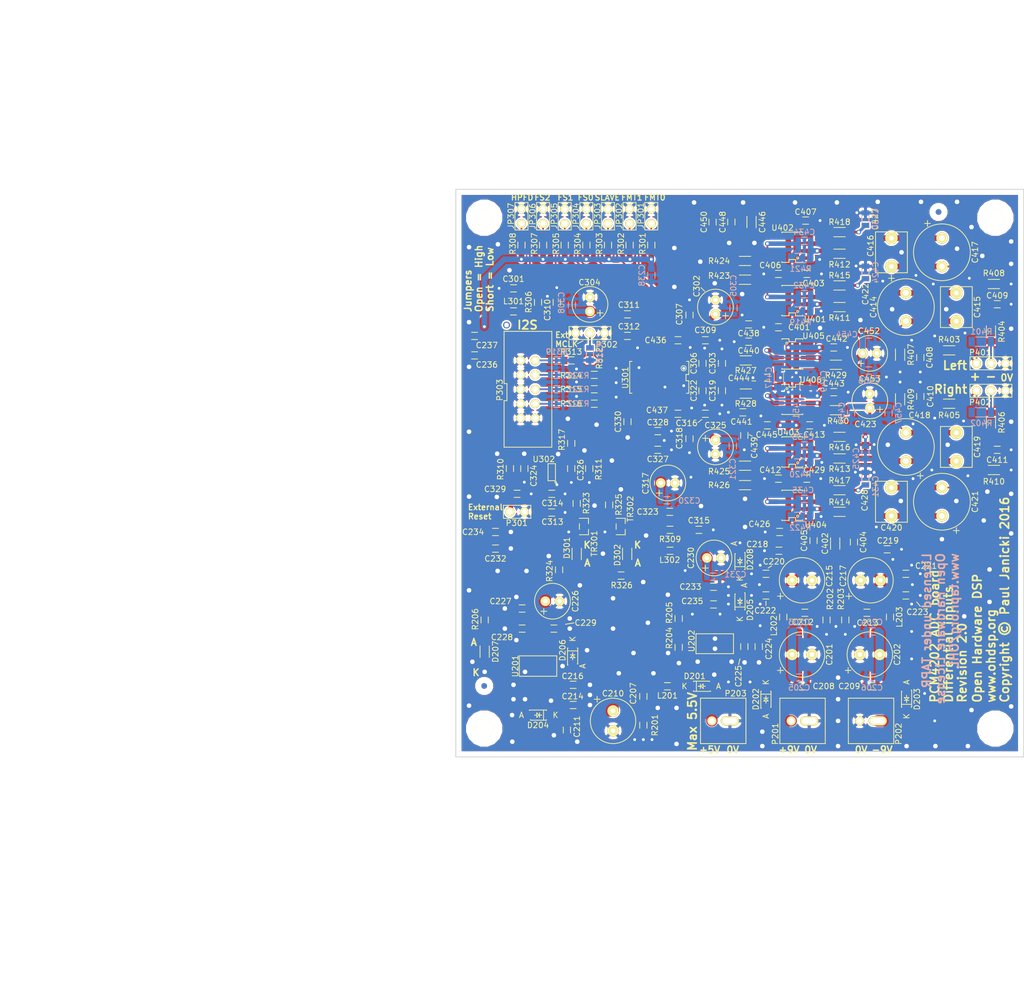
<source format=kicad_pcb>
(kicad_pcb (version 4) (host pcbnew 4.0.2-stable)
  (title_block (title "PCM4202 ADC - Single Ended Inputs") (date 2016-07-01) (rev 2.0) (company "Open Hardware DSP Platform - www.ohdsp.org") (comment 1 "MERCHANTABILITY, SATISFACTORY QUALITY AND FITNESS FOR A PARTICULAR PURPOSE.") (comment 2 "is distributed WITHOUT ANY EXPRESS OR IMPLIED WARRANTY, INCLUDING OF") (comment 3 "Licensed under the TAPR Open Hardware License (www.tapr.org/OHL). This documentation") (comment 4 "Copyright Paul Janicki 2016"))
  (layers (0 F.Cu signal) (31 B.Cu signal) (34 B.Paste user) (35 F.Paste user) (36 B.SilkS user) (37 F.SilkS user) (38 B.Mask user) (39 F.Mask user) (44 Edge.Cuts user))
  (net 0 "")
  (net 1 GNDA)
  (net 2 "Net-(C202-Pad2)")
  (net 3 "Net-(C207-Pad2)")
  (net 4 "Net-(D201-Pad1)")
  (net 5 "Net-(C207-Pad1)")
  (net 6 +9VA)
  (net 7 "Net-(C212-Pad2)")
  (net 8 "Net-(C213-Pad1)")
  (net 9 -9VA)
  (net 10 VDD)
  (net 11 VAA)
  (net 12 "Net-(C301-Pad1)")
  (net 13 /PCM4202/DVDD)
  (net 14 /PCM4202/AVCC)
  (net 15 /InputFilters/VCOML)
  (net 16 "Net-(C324-Pad1)")
  (net 17 /InputFilters/VCOMR)
  (net 18 /PCM4202/ADC_RESET)
  (net 19 /InputFilters/VCML)
  (net 20 /InputFilters/VCMR)
  (net 21 "Net-(D201-Pad2)")
  (net 22 "Net-(D202-Pad1)")
  (net 23 "Net-(D203-Pad2)")
  (net 24 "Net-(D301-Pad1)")
  (net 25 "Net-(D301-Pad2)")
  (net 26 "Net-(D302-Pad1)")
  (net 27 "Net-(D302-Pad2)")
  (net 28 /PCM4202/FMT0)
  (net 29 /PCM4202/FMT1)
  (net 30 /PCM4202/SLAVE)
  (net 31 /PCM4202/FS0)
  (net 32 /PCM4202/FS1)
  (net 33 /PCM4202/FS2)
  (net 34 /PCM4202/HPFD)
  (net 35 /PCM4202/CLIPR)
  (net 36 "Net-(R325-Pad2)")
  (net 37 /PCM4202/CLIPL)
  (net 38 /InputFilters/ANAL+)
  (net 39 /InputFilters/ANAL-)
  (net 40 /InputFilters/ANAR+)
  (net 41 /InputFilters/ANAR-)
  (net 42 VCC)
  (net 43 "Net-(P401-Pad1)")
  (net 44 "Net-(P402-Pad1)")
  (net 45 "Net-(R323-Pad2)")
  (net 46 "Net-(C408-Pad1)")
  (net 47 "Net-(C409-Pad1)")
  (net 48 "Net-(C414-Pad1)")
  (net 49 "Net-(C416-Pad2)")
  (net 50 "Net-(C418-Pad1)")
  (net 51 "Net-(C420-Pad2)")
  (net 52 "Net-(C432-Pad1)")
  (net 53 "Net-(C432-Pad2)")
  (net 54 "Net-(C433-Pad1)")
  (net 55 "Net-(C433-Pad2)")
  (net 56 "Net-(P401-Pad2)")
  (net 57 "Net-(P402-Pad2)")
  (net 58 "Net-(R415-Pad2)")
  (net 59 "Net-(R418-Pad1)")
  (net 60 "Net-(C302-Pad1)")
  (net 61 "Net-(C315-Pad1)")
  (net 62 "Net-(C316-Pad1)")
  (net 63 "Net-(C326-Pad1)")
  (net 64 "Net-(C329-Pad1)")
  (net 65 "Net-(C410-Pad1)")
  (net 66 "Net-(C411-Pad1)")
  (net 67 "Net-(C434-Pad1)")
  (net 68 "Net-(C434-Pad2)")
  (net 69 "Net-(C435-Pad1)")
  (net 70 "Net-(C435-Pad2)")
  (net 71 "Net-(C438-Pad1)")
  (net 72 "Net-(C439-Pad1)")
  (net 73 "Net-(D207-Pad1)")
  (net 74 "Net-(P302-Pad2)")
  (net 75 "Net-(P303-Pad2)")
  (net 76 "Net-(P303-Pad4)")
  (net 77 "Net-(P303-Pad6)")
  (net 78 "Net-(P303-Pad8)")
  (net 79 "Net-(R204-Pad1)")
  (net 80 "Net-(R312-Pad2)")
  (net 81 "Net-(R314-Pad2)")
  (net 82 "Net-(R315-Pad2)")
  (net 83 "Net-(R316-Pad2)")
  (net 84 "Net-(R416-Pad2)")
  (net 85 "Net-(R417-Pad1)")
  (net 86 "Net-(R429-Pad2)")
  (net 87 "Net-(R430-Pad2)")
  (module MyKiCadLibs-Footprints:SMD-1206 (layer F.Cu) (at 149.054 80.15 180)
    (fp_text reference R427 (at 0 -1.778 180) (layer F.SilkS))
    (fp_text value 1k hide)
    (pad 1 smd rect (at -1.7 0 180) (size 1.1 1.7) (layers F.Cu F.Paste F.Mask) (net 71 "Net-(C438-Pad1)"))
    (pad 2 smd rect (at 1.7 0 180) (size 1.1 1.7) (layers F.Cu F.Paste F.Mask) (net 15 /InputFilters/VCOML))
  )
  (module MyKiCadLibs-Footprints:CAP-TH-D8mmP3.5mm (layer F.Cu) (at 158.96 131.966)
    (fp_text reference C201 (at 4.826 0 90) (layer F.SilkS))
    (fp_text value 220u hide)
    (pad 1 thru_hole circle (at -1.75 0) (size 2 2) (drill 0.8) (layers *.Cu *.Mask F.SilkS) (net 42 VCC))
    (pad 2 thru_hole circle (at 1.75 0) (size 2 2) (drill 0.8) (layers *.Cu *.Mask F.SilkS) (net 1 GNDA))
  )
  (module MyKiCadLibs-Footprints:CAP-TH-D8mmP3.5mm (layer F.Cu) (at 170.898 131.966)
    (fp_text reference C202 (at 4.826 0 90) (layer F.SilkS))
    (fp_text value 220u hide)
    (pad 1 thru_hole circle (at -1.75 0) (size 2 2) (drill 0.8) (layers *.Cu *.Mask F.SilkS) (net 1 GNDA))
    (pad 2 thru_hole circle (at 1.75 0) (size 2 2) (drill 0.8) (layers *.Cu *.Mask F.SilkS) (net 2 "Net-(C202-Pad2)"))
  )
  (module MyKiCadLibs-Footprints:SMD-0805 (layer B.Cu) (at 158.536 127.902)
    (fp_text reference C203 (at -0.084 -1.651) (layer B.SilkS) (effects (justify mirror)))
    (fp_text value 22u hide)
    (pad 1 smd rect (at -1.1 0) (size 0.9 1.3) (layers B.Cu B.Paste B.Mask) (net 42 VCC))
    (pad 2 smd rect (at 1.1 0) (size 0.9 1.3) (layers B.Cu B.Paste B.Mask) (net 1 GNDA))
  )
  (module MyKiCadLibs-Footprints:SMD-0805 (layer B.Cu) (at 171.322 127.902)
    (fp_text reference C204 (at -0.043 -1.651) (layer B.SilkS) (effects (justify mirror)))
    (fp_text value 22u hide)
    (pad 1 smd rect (at -1.1 0) (size 0.9 1.3) (layers B.Cu B.Paste B.Mask) (net 1 GNDA))
    (pad 2 smd rect (at 1.1 0) (size 0.9 1.3) (layers B.Cu B.Paste B.Mask) (net 2 "Net-(C202-Pad2)"))
  )
  (module MyKiCadLibs-Footprints:SMD-0805 (layer B.Cu) (at 158.536 136.03)
    (fp_text reference C205 (at -0.084 1.778) (layer B.SilkS) (effects (justify mirror)))
    (fp_text value 100n hide)
    (pad 1 smd rect (at -1.1 0) (size 0.9 1.3) (layers B.Cu B.Paste B.Mask) (net 42 VCC))
    (pad 2 smd rect (at 1.1 0) (size 0.9 1.3) (layers B.Cu B.Paste B.Mask) (net 1 GNDA))
  )
  (module MyKiCadLibs-Footprints:SMD-0805 (layer B.Cu) (at 171.322 136.03)
    (fp_text reference C206 (at -0.043 1.778) (layer B.SilkS) (effects (justify mirror)))
    (fp_text value 100n hide)
    (pad 1 smd rect (at -1.1 0) (size 0.9 1.3) (layers B.Cu B.Paste B.Mask) (net 1 GNDA))
    (pad 2 smd rect (at 1.1 0) (size 0.9 1.3) (layers B.Cu B.Paste B.Mask) (net 2 "Net-(C202-Pad2)"))
  )
  (module MyKiCadLibs-Footprints:SMD-0805 (layer F.Cu) (at 131.02 139.332 270)
    (fp_text reference C207 (at -0.508 1.778 270) (layer F.SilkS))
    (fp_text value 100p hide)
    (pad 1 smd rect (at -1.1 0 270) (size 0.9 1.3) (layers F.Cu F.Paste F.Mask) (net 5 "Net-(C207-Pad1)"))
    (pad 2 smd rect (at 1.1 0 270) (size 0.9 1.3) (layers F.Cu F.Paste F.Mask) (net 3 "Net-(C207-Pad2)"))
  )
  (module MyKiCadLibs-Footprints:SMD-0805 (layer F.Cu) (at 158.96 137.554)
    (fp_text reference C208 (at 3.81 0) (layer F.SilkS))
    (fp_text value 10n hide)
    (pad 1 smd rect (at -1.1 0) (size 0.9 1.3) (layers F.Cu F.Paste F.Mask) (net 42 VCC))
    (pad 2 smd rect (at 1.1 0) (size 0.9 1.3) (layers F.Cu F.Paste F.Mask) (net 1 GNDA))
  )
  (module MyKiCadLibs-Footprints:SMD-0805 (layer F.Cu) (at 171.152 137.554)
    (fp_text reference C209 (at -3.8735 0) (layer F.SilkS))
    (fp_text value 10n hide)
    (pad 1 smd rect (at -1.1 0) (size 0.9 1.3) (layers F.Cu F.Paste F.Mask) (net 1 GNDA))
    (pad 2 smd rect (at 1.1 0) (size 0.9 1.3) (layers F.Cu F.Paste F.Mask) (net 2 "Net-(C202-Pad2)"))
  )
  (module MyKiCadLibs-Footprints:CAP-TH-D8mmP3.5mm (layer F.Cu) (at 125.685 143.6505 270)
    (fp_text reference C210 (at -4.8265 -0.0005 360) (layer F.SilkS))
    (fp_text value 220u hide)
    (pad 1 thru_hole circle (at -1.75 0 270) (size 2 2) (drill 0.8) (layers *.Cu *.Mask F.SilkS) (net 5 "Net-(C207-Pad1)"))
    (pad 2 thru_hole circle (at 1.75 0 270) (size 2 2) (drill 0.8) (layers *.Cu *.Mask F.SilkS) (net 1 GNDA))
  )
  (module MyKiCadLibs-Footprints:SMD-0805 (layer F.Cu) (at 117.557 145.2585 270)
    (fp_text reference C211 (at -0.5925 -1.779 270) (layer F.SilkS))
    (fp_text value 22u hide)
    (pad 1 smd rect (at -1.1 0 270) (size 0.9 1.3) (layers F.Cu F.Paste F.Mask) (net 5 "Net-(C207-Pad1)"))
    (pad 2 smd rect (at 1.1 0 270) (size 0.9 1.3) (layers F.Cu F.Paste F.Mask) (net 1 GNDA))
  )
  (module MyKiCadLibs-Footprints:SMD-0805 (layer F.Cu) (at 159.468 124.6)
    (fp_text reference C212 (at -0.381 1.651) (layer F.SilkS))
    (fp_text value 100p hide)
    (pad 1 smd rect (at -1.1 0) (size 0.9 1.3) (layers F.Cu F.Paste F.Mask) (net 6 +9VA))
    (pad 2 smd rect (at 1.1 0) (size 0.9 1.3) (layers F.Cu F.Paste F.Mask) (net 7 "Net-(C212-Pad2)"))
  )
  (module MyKiCadLibs-Footprints:SMD-0805 (layer F.Cu) (at 170.39 124.6)
    (fp_text reference C213 (at 0.127 1.778) (layer F.SilkS))
    (fp_text value 100p hide)
    (pad 1 smd rect (at -1.1 0) (size 0.9 1.3) (layers F.Cu F.Paste F.Mask) (net 8 "Net-(C213-Pad1)"))
    (pad 2 smd rect (at 1.1 0) (size 0.9 1.3) (layers F.Cu F.Paste F.Mask) (net 9 -9VA))
  )
  (module MyKiCadLibs-Footprints:SMD-0805 (layer F.Cu) (at 118.657 140.8565)
    (fp_text reference C214 (at -0.083 -1.5245) (layer F.SilkS))
    (fp_text value 100n hide)
    (pad 1 smd rect (at -1.1 0) (size 0.9 1.3) (layers F.Cu F.Paste F.Mask) (net 5 "Net-(C207-Pad1)"))
    (pad 2 smd rect (at 1.1 0) (size 0.9 1.3) (layers F.Cu F.Paste F.Mask) (net 1 GNDA))
  )
  (module MyKiCadLibs-Footprints:CAP-TH-D8mmP3.5mm (layer F.Cu) (at 158.96 118.885)
    (fp_text reference C215 (at 4.826 -0.762 90) (layer F.SilkS))
    (fp_text value 220u hide)
    (pad 1 thru_hole circle (at -1.75 0) (size 2 2) (drill 0.8) (layers *.Cu *.Mask F.SilkS) (net 6 +9VA))
    (pad 2 thru_hole circle (at 1.75 0) (size 2 2) (drill 0.8) (layers *.Cu *.Mask F.SilkS) (net 1 GNDA))
  )
  (module MyKiCadLibs-Footprints:SMD-0805 (layer F.Cu) (at 118.657 137.3005)
    (fp_text reference C216 (at -0.083 -1.5245) (layer F.SilkS))
    (fp_text value 10n hide)
    (pad 1 smd rect (at -1.1 0) (size 0.9 1.3) (layers F.Cu F.Paste F.Mask) (net 5 "Net-(C207-Pad1)"))
    (pad 2 smd rect (at 1.1 0) (size 0.9 1.3) (layers F.Cu F.Paste F.Mask) (net 1 GNDA))
  )
  (module MyKiCadLibs-Footprints:CAP-TH-D8mmP3.5mm (layer F.Cu) (at 171.025 118.885)
    (fp_text reference C217 (at -4.826 -0.762 90) (layer F.SilkS))
    (fp_text value 220u hide)
    (pad 1 thru_hole circle (at -1.75 0) (size 2 2) (drill 0.8) (layers *.Cu *.Mask F.SilkS) (net 1 GNDA))
    (pad 2 thru_hole circle (at 1.75 0) (size 2 2) (drill 0.8) (layers *.Cu *.Mask F.SilkS) (net 9 -9VA))
  )
  (module MyKiCadLibs-Footprints:SMD-0805 (layer F.Cu) (at 154.896 113.678 180)
    (fp_text reference C218 (at 3.81 1.143 180) (layer F.SilkS))
    (fp_text value 22u hide)
    (pad 1 smd rect (at -1.1 0 180) (size 0.9 1.3) (layers F.Cu F.Paste F.Mask) (net 6 +9VA))
    (pad 2 smd rect (at 1.1 0 180) (size 0.9 1.3) (layers F.Cu F.Paste F.Mask) (net 1 GNDA))
  )
  (module MyKiCadLibs-Footprints:SMD-0805 (layer F.Cu) (at 173.946 113.424 180)
    (fp_text reference C219 (at -0.127 1.524 180) (layer F.SilkS))
    (fp_text value 22u hide)
    (pad 1 smd rect (at -1.1 0 180) (size 0.9 1.3) (layers F.Cu F.Paste F.Mask) (net 1 GNDA))
    (pad 2 smd rect (at 1.1 0 180) (size 0.9 1.3) (layers F.Cu F.Paste F.Mask) (net 9 -9VA))
  )
  (module MyKiCadLibs-Footprints:SMD-0805 (layer F.Cu) (at 152.61 117.742 180)
    (fp_text reference C220 (at -1.397 2.159 180) (layer F.SilkS))
    (fp_text value 100n hide)
    (pad 1 smd rect (at -1.1 0 180) (size 0.9 1.3) (layers F.Cu F.Paste F.Mask) (net 6 +9VA))
    (pad 2 smd rect (at 1.1 0 180) (size 0.9 1.3) (layers F.Cu F.Paste F.Mask) (net 1 GNDA))
  )
  (module MyKiCadLibs-Footprints:SMD-0805 (layer F.Cu) (at 177.248 117.742 180)
    (fp_text reference C221 (at -3.556 1.397 180) (layer F.SilkS))
    (fp_text value 100n hide)
    (pad 1 smd rect (at -1.1 0 180) (size 0.9 1.3) (layers F.Cu F.Paste F.Mask) (net 1 GNDA))
    (pad 2 smd rect (at 1.1 0 180) (size 0.9 1.3) (layers F.Cu F.Paste F.Mask) (net 9 -9VA))
  )
  (module MyKiCadLibs-Footprints:SMD-0805 (layer F.Cu) (at 152.61 121.552 180)
    (fp_text reference C222 (at 0.127 -2.667 180) (layer F.SilkS))
    (fp_text value 10n hide)
    (pad 1 smd rect (at -1.1 0 180) (size 0.9 1.3) (layers F.Cu F.Paste F.Mask) (net 6 +9VA))
    (pad 2 smd rect (at 1.1 0 180) (size 0.9 1.3) (layers F.Cu F.Paste F.Mask) (net 1 GNDA))
  )
  (module MyKiCadLibs-Footprints:SMD-0805 (layer F.Cu) (at 177.248 121.552 180)
    (fp_text reference C223 (at -2.032 -2.921 180) (layer F.SilkS))
    (fp_text value 10n hide)
    (pad 1 smd rect (at -1.1 0 180) (size 0.9 1.3) (layers F.Cu F.Paste F.Mask) (net 1 GNDA))
    (pad 2 smd rect (at 1.1 0 180) (size 0.9 1.3) (layers F.Cu F.Paste F.Mask) (net 9 -9VA))
  )
  (module MyKiCadLibs-Footprints:SMD-0805 (layer F.Cu) (at 151.34 130.569 270)
    (fp_text reference C224 (at 0.381 -1.778 270) (layer F.SilkS))
    (fp_text value 22u hide)
    (pad 1 smd rect (at -1.1 0 270) (size 0.9 1.3) (layers F.Cu F.Paste F.Mask) (net 42 VCC))
    (pad 2 smd rect (at 1.1 0 270) (size 0.9 1.3) (layers F.Cu F.Paste F.Mask) (net 1 GNDA))
  )
  (module MyKiCadLibs-Footprints:SMD-0805 (layer F.Cu) (at 148.8 130.569 270)
    (fp_text reference C225 (at 5.207 1.016 270) (layer F.SilkS))
    (fp_text value 100n hide)
    (pad 1 smd rect (at -1.1 0 270) (size 0.9 1.3) (layers F.Cu F.Paste F.Mask) (net 42 VCC))
    (pad 2 smd rect (at 1.1 0 270) (size 0.9 1.3) (layers F.Cu F.Paste F.Mask) (net 1 GNDA))
  )
  (module MyKiCadLibs-Footprints:SMD-0805 (layer F.Cu) (at 109.683 123.8545 180)
    (fp_text reference C227 (at 3.81 1.27 180) (layer F.SilkS))
    (fp_text value 22u hide)
    (pad 1 smd rect (at -1.1 0 180) (size 0.9 1.3) (layers F.Cu F.Paste F.Mask) (net 10 VDD))
    (pad 2 smd rect (at 1.1 0 180) (size 0.9 1.3) (layers F.Cu F.Paste F.Mask) (net 1 GNDA))
  )
  (module MyKiCadLibs-Footprints:SMD-0805 (layer F.Cu) (at 109.683 127.3945 180)
    (fp_text reference C228 (at 3.555 -1.5235 180) (layer F.SilkS))
    (fp_text value 100n hide)
    (pad 1 smd rect (at -1.1 0 180) (size 0.9 1.3) (layers F.Cu F.Paste F.Mask) (net 10 VDD))
    (pad 2 smd rect (at 1.1 0 180) (size 0.9 1.3) (layers F.Cu F.Paste F.Mask) (net 1 GNDA))
  )
  (module MyKiCadLibs-Footprints:SMD-0805 (layer F.Cu) (at 115.271 127.3945)
    (fp_text reference C229 (at 5.588 -1.016) (layer F.SilkS))
    (fp_text value 10n hide)
    (pad 1 smd rect (at -1.1 0) (size 0.9 1.3) (layers F.Cu F.Paste F.Mask) (net 10 VDD))
    (pad 2 smd rect (at 1.1 0) (size 0.9 1.3) (layers F.Cu F.Paste F.Mask) (net 1 GNDA))
  )
  (module MyKiCadLibs-Footprints:CAP-TH-D6.3mmP2.5mm (layer F.Cu) (at 143.466 114.948)
    (fp_text reference C230 (at -4.064 0 270) (layer F.SilkS))
    (fp_text value 220u hide)
    (pad 1 thru_hole circle (at -1.25 0) (size 1.7 1.7) (drill 0.8) (layers *.Cu *.Mask F.SilkS) (net 11 VAA))
    (pad 2 thru_hole circle (at 1.25 0) (size 1.7 1.7) (drill 0.8) (layers *.Cu *.Mask F.SilkS) (net 1 GNDA))
  )
  (module MyKiCadLibs-Footprints:SMD-0805 (layer B.Cu) (at 143.296 118.25)
    (fp_text reference C231 (at 3.938 -0.3815) (layer B.SilkS) (effects (justify mirror)))
    (fp_text value 22u hide)
    (pad 1 smd rect (at -1.1 0) (size 0.9 1.3) (layers B.Cu B.Paste B.Mask) (net 11 VAA))
    (pad 2 smd rect (at 1.1 0) (size 0.9 1.3) (layers B.Cu B.Paste B.Mask) (net 1 GNDA))
  )
  (module MyKiCadLibs-Footprints:SMD-0805 (layer F.Cu) (at 143.382 120.028)
    (fp_text reference C233 (at -4.064 0.0005) (layer F.SilkS))
    (fp_text value 100n hide)
    (pad 1 smd rect (at -1.1 0) (size 0.9 1.3) (layers F.Cu F.Paste F.Mask) (net 11 VAA))
    (pad 2 smd rect (at 1.1 0) (size 0.9 1.3) (layers F.Cu F.Paste F.Mask) (net 1 GNDA))
  )
  (module MyKiCadLibs-Footprints:SMD-0805 (layer F.Cu) (at 143.382 123.14)
    (fp_text reference C235 (at -3.7455 -0.572) (layer F.SilkS))
    (fp_text value 10n hide)
    (pad 1 smd rect (at -1.1 0) (size 0.9 1.3) (layers F.Cu F.Paste F.Mask) (net 11 VAA))
    (pad 2 smd rect (at 1.1 0) (size 0.9 1.3) (layers F.Cu F.Paste F.Mask) (net 1 GNDA))
  )
  (module MyKiCadLibs-Footprints:SMD-0805 (layer F.Cu) (at 108.16 67.45 180)
    (fp_text reference C301 (at 0 1.651 180) (layer F.SilkS))
    (fp_text value 100p hide)
    (pad 1 smd rect (at -1.1 0 180) (size 0.9 1.3) (layers F.Cu F.Paste F.Mask) (net 12 "Net-(C301-Pad1)"))
    (pad 2 smd rect (at 1.1 0 180) (size 0.9 1.3) (layers F.Cu F.Paste F.Mask) (net 1 GNDA))
  )
  (module MyKiCadLibs-Footprints:CAP-TH-D6.3mmP2.5mm (layer F.Cu) (at 121.622 70.264 90)
    (fp_text reference C304 (at 3.8603 -0.0772 180) (layer F.SilkS))
    (fp_text value 220u hide)
    (pad 1 thru_hole circle (at -1.25 0 90) (size 1.7 1.7) (drill 0.8) (layers *.Cu *.Mask F.SilkS) (net 13 /PCM4202/DVDD))
    (pad 2 thru_hole circle (at 1.25 0 90) (size 1.7 1.7) (drill 0.8) (layers *.Cu *.Mask F.SilkS) (net 1 GNDA))
  )
  (module MyKiCadLibs-Footprints:SMD-0805 (layer B.Cu) (at 118.447 70.414 90)
    (fp_text reference C308 (at 0.4313 -1.8552 90) (layer B.SilkS) (effects (justify mirror)))
    (fp_text value 22u hide)
    (pad 1 smd rect (at -1.1 0 90) (size 0.9 1.3) (layers B.Cu B.Paste B.Mask) (net 13 /PCM4202/DVDD))
    (pad 2 smd rect (at 1.1 0 90) (size 0.9 1.3) (layers B.Cu B.Paste B.Mask) (net 1 GNDA))
  )
  (module MyKiCadLibs-Footprints:SMD-0805 (layer F.Cu) (at 115.78 69.906 90)
    (fp_text reference C310 (at -1.354 -1.651 90) (layer F.SilkS))
    (fp_text value 100n hide)
    (pad 1 smd rect (at -1.1 0 90) (size 0.9 1.3) (layers F.Cu F.Paste F.Mask) (net 13 /PCM4202/DVDD))
    (pad 2 smd rect (at 1.1 0 90) (size 0.9 1.3) (layers F.Cu F.Paste F.Mask) (net 1 GNDA))
  )
  (module MyKiCadLibs-Footprints:SMD-0805 (layer F.Cu) (at 140.799 109.995)
    (fp_text reference C315 (at 0 -1.651) (layer F.SilkS))
    (fp_text value 100p hide)
    (pad 1 smd rect (at -1.1 0) (size 0.9 1.3) (layers F.Cu F.Paste F.Mask) (net 61 "Net-(C315-Pad1)"))
    (pad 2 smd rect (at 1.1 0) (size 0.9 1.3) (layers F.Cu F.Paste F.Mask) (net 1 GNDA))
  )
  (module MyKiCadLibs-Footprints:CAP-TH-D6.3mmP2.5mm (layer F.Cu) (at 135.338 101.74)
    (fp_text reference C317 (at -3.9053 0.07151 90) (layer F.SilkS))
    (fp_text value 220u hide)
    (pad 1 thru_hole circle (at -1.25 0) (size 1.7 1.7) (drill 0.8) (layers *.Cu *.Mask F.SilkS) (net 14 /PCM4202/AVCC))
    (pad 2 thru_hole circle (at 1.25 0) (size 1.7 1.7) (drill 0.8) (layers *.Cu *.Mask F.SilkS) (net 1 GNDA))
  )
  (module MyKiCadLibs-Footprints:SMD-0805 (layer B.Cu) (at 135.168 104.788)
    (fp_text reference C320 (at 3.9687 0.07151) (layer B.SilkS) (effects (justify mirror)))
    (fp_text value 22u hide)
    (pad 1 smd rect (at -1.1 0) (size 0.9 1.3) (layers B.Cu B.Paste B.Mask) (net 14 /PCM4202/AVCC))
    (pad 2 smd rect (at 1.1 0) (size 0.9 1.3) (layers B.Cu B.Paste B.Mask) (net 1 GNDA))
  )
  (module MyKiCadLibs-Footprints:SMD-0805 (layer F.Cu) (at 135.676 106.82)
    (fp_text reference C323 (at -3.894 0) (layer F.SilkS))
    (fp_text value 100n hide)
    (pad 1 smd rect (at -1.1 0) (size 0.9 1.3) (layers F.Cu F.Paste F.Mask) (net 14 /PCM4202/AVCC))
    (pad 2 smd rect (at 1.1 0) (size 0.9 1.3) (layers F.Cu F.Paste F.Mask) (net 1 GNDA))
  )
  (module MyKiCadLibs-Footprints:CAP-TH-D6.3mmP2.5mm (layer F.Cu) (at 143.72 70.752 90)
    (fp_text reference C302 (at 3.683 -3.302 90) (layer F.SilkS))
    (fp_text value 220u hide)
    (pad 1 thru_hole circle (at -1.25 0 90) (size 1.7 1.7) (drill 0.8) (layers *.Cu *.Mask F.SilkS) (net 60 "Net-(C302-Pad1)"))
    (pad 2 thru_hole circle (at 1.25 0 90) (size 1.7 1.7) (drill 0.8) (layers *.Cu *.Mask F.SilkS) (net 1 GNDA))
  )
  (module MyKiCadLibs-Footprints:SMD-0805 (layer B.Cu) (at 146.895 70.922 90)
    (fp_text reference C305 (at 3.94 0 90) (layer B.SilkS) (effects (justify mirror)))
    (fp_text value 22u hide)
    (pad 1 smd rect (at -1.1 0 90) (size 0.9 1.3) (layers B.Cu B.Paste B.Mask) (net 60 "Net-(C302-Pad1)"))
    (pad 2 smd rect (at 1.1 0 90) (size 0.9 1.3) (layers B.Cu B.Paste B.Mask) (net 1 GNDA))
  )
  (module MyKiCadLibs-Footprints:SMD-0805 (layer F.Cu) (at 139.148 72.152 90)
    (fp_text reference C307 (at 0.13 -1.778 90) (layer F.SilkS))
    (fp_text value 100n hide)
    (pad 1 smd rect (at -1.1 0 90) (size 0.9 1.3) (layers F.Cu F.Paste F.Mask) (net 60 "Net-(C302-Pad1)"))
    (pad 2 smd rect (at 1.1 0 90) (size 0.9 1.3) (layers F.Cu F.Paste F.Mask) (net 1 GNDA))
  )
  (module MyKiCadLibs-Footprints:SMD-0805 (layer F.Cu) (at 141.942 76.594)
    (fp_text reference C309 (at 0 -1.778) (layer F.SilkS))
    (fp_text value 10n hide)
    (pad 1 smd rect (at -1.1 0) (size 0.9 1.3) (layers F.Cu F.Paste F.Mask) (net 60 "Net-(C302-Pad1)"))
    (pad 2 smd rect (at 1.1 0) (size 0.9 1.3) (layers F.Cu F.Paste F.Mask) (net 1 GNDA))
  )
  (module MyKiCadLibs-Footprints:SMD-0805 (layer F.Cu) (at 114.891 106.947)
    (fp_text reference C313 (at 0.126 1.6515) (layer F.SilkS))
    (fp_text value 10u hide)
    (pad 1 smd rect (at -1.1 0) (size 0.9 1.3) (layers F.Cu F.Paste F.Mask) (net 10 VDD))
    (pad 2 smd rect (at 1.1 0) (size 0.9 1.3) (layers F.Cu F.Paste F.Mask) (net 1 GNDA))
  )
  (module MyKiCadLibs-Footprints:SMD-0805 (layer F.Cu) (at 114.891 103.645)
    (fp_text reference C314 (at 0.126 1.6515) (layer F.SilkS))
    (fp_text value 100n hide)
    (pad 1 smd rect (at -1.1 0) (size 0.9 1.3) (layers F.Cu F.Paste F.Mask) (net 10 VDD))
    (pad 2 smd rect (at 1.1 0) (size 0.9 1.3) (layers F.Cu F.Paste F.Mask) (net 1 GNDA))
  )
  (module MyKiCadLibs-Footprints:SMD-0805 (layer F.Cu) (at 110.065 99.2 270)
    (fp_text reference C324 (at 1.2705 -1.65 270) (layer F.SilkS))
    (fp_text value 100n hide)
    (pad 1 smd rect (at -1.1 0 270) (size 0.9 1.3) (layers F.Cu F.Paste F.Mask) (net 16 "Net-(C324-Pad1)"))
    (pad 2 smd rect (at 1.1 0 270) (size 0.9 1.3) (layers F.Cu F.Paste F.Mask) (net 1 GNDA))
  )
  (module MyKiCadLibs-Footprints:SMD-0805 (layer F.Cu) (at 141.942 89.548)
    (fp_text reference C316 (at -3.302 1.651) (layer F.SilkS))
    (fp_text value 10n hide)
    (pad 1 smd rect (at -1.1 0) (size 0.9 1.3) (layers F.Cu F.Paste F.Mask) (net 62 "Net-(C316-Pad1)"))
    (pad 2 smd rect (at 1.1 0) (size 0.9 1.3) (layers F.Cu F.Paste F.Mask) (net 1 GNDA))
  )
  (module MyKiCadLibs-Footprints:SMD-0805 (layer F.Cu) (at 118.32 99.2 270)
    (fp_text reference C326 (at 0.254 -1.65 270) (layer F.SilkS))
    (fp_text value N/F hide)
    (pad 1 smd rect (at -1.1 0 270) (size 0.9 1.3) (layers F.Cu F.Paste F.Mask) (net 63 "Net-(C326-Pad1)"))
    (pad 2 smd rect (at 1.1 0 270) (size 0.9 1.3) (layers F.Cu F.Paste F.Mask) (net 1 GNDA))
  )
  (module MyKiCadLibs-Footprints:SMD-0805 (layer F.Cu) (at 139.148 93.95 270)
    (fp_text reference C318 (at -0.084 1.778 270) (layer F.SilkS))
    (fp_text value 100n hide)
    (pad 1 smd rect (at -1.1 0 270) (size 0.9 1.3) (layers F.Cu F.Paste F.Mask) (net 62 "Net-(C316-Pad1)"))
    (pad 2 smd rect (at 1.1 0 270) (size 0.9 1.3) (layers F.Cu F.Paste F.Mask) (net 1 GNDA))
  )
  (module MyKiCadLibs-Footprints:SMD-0805 (layer F.Cu) (at 108.795 103.645)
    (fp_text reference C329 (at -3.8735 -0.8255) (layer F.SilkS))
    (fp_text value 100n hide)
    (pad 1 smd rect (at -1.1 0) (size 0.9 1.3) (layers F.Cu F.Paste F.Mask) (net 64 "Net-(C329-Pad1)"))
    (pad 2 smd rect (at 1.1 0) (size 0.9 1.3) (layers F.Cu F.Paste F.Mask) (net 1 GNDA))
  )
  (module MyKiCadLibs-Footprints:SMD-0805 (layer B.Cu) (at 146.768 95.22 270)
    (fp_text reference C321 (at 4.107 0 270) (layer B.SilkS) (effects (justify mirror)))
    (fp_text value 22u hide)
    (pad 1 smd rect (at -1.1 0 270) (size 0.9 1.3) (layers B.Cu B.Paste B.Mask) (net 62 "Net-(C316-Pad1)"))
    (pad 2 smd rect (at 1.1 0 270) (size 0.9 1.3) (layers B.Cu B.Paste B.Mask) (net 1 GNDA))
  )
  (module MyKiCadLibs-Footprints:CAP-TH-D6.3mmP2.5mm (layer F.Cu) (at 143.72 95.39 270)
    (fp_text reference C325 (at -3.81 0 360) (layer F.SilkS))
    (fp_text value 220u hide)
    (pad 1 thru_hole circle (at -1.25 0 270) (size 1.7 1.7) (drill 0.8) (layers *.Cu *.Mask F.SilkS) (net 62 "Net-(C316-Pad1)"))
    (pad 2 thru_hole circle (at 1.25 0 270) (size 1.7 1.7) (drill 0.8) (layers *.Cu *.Mask F.SilkS) (net 1 GNDA))
  )
  (module MyKiCadLibs-Footprints:SMD-0805 (layer F.Cu) (at 128.225 90.945 270)
    (fp_text reference C330 (at 0 1.65 270) (layer F.SilkS))
    (fp_text value 100n hide)
    (pad 1 smd rect (at -1.1 0 270) (size 0.9 1.3) (layers F.Cu F.Paste F.Mask) (net 18 /PCM4202/ADC_RESET))
    (pad 2 smd rect (at 1.1 0 270) (size 0.9 1.3) (layers F.Cu F.Paste F.Mask) (net 1 GNDA))
  )
  (module MyKiCadLibs-Footprints:DIODE-SOD-123 (layer F.Cu) (at 112.555 142.6345 180)
    (fp_text reference D204 (at 0.078 -1.778 180) (layer F.SilkS))
    (fp_text value SS14L hide)
    (fp_text user K (at -3 0 180) (layer F.SilkS))
    (fp_text user A (at 3 0 180) (layer F.SilkS))
    (pad 2 smd rect (at -1.7 0 180) (size 1 1) (layers F.Cu F.Paste F.Mask) (net 5 "Net-(C207-Pad1)"))
    (pad 1 smd rect (at 1.7 0 180) (size 1 1) (layers F.Cu F.Paste F.Mask) (net 10 VDD))
  )
  (module MyKiCadLibs-Footprints:DIODE-SOD-123 (layer F.Cu) (at 148.037 122.6955 90)
    (fp_text reference D205 (at -1.3965 1.779 90) (layer F.SilkS))
    (fp_text value SS14L hide)
    (fp_text user K (at -3 0 90) (layer F.SilkS))
    (fp_text user A (at 2.9215 0.763 90) (layer F.SilkS))
    (pad 2 smd rect (at -1.7 0 90) (size 1 1) (layers F.Cu F.Paste F.Mask) (net 42 VCC))
    (pad 1 smd rect (at 1.7 0 90) (size 1 1) (layers F.Cu F.Paste F.Mask) (net 11 VAA))
  )
  (module MyKiCadLibs-Footprints:DIODE-SOD-123 (layer F.Cu) (at 118.573 132.2205 270)
    (fp_text reference D206 (at -1.016 1.778 270) (layer F.SilkS))
    (fp_text value SS14L hide)
    (fp_text user K (at -3 0 270) (layer F.SilkS))
    (fp_text user A (at 1.778 -1.778 270) (layer F.SilkS))
    (pad 2 smd rect (at -1.7 0 270) (size 1 1) (layers F.Cu F.Paste F.Mask) (net 10 VDD))
    (pad 1 smd rect (at 1.7 0 270) (size 1 1) (layers F.Cu F.Paste F.Mask) (net 1 GNDA))
  )
  (module MyKiCadLibs-Footprints:DIODE-SOD-123 (layer F.Cu) (at 148.038 115.583 90)
    (fp_text reference D208 (at 0.381 1.778 90) (layer F.SilkS))
    (fp_text value SS14L hide)
    (fp_text user K (at -3 0 90) (layer F.SilkS))
    (fp_text user A (at 3.175 -1.016 90) (layer F.SilkS))
    (pad 2 smd rect (at -1.7 0 90) (size 1 1) (layers F.Cu F.Paste F.Mask) (net 11 VAA))
    (pad 1 smd rect (at 1.7 0 90) (size 1 1) (layers F.Cu F.Paste F.Mask) (net 1 GNDA))
  )
  (module MyKiCadLibs-Footprints:SMD-1206 (layer F.Cu) (at 119.2852 114.2368 90)
    (fp_text reference D301 (at 1.0668 -1.7272 90) (layer F.SilkS))
    (fp_text value "Red LED 1206" hide)
    (pad 1 smd rect (at -1.7 0 90) (size 1.1 1.7) (layers F.Cu F.Paste F.Mask) (net 24 "Net-(D301-Pad1)"))
    (pad 2 smd rect (at 1.7 0 90) (size 1.1 1.7) (layers F.Cu F.Paste F.Mask) (net 25 "Net-(D301-Pad2)"))
  )
  (module MyKiCadLibs-Footprints:SMD-1206 (layer F.Cu) (at 128.1752 114.2368 90)
    (fp_text reference D302 (at -0.2032 -1.7282 90) (layer F.SilkS))
    (fp_text value "Red LED 1206" hide)
    (pad 1 smd rect (at -1.7 0 90) (size 1.1 1.7) (layers F.Cu F.Paste F.Mask) (net 26 "Net-(D302-Pad1)"))
    (pad 2 smd rect (at 1.7 0 90) (size 1.1 1.7) (layers F.Cu F.Paste F.Mask) (net 27 "Net-(D302-Pad2)"))
  )
  (module MyKiCadLibs-Footprints:SMD-0805 (layer F.Cu) (at 135.254 137.554 180)
    (fp_text reference L201 (at 0.001 -1.6515 180) (layer F.SilkS))
    (fp_text value 600R@100MHz hide)
    (pad 1 smd rect (at -1.1 0 180) (size 0.9 1.3) (layers F.Cu F.Paste F.Mask) (net 21 "Net-(D201-Pad2)"))
    (pad 2 smd rect (at 1.1 0 180) (size 0.9 1.3) (layers F.Cu F.Paste F.Mask) (net 5 "Net-(C207-Pad1)"))
  )
  (module MyKiCadLibs-Footprints:SMD-0805 (layer F.Cu) (at 155.658 125.362 90)
    (fp_text reference L202 (at -1.524 -1.651 90) (layer F.SilkS))
    (fp_text value 600R@100MHz hide)
    (pad 1 smd rect (at -1.1 0 90) (size 0.9 1.3) (layers F.Cu F.Paste F.Mask) (net 42 VCC))
    (pad 2 smd rect (at 1.1 0 90) (size 0.9 1.3) (layers F.Cu F.Paste F.Mask) (net 6 +9VA))
  )
  (module MyKiCadLibs-Footprints:SMD-0805 (layer F.Cu) (at 174.454 125.362 90)
    (fp_text reference L203 (at 0 1.651 90) (layer F.SilkS))
    (fp_text value 600R@100MHz hide)
    (pad 1 smd rect (at -1.1 0 90) (size 0.9 1.3) (layers F.Cu F.Paste F.Mask) (net 2 "Net-(C202-Pad2)"))
    (pad 2 smd rect (at 1.1 0 90) (size 0.9 1.3) (layers F.Cu F.Paste F.Mask) (net 9 -9VA))
  )
  (module MyKiCadLibs-Footprints:SMD-0805 (layer F.Cu) (at 108.16 71.514)
    (fp_text reference L301 (at 0 -1.778) (layer F.SilkS))
    (fp_text value 600R@100MHz hide)
    (pad 1 smd rect (at -1.1 0) (size 0.9 1.3) (layers F.Cu F.Paste F.Mask) (net 10 VDD))
    (pad 2 smd rect (at 1.1 0) (size 0.9 1.3) (layers F.Cu F.Paste F.Mask) (net 13 /PCM4202/DVDD))
  )
  (module MyKiCadLibs-Footprints:SMD-0805 (layer F.Cu) (at 135.719 113.678 180)
    (fp_text reference L302 (at 0.05599 -1.6183 180) (layer F.SilkS))
    (fp_text value 600R@100MHz hide)
    (pad 1 smd rect (at -1.1 0 180) (size 0.9 1.3) (layers F.Cu F.Paste F.Mask) (net 11 VAA))
    (pad 2 smd rect (at 1.1 0 180) (size 0.9 1.3) (layers F.Cu F.Paste F.Mask) (net 14 /PCM4202/AVCC))
  )
  (module MyKiCadLibs-Footprints:CONN-2WAY-2.54mm-3.81mm-SPACING (layer F.Cu) (at 157.055 143.65)
    (fp_text reference P201 (at -2.794 2.286 90) (layer F.SilkS))
    (fp_text value CONN_2x1 hide)
    (pad 1 thru_hole circle (at 0 0) (size 1.6 1.6) (drill 1) (layers *.Cu *.Mask F.SilkS) (net 22 "Net-(D202-Pad1)"))
    (pad 2 thru_hole oval (at 3.175 0) (size 3.2 1.6) (drill oval 2.54 1) (layers *.Cu *.Mask F.SilkS) (net 1 GNDA))
  )
  (module MyKiCadLibs-Footprints:CONN-2WAY-2.54mm-3.81mm-SPACING (layer F.Cu) (at 169.12 143.65)
    (fp_text reference P202 (at 6.858 2.286 90) (layer F.SilkS))
    (fp_text value CONN_2x1 hide)
    (pad 1 thru_hole circle (at 0 0) (size 1.6 1.6) (drill 1) (layers *.Cu *.Mask F.SilkS) (net 1 GNDA))
    (pad 2 thru_hole oval (at 3.175 0) (size 3.2 1.6) (drill oval 2.54 1) (layers *.Cu *.Mask F.SilkS) (net 23 "Net-(D203-Pad2)"))
  )
  (module MyKiCadLibs-Footprints:CONN-2WAY-2.54mm-3.81mm-SPACING (layer F.Cu) (at 143.085 143.65)
    (fp_text reference P203 (at 4.191 -4.826) (layer F.SilkS))
    (fp_text value CONN_2x1 hide)
    (pad 1 thru_hole circle (at 0 0) (size 1.6 1.6) (drill 1) (layers *.Cu *.Mask F.SilkS) (net 4 "Net-(D201-Pad1)"))
    (pad 2 thru_hole oval (at 3.175 0) (size 3.2 1.6) (drill oval 2.54 1) (layers *.Cu *.Mask F.SilkS) (net 1 GNDA))
  )
  (module MyKiCadLibs-Footprints:SMD-0805 (layer F.Cu) (at 131.02 144.412 270)
    (fp_text reference R201 (at 0 -2.032 270) (layer F.SilkS))
    (fp_text value 47 hide)
    (pad 1 smd rect (at -1.1 0 270) (size 0.9 1.3) (layers F.Cu F.Paste F.Mask) (net 3 "Net-(C207-Pad2)"))
    (pad 2 smd rect (at 1.1 0 270) (size 0.9 1.3) (layers F.Cu F.Paste F.Mask) (net 1 GNDA))
  )
  (module MyKiCadLibs-Footprints:SMD-0805 (layer F.Cu) (at 163.278 125.87 270)
    (fp_text reference R202 (at -3.6825 -0.634 270) (layer F.SilkS))
    (fp_text value 47 hide)
    (pad 1 smd rect (at -1.1 0 270) (size 0.9 1.3) (layers F.Cu F.Paste F.Mask) (net 7 "Net-(C212-Pad2)"))
    (pad 2 smd rect (at 1.1 0 270) (size 0.9 1.3) (layers F.Cu F.Paste F.Mask) (net 1 GNDA))
  )
  (module MyKiCadLibs-Footprints:SMD-0805 (layer F.Cu) (at 166.58 125.87 90)
    (fp_text reference R203 (at 3.683 -0.762 90) (layer F.SilkS))
    (fp_text value 47 hide)
    (pad 1 smd rect (at -1.1 0 90) (size 0.9 1.3) (layers F.Cu F.Paste F.Mask) (net 1 GNDA))
    (pad 2 smd rect (at 1.1 0 90) (size 0.9 1.3) (layers F.Cu F.Paste F.Mask) (net 8 "Net-(C213-Pad1)"))
  )
  (module MyKiCadLibs-Footprints:SMD-0805 (layer F.Cu) (at 137.243 130.696 270)
    (fp_text reference R204 (at -1.6505 1.652 270) (layer F.SilkS))
    (fp_text value 2k2 hide)
    (pad 1 smd rect (at -1.1 0 270) (size 0.9 1.3) (layers F.Cu F.Paste F.Mask) (net 79 "Net-(R204-Pad1)"))
    (pad 2 smd rect (at 1.1 0 270) (size 0.9 1.3) (layers F.Cu F.Paste F.Mask) (net 1 GNDA))
  )
  (module MyKiCadLibs-Footprints:SMD-0805 (layer F.Cu) (at 137.243 125.616 270)
    (fp_text reference R205 (at -1.016 1.651 270) (layer F.SilkS))
    (fp_text value 6k8 hide)
    (pad 1 smd rect (at -1.1 0 270) (size 0.9 1.3) (layers F.Cu F.Paste F.Mask) (net 11 VAA))
    (pad 2 smd rect (at 1.1 0 270) (size 0.9 1.3) (layers F.Cu F.Paste F.Mask) (net 79 "Net-(R204-Pad1)"))
  )
  (module MyKiCadLibs-Footprints:SMD-0805 (layer F.Cu) (at 132.417 59.83 90)
    (fp_text reference R301 (at 0.254 -1.524 90) (layer F.SilkS))
    (fp_text value 10k hide)
    (pad 1 smd rect (at -1.1 0 90) (size 0.9 1.3) (layers F.Cu F.Paste F.Mask) (net 10 VDD))
    (pad 2 smd rect (at 1.1 0 90) (size 0.9 1.3) (layers F.Cu F.Paste F.Mask) (net 28 /PCM4202/FMT0))
  )
  (module MyKiCadLibs-Footprints:SMD-0805 (layer F.Cu) (at 112.478 69.906 90)
    (fp_text reference R306 (at 0.043 -1.651 90) (layer F.SilkS))
    (fp_text value 47 hide)
    (pad 1 smd rect (at -1.1 0 90) (size 0.9 1.3) (layers F.Cu F.Paste F.Mask) (net 13 /PCM4202/DVDD))
    (pad 2 smd rect (at 1.1 0 90) (size 0.9 1.3) (layers F.Cu F.Paste F.Mask) (net 12 "Net-(C301-Pad1)"))
  )
  (module MyKiCadLibs-Footprints:SMD-0805 (layer F.Cu) (at 128.607 59.83 90)
    (fp_text reference R302 (at 0.254 -1.524 90) (layer F.SilkS))
    (fp_text value 10k hide)
    (pad 1 smd rect (at -1.1 0 90) (size 0.9 1.3) (layers F.Cu F.Paste F.Mask) (net 10 VDD))
    (pad 2 smd rect (at 1.1 0 90) (size 0.9 1.3) (layers F.Cu F.Paste F.Mask) (net 29 /PCM4202/FMT1))
  )
  (module MyKiCadLibs-Footprints:SMD-0805 (layer F.Cu) (at 124.797 59.83 90)
    (fp_text reference R303 (at 0.254 -1.524 90) (layer F.SilkS))
    (fp_text value 10k hide)
    (pad 1 smd rect (at -1.1 0 90) (size 0.9 1.3) (layers F.Cu F.Paste F.Mask) (net 10 VDD))
    (pad 2 smd rect (at 1.1 0 90) (size 0.9 1.3) (layers F.Cu F.Paste F.Mask) (net 30 /PCM4202/SLAVE))
  )
  (module MyKiCadLibs-Footprints:SMD-0805 (layer F.Cu) (at 120.987 59.83 90)
    (fp_text reference R304 (at 0.254 -1.524 90) (layer F.SilkS))
    (fp_text value 10k hide)
    (pad 1 smd rect (at -1.1 0 90) (size 0.9 1.3) (layers F.Cu F.Paste F.Mask) (net 10 VDD))
    (pad 2 smd rect (at 1.1 0 90) (size 0.9 1.3) (layers F.Cu F.Paste F.Mask) (net 31 /PCM4202/FS0))
  )
  (module MyKiCadLibs-Footprints:SMD-0805 (layer F.Cu) (at 117.177 59.83 90)
    (fp_text reference R305 (at 0.254 -1.524 90) (layer F.SilkS))
    (fp_text value 10k hide)
    (pad 1 smd rect (at -1.1 0 90) (size 0.9 1.3) (layers F.Cu F.Paste F.Mask) (net 10 VDD))
    (pad 2 smd rect (at 1.1 0 90) (size 0.9 1.3) (layers F.Cu F.Paste F.Mask) (net 32 /PCM4202/FS1))
  )
  (module MyKiCadLibs-Footprints:SMD-0805 (layer F.Cu) (at 135.719 109.995)
    (fp_text reference R309 (at 0 1.651) (layer F.SilkS))
    (fp_text value 47 hide)
    (pad 1 smd rect (at -1.1 0) (size 0.9 1.3) (layers F.Cu F.Paste F.Mask) (net 14 /PCM4202/AVCC))
    (pad 2 smd rect (at 1.1 0) (size 0.9 1.3) (layers F.Cu F.Paste F.Mask) (net 61 "Net-(C315-Pad1)"))
  )
  (module MyKiCadLibs-Footprints:SMD-0805 (layer F.Cu) (at 113.367 59.83 90)
    (fp_text reference R307 (at 0.254 -1.524 90) (layer F.SilkS))
    (fp_text value 10k hide)
    (pad 1 smd rect (at -1.1 0 90) (size 0.9 1.3) (layers F.Cu F.Paste F.Mask) (net 10 VDD))
    (pad 2 smd rect (at 1.1 0 90) (size 0.9 1.3) (layers F.Cu F.Paste F.Mask) (net 33 /PCM4202/FS2))
  )
  (module MyKiCadLibs-Footprints:SMD-0805 (layer F.Cu) (at 109.557 59.83 90)
    (fp_text reference R308 (at 0.2535 -1.524 90) (layer F.SilkS))
    (fp_text value 10k hide)
    (pad 1 smd rect (at -1.1 0 90) (size 0.9 1.3) (layers F.Cu F.Paste F.Mask) (net 10 VDD))
    (pad 2 smd rect (at 1.1 0 90) (size 0.9 1.3) (layers F.Cu F.Paste F.Mask) (net 34 /PCM4202/HPFD))
  )
  (module MyKiCadLibs-Footprints:SMD-0805 (layer F.Cu) (at 107.525 99.2 270)
    (fp_text reference R310 (at 0.1275 1.652 270) (layer F.SilkS))
    (fp_text value 1k hide)
    (pad 1 smd rect (at -1.1 0 270) (size 0.9 1.3) (layers F.Cu F.Paste F.Mask) (net 16 "Net-(C324-Pad1)"))
    (pad 2 smd rect (at 1.1 0 270) (size 0.9 1.3) (layers F.Cu F.Paste F.Mask) (net 64 "Net-(C329-Pad1)"))
  )
  (module MyKiCadLibs-Footprints:SMD-0805 (layer F.Cu) (at 121.495 99.2 90)
    (fp_text reference R311 (at -0.1275 1.65 90) (layer F.SilkS))
    (fp_text value 100k hide)
    (pad 1 smd rect (at -1.1 0 90) (size 0.9 1.3) (layers F.Cu F.Paste F.Mask) (net 1 GNDA))
    (pad 2 smd rect (at 1.1 0 90) (size 0.9 1.3) (layers F.Cu F.Paste F.Mask) (net 63 "Net-(C326-Pad1)"))
  )
  (module MyKiCadLibs-Footprints:SMD-0805 (layer F.Cu) (at 118.32 94.755 270)
    (fp_text reference R317 (at -0.6345 1.652 270) (layer F.SilkS))
    (fp_text value 100R hide)
    (pad 1 smd rect (at -1.1 0 270) (size 0.9 1.3) (layers F.Cu F.Paste F.Mask) (net 18 /PCM4202/ADC_RESET))
    (pad 2 smd rect (at 1.1 0 270) (size 0.9 1.3) (layers F.Cu F.Paste F.Mask) (net 63 "Net-(C326-Pad1)"))
  )
  (module MyKiCadLibs-Footprints:SMD-0805 (layer B.Cu) (at 115.779 80.1505 180)
    (fp_text reference R319 (at -0.001 1.5245 180) (layer B.SilkS) (effects (justify mirror)))
    (fp_text value N/F hide)
    (pad 1 smd rect (at -1.1 0 180) (size 0.9 1.3) (layers B.Cu B.Paste B.Mask) (net 1 GNDA))
    (pad 2 smd rect (at 1.1 0 180) (size 0.9 1.3) (layers B.Cu B.Paste B.Mask) (net 75 "Net-(P303-Pad2)"))
  )
  (module MyKiCadLibs-Footprints:SMD-0805 (layer B.Cu) (at 115.78 82.69 180)
    (fp_text reference R320 (at -3.809 -0.1275 180) (layer B.SilkS) (effects (justify mirror)))
    (fp_text value N/F hide)
    (pad 1 smd rect (at -1.1 0 180) (size 0.9 1.3) (layers B.Cu B.Paste B.Mask) (net 1 GNDA))
    (pad 2 smd rect (at 1.1 0 180) (size 0.9 1.3) (layers B.Cu B.Paste B.Mask) (net 76 "Net-(P303-Pad4)"))
  )
  (module MyKiCadLibs-Footprints:SMD-0805 (layer B.Cu) (at 115.78 85.23 180)
    (fp_text reference R321 (at -3.809 -0.0005 180) (layer B.SilkS) (effects (justify mirror)))
    (fp_text value N/F hide)
    (pad 1 smd rect (at -1.1 0 180) (size 0.9 1.3) (layers B.Cu B.Paste B.Mask) (net 1 GNDA))
    (pad 2 smd rect (at 1.1 0 180) (size 0.9 1.3) (layers B.Cu B.Paste B.Mask) (net 77 "Net-(P303-Pad6)"))
  )
  (module MyKiCadLibs-Footprints:SMD-0805 (layer B.Cu) (at 115.78 87.77 180)
    (fp_text reference R322 (at -3.809 -0.0005 180) (layer B.SilkS) (effects (justify mirror)))
    (fp_text value N/F hide)
    (pad 1 smd rect (at -1.1 0 180) (size 0.9 1.3) (layers B.Cu B.Paste B.Mask) (net 1 GNDA))
    (pad 2 smd rect (at 1.1 0 180) (size 0.9 1.3) (layers B.Cu B.Paste B.Mask) (net 78 "Net-(P303-Pad8)"))
  )
  (module MyKiCadLibs-Footprints:SMD-0805 (layer F.Cu) (at 118.32 80.15)
    (fp_text reference R313 (at -0.001 -1.524) (layer F.SilkS))
    (fp_text value 0 hide)
    (pad 1 smd rect (at -1.1 0) (size 0.9 1.3) (layers F.Cu F.Paste F.Mask) (net 75 "Net-(P303-Pad2)"))
    (pad 2 smd rect (at 1.1 0) (size 0.9 1.3) (layers F.Cu F.Paste F.Mask) (net 80 "Net-(R312-Pad2)"))
  )
  (module MyKiCadLibs-Footprints:SMD-0805 (layer F.Cu) (at 122.384 82.69)
    (fp_text reference R314 (at -4.064 0.127) (layer F.SilkS))
    (fp_text value 0 hide)
    (pad 1 smd rect (at -1.1 0) (size 0.9 1.3) (layers F.Cu F.Paste F.Mask) (net 76 "Net-(P303-Pad4)"))
    (pad 2 smd rect (at 1.1 0) (size 0.9 1.3) (layers F.Cu F.Paste F.Mask) (net 81 "Net-(R314-Pad2)"))
  )
  (module MyKiCadLibs-Footprints:SMD-0805 (layer F.Cu) (at 122.384 85.23)
    (fp_text reference R315 (at -4.064 0) (layer F.SilkS))
    (fp_text value 0 hide)
    (pad 1 smd rect (at -1.1 0) (size 0.9 1.3) (layers F.Cu F.Paste F.Mask) (net 77 "Net-(P303-Pad6)"))
    (pad 2 smd rect (at 1.1 0) (size 0.9 1.3) (layers F.Cu F.Paste F.Mask) (net 82 "Net-(R315-Pad2)"))
  )
  (module MyKiCadLibs-Footprints:SMD-0805 (layer F.Cu) (at 122.384 87.77)
    (fp_text reference R316 (at -4.064 0) (layer F.SilkS))
    (fp_text value 75 hide)
    (pad 1 smd rect (at -1.1 0) (size 0.9 1.3) (layers F.Cu F.Paste F.Mask) (net 78 "Net-(P303-Pad8)"))
    (pad 2 smd rect (at 1.1 0) (size 0.9 1.3) (layers F.Cu F.Paste F.Mask) (net 83 "Net-(R316-Pad2)"))
  )
  (module MyKiCadLibs-Footprints:SMD-0805 (layer F.Cu) (at 119.2852 105.3468 270)
    (fp_text reference R323 (at -0.0503 -1.7008 270) (layer F.SilkS))
    (fp_text value 1k hide)
    (pad 1 smd rect (at -1.1 0 270) (size 0.9 1.3) (layers F.Cu F.Paste F.Mask) (net 35 /PCM4202/CLIPR))
    (pad 2 smd rect (at 1.1 0 270) (size 0.9 1.3) (layers F.Cu F.Paste F.Mask) (net 45 "Net-(R323-Pad2)"))
  )
  (module MyKiCadLibs-Footprints:SMD-0805 (layer F.Cu) (at 116.1854 117.0313 270)
    (fp_text reference R324 (at 0.2032 1.6764 270) (layer F.SilkS))
    (fp_text value 470 hide)
    (pad 1 smd rect (at -1.1 0 270) (size 0.9 1.3) (layers F.Cu F.Paste F.Mask) (net 24 "Net-(D301-Pad1)"))
    (pad 2 smd rect (at 1.1 0 270) (size 0.9 1.3) (layers F.Cu F.Paste F.Mask) (net 10 VDD))
  )
  (module MyKiCadLibs-Footprints:SMD-0805 (layer F.Cu) (at 125.0002 105.6008 270)
    (fp_text reference R325 (at -0.0503 -1.7018 270) (layer F.SilkS))
    (fp_text value 1k hide)
    (pad 1 smd rect (at -1.1 0 270) (size 0.9 1.3) (layers F.Cu F.Paste F.Mask) (net 37 /PCM4202/CLIPL))
    (pad 2 smd rect (at 1.1 0 270) (size 0.9 1.3) (layers F.Cu F.Paste F.Mask) (net 36 "Net-(R325-Pad2)"))
  )
  (module MyKiCadLibs-Footprints:SMD-0805 (layer F.Cu) (at 127.1074 118.0473 180)
    (fp_text reference R326 (at -0.1016 -1.7272 180) (layer F.SilkS))
    (fp_text value 470 hide)
    (pad 1 smd rect (at -1.1 0 180) (size 0.9 1.3) (layers F.Cu F.Paste F.Mask) (net 26 "Net-(D302-Pad1)"))
    (pad 2 smd rect (at 1.1 0 180) (size 0.9 1.3) (layers F.Cu F.Paste F.Mask) (net 10 VDD))
  )
  (module MyKiCadLibs-Footprints:IC-SOT23 (layer F.Cu) (at 120.5552 109.4108 270)
    (fp_text reference TR301 (at 2.9972 -1.8288 270) (layer F.SilkS))
    (fp_text value BC847 hide)
    (pad 3 smd rect (at 0 -1.2 270) (size 0.65 1.2) (layers F.Cu F.Paste F.Mask) (net 25 "Net-(D301-Pad2)"))
    (pad 1 smd rect (at -0.95 1.2 270) (size 0.65 1.2) (layers F.Cu F.Paste F.Mask) (net 45 "Net-(R323-Pad2)"))
    (pad 2 smd rect (at 0.95 1.2 270) (size 0.65 1.2) (layers F.Cu F.Paste F.Mask) (net 1 GNDA))
  )
  (module MyKiCadLibs-Footprints:IC-SOT23 (layer F.Cu) (at 127.0322 109.4108 270)
    (fp_text reference TR302 (at -3.0988 -1.7018 270) (layer F.SilkS))
    (fp_text value BC847 hide)
    (pad 3 smd rect (at 0 -1.2 270) (size 0.65 1.2) (layers F.Cu F.Paste F.Mask) (net 27 "Net-(D302-Pad2)"))
    (pad 1 smd rect (at -0.95 1.2 270) (size 0.65 1.2) (layers F.Cu F.Paste F.Mask) (net 36 "Net-(R325-Pad2)"))
    (pad 2 smd rect (at 0.95 1.2 270) (size 0.65 1.2) (layers F.Cu F.Paste F.Mask) (net 1 GNDA))
  )
  (module MyKiCadLibs-Footprints:IC-SOT223-6 (layer F.Cu) (at 143.593 130.061 180)
    (fp_text reference U202 (at 4.065 0.5075 270) (layer F.SilkS))
    (fp_text value TPS7A4501 hide)
    (pad 3 smd rect (at 0 -3.1496 180) (size 3.6 2.2) (layers F.Cu F.Paste F.Mask) (net 1 GNDA))
    (pad 3 smd rect (at 0 3.1115 180) (size 0.55 2.15) (layers F.Cu F.Paste F.Mask) (net 1 GNDA))
    (pad 5 smd rect (at 2.54 3.1115 180) (size 0.55 2.15) (layers F.Cu F.Paste F.Mask) (net 79 "Net-(R204-Pad1)"))
    (pad 1 smd rect (at -2.54 3.1115 180) (size 0.55 2.15) (layers F.Cu F.Paste F.Mask) (net 42 VCC))
    (pad 2 smd rect (at -1.27 3.1115 180) (size 0.55 2.15) (layers F.Cu F.Paste F.Mask) (net 42 VCC))
    (pad 4 smd rect (at 1.27 3.1115 180) (size 0.55 2.15) (layers F.Cu F.Paste F.Mask) (net 11 VAA))
  )
  (module MyKiCadLibs-Footprints:IC-SOT143 (layer F.Cu) (at 114.891 99.835 90)
    (fp_text reference U302 (at 2.2855 -1.398 180) (layer F.SilkS))
    (fp_text value ADM811TART hide)
    (pad 1 smd rect (at -0.75 0.9 90) (size 1.2 0.9) (layers F.Cu F.Paste F.Mask) (net 1 GNDA))
    (pad 2 smd rect (at 0.95 0.9 90) (size 0.8 0.9) (layers F.Cu F.Paste F.Mask) (net 63 "Net-(C326-Pad1)"))
    (pad 3 smd rect (at 0.95 -0.9 90) (size 0.8 0.9) (layers F.Cu F.Paste F.Mask) (net 16 "Net-(C324-Pad1)"))
    (pad 4 smd rect (at -0.95 -0.9 90) (size 0.8 0.9) (layers F.Cu F.Paste F.Mask) (net 10 VDD))
  )
  (module MyKiCadLibs-Footprints:IC-SSOP28 (layer F.Cu) (at 133.823 83.125 180)
    (fp_text reference U301 (at 5.978 -0.073 270) (layer F.SilkS))
    (fp_text value PCM4202DBT hide)
    (pad 1 smd rect (at -4.225 3.375 180) (size 0.45 1.5) (layers F.Cu F.Paste F.Mask) (net 60 "Net-(C302-Pad1)"))
    (pad 2 smd rect (at -3.575 3.375 180) (size 0.45 1.5) (layers F.Cu F.Paste F.Mask) (net 1 GNDA))
    (pad 3 smd rect (at -2.925 3.375 180) (size 0.45 1.5) (layers F.Cu F.Paste F.Mask) (net 15 /InputFilters/VCOML))
    (pad 4 smd rect (at -2.275 3.375 180) (size 0.45 1.5) (layers F.Cu F.Paste F.Mask) (net 38 /InputFilters/ANAL+))
    (pad 5 smd rect (at -1.625 3.375 180) (size 0.45 1.5) (layers F.Cu F.Paste F.Mask) (net 39 /InputFilters/ANAL-))
    (pad 6 smd rect (at -0.975 3.375 180) (size 0.45 1.5) (layers F.Cu F.Paste F.Mask) (net 28 /PCM4202/FMT0))
    (pad 7 smd rect (at -0.325 3.375 180) (size 0.45 1.5) (layers F.Cu F.Paste F.Mask) (net 29 /PCM4202/FMT1))
    (pad 8 smd rect (at 0.325 3.375 180) (size 0.45 1.5) (layers F.Cu F.Paste F.Mask) (net 30 /PCM4202/SLAVE))
    (pad 9 smd rect (at 0.975 3.375 180) (size 0.45 1.5) (layers F.Cu F.Paste F.Mask) (net 31 /PCM4202/FS0))
    (pad 10 smd rect (at 1.625 3.375 180) (size 0.45 1.5) (layers F.Cu F.Paste F.Mask) (net 32 /PCM4202/FS1))
    (pad 11 smd rect (at 2.275 3.375 180) (size 0.45 1.5) (layers F.Cu F.Paste F.Mask) (net 33 /PCM4202/FS2))
    (pad 12 smd rect (at 2.925 3.375 180) (size 0.45 1.5) (layers F.Cu F.Paste F.Mask) (net 34 /PCM4202/HPFD))
    (pad 13 smd rect (at 3.575 3.375 180) (size 0.45 1.5) (layers F.Cu F.Paste F.Mask) (net 1 GNDA))
    (pad 14 smd rect (at 4.225 3.375 180) (size 0.45 1.5) (layers F.Cu F.Paste F.Mask) (net 13 /PCM4202/DVDD))
    (pad 15 smd rect (at 4.225 -3.375 180) (size 0.45 1.5) (layers F.Cu F.Paste F.Mask) (net 83 "Net-(R316-Pad2)"))
    (pad 16 smd rect (at 3.575 -3.375 180) (size 0.45 1.5) (layers F.Cu F.Paste F.Mask) (net 82 "Net-(R315-Pad2)"))
    (pad 17 smd rect (at 2.925 -3.375 180) (size 0.45 1.5) (layers F.Cu F.Paste F.Mask) (net 81 "Net-(R314-Pad2)"))
    (pad 18 smd rect (at 2.275 -3.375 180) (size 0.45 1.5) (layers F.Cu F.Paste F.Mask) (net 80 "Net-(R312-Pad2)"))
    (pad 19 smd rect (at 1.625 -3.375 180) (size 0.45 1.5) (layers F.Cu F.Paste F.Mask) (net 18 /PCM4202/ADC_RESET))
    (pad 20 smd rect (at 0.975 -3.375 180) (size 0.45 1.5) (layers F.Cu F.Paste F.Mask) (net 35 /PCM4202/CLIPR))
    (pad 21 smd rect (at 0.325 -3.375 180) (size 0.45 1.5) (layers F.Cu F.Paste F.Mask) (net 37 /PCM4202/CLIPL))
    (pad 22 smd rect (at -0.325 -3.375 180) (size 0.45 1.5) (layers F.Cu F.Paste F.Mask) (net 14 /PCM4202/AVCC))
    (pad 23 smd rect (at -0.975 -3.375 180) (size 0.45 1.5) (layers F.Cu F.Paste F.Mask) (net 1 GNDA))
    (pad 24 smd rect (at -1.625 -3.375 180) (size 0.45 1.5) (layers F.Cu F.Paste F.Mask) (net 41 /InputFilters/ANAR-))
    (pad 25 smd rect (at -2.275 -3.375 180) (size 0.45 1.5) (layers F.Cu F.Paste F.Mask) (net 40 /InputFilters/ANAR+))
    (pad 26 smd rect (at -2.925 -3.375 180) (size 0.45 1.5) (layers F.Cu F.Paste F.Mask) (net 17 /InputFilters/VCOMR))
    (pad 27 smd rect (at -3.575 -3.375 180) (size 0.45 1.5) (layers F.Cu F.Paste F.Mask) (net 1 GNDA))
    (pad 28 smd rect (at -4.225 -3.375 180) (size 0.45 1.5) (layers F.Cu F.Paste F.Mask) (net 62 "Net-(C316-Pad1)"))
  )
  (module MyKiCadLibs-Footprints:SMD-0805 (layer F.Cu) (at 121.622 79.05 270)
    (fp_text reference R312 (at 0.719 -1.651 270) (layer F.SilkS))
    (fp_text value N/F hide)
    (pad 1 smd rect (at -1.1 0 270) (size 0.9 1.3) (layers F.Cu F.Paste F.Mask) (net 74 "Net-(P302-Pad2)"))
    (pad 2 smd rect (at 1.1 0 270) (size 0.9 1.3) (layers F.Cu F.Paste F.Mask) (net 80 "Net-(R312-Pad2)"))
  )
  (module MyKiCadLibs-Footprints:SMD-0805 (layer F.Cu) (at 103.079 125.8705 90)
    (fp_text reference R206 (at 0.127 -1.651 90) (layer F.SilkS))
    (fp_text value 470 hide)
    (pad 1 smd rect (at -1.1 0 90) (size 0.9 1.3) (layers F.Cu F.Paste F.Mask) (net 73 "Net-(D207-Pad1)"))
    (pad 2 smd rect (at 1.1 0 90) (size 0.9 1.3) (layers F.Cu F.Paste F.Mask) (net 10 VDD))
  )
  (module MyKiCadLibs-Footprints:SMD-0805 (layer F.Cu) (at 104.985 113.297)
    (fp_text reference C232 (at -0.001 1.7785) (layer F.SilkS))
    (fp_text value 10u hide)
    (pad 1 smd rect (at -1.1 0) (size 0.9 1.3) (layers F.Cu F.Paste F.Mask) (net 10 VDD))
    (pad 2 smd rect (at 1.1 0) (size 0.9 1.3) (layers F.Cu F.Paste F.Mask) (net 1 GNDA))
  )
  (module MyKiCadLibs-Footprints:SMD-0805 (layer F.Cu) (at 104.985 110.376)
    (fp_text reference C234 (at -3.937 0) (layer F.SilkS))
    (fp_text value 100n hide)
    (pad 1 smd rect (at -1.1 0) (size 0.9 1.3) (layers F.Cu F.Paste F.Mask) (net 10 VDD))
    (pad 2 smd rect (at 1.1 0) (size 0.9 1.3) (layers F.Cu F.Paste F.Mask) (net 1 GNDA))
  )
  (module MyKiCadLibs-Footprints:SMD-0805 (layer F.Cu) (at 101.302 79.261 180)
    (fp_text reference C236 (at -2.158 -1.6515 180) (layer F.SilkS))
    (fp_text value 10u hide)
    (pad 1 smd rect (at -1.1 0 180) (size 0.9 1.3) (layers F.Cu F.Paste F.Mask) (net 10 VDD))
    (pad 2 smd rect (at 1.1 0 180) (size 0.9 1.3) (layers F.Cu F.Paste F.Mask) (net 1 GNDA))
  )
  (module MyKiCadLibs-Footprints:SMD-0805 (layer F.Cu) (at 101.302 75.832 180)
    (fp_text reference C237 (at -2.158 -1.6515 180) (layer F.SilkS))
    (fp_text value 100n hide)
    (pad 1 smd rect (at -1.1 0 180) (size 0.9 1.3) (layers F.Cu F.Paste F.Mask) (net 10 VDD))
    (pad 2 smd rect (at 1.1 0 180) (size 0.9 1.3) (layers F.Cu F.Paste F.Mask) (net 1 GNDA))
  )
  (module MyKiCadLibs-Footprints:SMD-0805 (layer B.Cu) (at 132.42616 65.1391 270)
    (fp_text reference C238 (at 0.0254 1.66116 270) (layer B.SilkS) (effects (justify mirror)))
    (fp_text value 100n hide)
    (pad 1 smd rect (at -1.1 0 270) (size 0.9 1.3) (layers B.Cu B.Paste B.Mask) (net 10 VDD))
    (pad 2 smd rect (at 1.1 0 270) (size 0.9 1.3) (layers B.Cu B.Paste B.Mask) (net 1 GNDA))
  )
  (module MyKiCadLibs-Footprints:CAP-TH-D6.3mmP2.5mm (layer F.Cu) (at 115.017 122.5685)
    (fp_text reference C226 (at 4.0386 0 90) (layer F.SilkS))
    (fp_text value 220u hide)
    (pad 1 thru_hole circle (at -1.25 0) (size 1.7 1.7) (drill 0.8) (layers *.Cu *.Mask F.SilkS) (net 10 VDD))
    (pad 2 thru_hole circle (at 1.25 0) (size 1.7 1.7) (drill 0.8) (layers *.Cu *.Mask F.SilkS) (net 1 GNDA))
  )
  (module MyKiCadLibs-Footprints:SMD-0805 (layer B.Cu) (at 121.621 79.0075 90)
    (fp_text reference R318 (at 0.254 1.778 90) (layer B.SilkS) (effects (justify mirror)))
    (fp_text value N/F hide)
    (pad 1 smd rect (at -1.1 0 90) (size 0.9 1.3) (layers B.Cu B.Paste B.Mask) (net 1 GNDA))
    (pad 2 smd rect (at 1.1 0 90) (size 0.9 1.3) (layers B.Cu B.Paste B.Mask) (net 74 "Net-(P302-Pad2)"))
  )
  (module MyKiCadLibs-Footprints:CONN_SIL_2_1MM (layer F.Cu) (at 132.417 56.02 90)
    (fp_text reference JP301 (at 1.3965 -1.8425 90) (layer F.SilkS))
    (fp_text value CONN_2x1 hide)
    (pad 1 thru_hole circle (at 0 0 90) (size 1.6 1.6) (drill 1) (layers *.Cu *.Mask F.SilkS) (net 28 /PCM4202/FMT0))
    (pad 2 thru_hole circle (at 2.54 0 90) (size 1.6 1.6) (drill 1) (layers *.Cu *.Mask F.SilkS) (net 1 GNDA))
  )
  (module MyKiCadLibs-Footprints:CONN_SIL_2_1MM (layer F.Cu) (at 128.607 56.02 90)
    (fp_text reference JP302 (at 1.333 -1.8425 90) (layer F.SilkS))
    (fp_text value CONN_2x1 hide)
    (pad 1 thru_hole circle (at 0 0 90) (size 1.6 1.6) (drill 1) (layers *.Cu *.Mask F.SilkS) (net 29 /PCM4202/FMT1))
    (pad 2 thru_hole circle (at 2.54 0 90) (size 1.6 1.6) (drill 1) (layers *.Cu *.Mask F.SilkS) (net 1 GNDA))
  )
  (module MyKiCadLibs-Footprints:CONN_SIL_2_1MM (layer F.Cu) (at 124.797 56.02 90)
    (fp_text reference JP303 (at 1.333 -1.8425 90) (layer F.SilkS))
    (fp_text value CONN_2x1 hide)
    (pad 1 thru_hole circle (at 0 0 90) (size 1.6 1.6) (drill 1) (layers *.Cu *.Mask F.SilkS) (net 30 /PCM4202/SLAVE))
    (pad 2 thru_hole circle (at 2.54 0 90) (size 1.6 1.6) (drill 1) (layers *.Cu *.Mask F.SilkS) (net 1 GNDA))
  )
  (module MyKiCadLibs-Footprints:CONN_SIL_2_1MM (layer F.Cu) (at 120.987 56.02 90)
    (fp_text reference JP304 (at 1.333 -1.8425 90) (layer F.SilkS))
    (fp_text value CONN_2x1 hide)
    (pad 1 thru_hole circle (at 0 0 90) (size 1.6 1.6) (drill 1) (layers *.Cu *.Mask F.SilkS) (net 31 /PCM4202/FS0))
    (pad 2 thru_hole circle (at 2.54 0 90) (size 1.6 1.6) (drill 1) (layers *.Cu *.Mask F.SilkS) (net 1 GNDA))
  )
  (module MyKiCadLibs-Footprints:CONN_SIL_2_1MM (layer F.Cu) (at 117.177 56.02 90)
    (fp_text reference JP305 (at 1.333 -1.8425 90) (layer F.SilkS))
    (fp_text value CONN_2x1 hide)
    (pad 1 thru_hole circle (at 0 0 90) (size 1.6 1.6) (drill 1) (layers *.Cu *.Mask F.SilkS) (net 32 /PCM4202/FS1))
    (pad 2 thru_hole circle (at 2.54 0 90) (size 1.6 1.6) (drill 1) (layers *.Cu *.Mask F.SilkS) (net 1 GNDA))
  )
  (module MyKiCadLibs-Footprints:CONN_SIL_2_1MM (layer F.Cu) (at 113.367 56.02 90)
    (fp_text reference JP306 (at 1.2695 -1.8425 90) (layer F.SilkS))
    (fp_text value CONN_2x1 hide)
    (pad 1 thru_hole circle (at 0 0 90) (size 1.6 1.6) (drill 1) (layers *.Cu *.Mask F.SilkS) (net 33 /PCM4202/FS2))
    (pad 2 thru_hole circle (at 2.54 0 90) (size 1.6 1.6) (drill 1) (layers *.Cu *.Mask F.SilkS) (net 1 GNDA))
  )
  (module MyKiCadLibs-Footprints:CONN_SIL_2_1MM (layer F.Cu) (at 109.557 56.02 90)
    (fp_text reference JP307 (at 1.333 -1.8425 90) (layer F.SilkS))
    (fp_text value CONN_2x1 hide)
    (pad 1 thru_hole circle (at 0 0 90) (size 1.6 1.6) (drill 1) (layers *.Cu *.Mask F.SilkS) (net 34 /PCM4202/HPFD))
    (pad 2 thru_hole circle (at 2.54 0 90) (size 1.6 1.6) (drill 1) (layers *.Cu *.Mask F.SilkS) (net 1 GNDA))
  )
  (module MyKiCadLibs-Footprints:CONN_SIL_2_1MM (layer F.Cu) (at 107.525 106.82)
    (fp_text reference P301 (at 1.2055 1.969) (layer F.SilkS))
    (fp_text value CONN_2x1 hide)
    (pad 1 thru_hole circle (at 0 0) (size 1.6 1.6) (drill 1) (layers *.Cu *.Mask F.SilkS) (net 64 "Net-(C329-Pad1)"))
    (pad 2 thru_hole circle (at 2.54 0) (size 1.6 1.6) (drill 1) (layers *.Cu *.Mask F.SilkS) (net 1 GNDA))
  )
  (module MyKiCadLibs-Footprints:CONN_DIL_2X5_BOX_1MM (layer F.Cu) (at 110.7 85.23)
    (fp_text reference P303 (at -4.954 0.1275 90) (layer F.SilkS))
    (fp_text value CONN_02X05 hide)
    (pad 1 thru_hole circle (at -1.27 -5.08) (size 1.6 1.6) (drill 1) (layers *.Cu *.Mask F.SilkS) (net 1 GNDA))
    (pad 2 thru_hole circle (at 1.27 -5.08) (size 1.6 1.6) (drill 1) (layers *.Cu *.Mask F.SilkS) (net 75 "Net-(P303-Pad2)"))
    (pad 3 thru_hole circle (at -1.27 -2.54) (size 1.6 1.6) (drill 1) (layers *.Cu *.Mask F.SilkS) (net 1 GNDA))
    (pad 4 thru_hole circle (at 1.27 -2.54) (size 1.6 1.6) (drill 1) (layers *.Cu *.Mask F.SilkS) (net 76 "Net-(P303-Pad4)"))
    (pad 5 thru_hole circle (at -1.27 0) (size 1.6 1.6) (drill 1) (layers *.Cu *.Mask F.SilkS) (net 1 GNDA))
    (pad 6 thru_hole circle (at 1.27 0) (size 1.6 1.6) (drill 1) (layers *.Cu *.Mask F.SilkS) (net 77 "Net-(P303-Pad6)"))
    (pad 7 thru_hole circle (at -1.27 2.54) (size 1.6 1.6) (drill 1) (layers *.Cu *.Mask F.SilkS) (net 1 GNDA))
    (pad 8 thru_hole circle (at 1.27 2.54) (size 1.6 1.6) (drill 1) (layers *.Cu *.Mask F.SilkS) (net 78 "Net-(P303-Pad8)"))
    (pad 9 thru_hole circle (at -1.27 5.08) (size 1.6 1.6) (drill 1) (layers *.Cu *.Mask F.SilkS) (net 1 GNDA))
    (pad 10 thru_hole circle (at 1.27 5.08) (size 1.6 1.6) (drill 1) (layers *.Cu *.Mask F.SilkS) (net 1 GNDA))
  )
  (module MyKiCadLibs-Footprints:CONN_SIL_3_1MM (layer F.Cu) (at 119.082 75.324)
    (fp_text reference P302 (at 5.461 2.032 180) (layer F.SilkS))
    (fp_text value N/F hide)
    (pad 3 thru_hole circle (at 5.08 0) (size 1.6 1.6) (drill 1) (layers *.Cu *.Mask F.SilkS) (net 1 GNDA))
    (pad 1 thru_hole circle (at 0 0) (size 1.6 1.6) (drill 1) (layers *.Cu *.Mask F.SilkS) (net 1 GNDA))
    (pad 2 thru_hole circle (at 2.54 0) (size 1.6 1.6) (drill 1) (layers *.Cu *.Mask F.SilkS) (net 74 "Net-(P302-Pad2)"))
  )
  (module MyKiCadLibs-Footprints:MNT_HOLE_3.2mm (layer F.Cu) (at 103 145)
    (fp_text reference MNT201 hide)
    (fp_text value MNT_HOLE hide)
    (pad "" np_thru_hole circle (at 0 0) (size 3.2 3.2) (drill 3.2) (layers *.Cu *.Mask F.SilkS) (clearance 1.6))
  )
  (module MyKiCadLibs-Footprints:MNT_HOLE_3.2mm (layer F.Cu) (at 193 145)
    (fp_text reference MNT202 hide)
    (fp_text value MNT_HOLE hide)
    (pad "" np_thru_hole circle (at 0 0) (size 3.2 3.2) (drill 3.2) (layers *.Cu *.Mask F.SilkS) (clearance 1.6))
  )
  (module MyKiCadLibs-Footprints:MNT_HOLE_3.2mm (layer F.Cu) (at 103 55)
    (fp_text reference MNT203 hide)
    (fp_text value MNT_HOLE hide)
    (pad "" np_thru_hole circle (at 0 0) (size 3.2 3.2) (drill 3.2) (layers *.Cu *.Mask F.SilkS) (clearance 1.6))
  )
  (module MyKiCadLibs-Footprints:MNT_HOLE_3.2mm (layer F.Cu) (at 193 55)
    (fp_text reference MNT204 hide)
    (fp_text value MNT_HOLE hide)
    (pad "" np_thru_hole circle (at 0 0) (size 3.2 3.2) (drill 3.2) (layers *.Cu *.Mask F.SilkS) (clearance 1.6))
  )
  (module MyKiCadLibs-Footprints:FID-1MM-3MM (layer F.Cu) (at 103 137.5)
    (fp_text reference FID201 hide)
    (fp_text value MNT_HOLE hide)
    (pad 1 smd circle (at 0 0) (size 1 1) (layers F.Cu F.Paste F.Mask) (clearance 1.1))
  )
  (module MyKiCadLibs-Footprints:FID-1MM-3MM (layer F.Cu) (at 183 54)
    (fp_text reference FID203 hide)
    (fp_text value MNT_HOLE hide)
    (pad 1 smd circle (at 0 0) (size 1 1) (layers F.Cu F.Paste F.Mask) (clearance 1.1))
  )
  (module MyKiCadLibs-Footprints:FID-1MM-3MM (layer B.Cu) (at 103 137.5)
    (fp_text reference FID202 hide)
    (fp_text value MNT_HOLE hide)
    (pad 1 smd circle (at 0 0) (size 1 1) (layers B.Cu B.Paste B.Mask) (clearance 1.1))
  )
  (module MyKiCadLibs-Footprints:FID-1MM-3MM (layer B.Cu) (at 183 54)
    (fp_text reference FID204 hide)
    (fp_text value MNT_HOLE hide)
    (pad 1 smd circle (at 0 0) (size 1 1) (layers B.Cu B.Paste B.Mask) (clearance 1.1))
  )
  (module MyKiCadLibs-Footprints:IC-SOT-223 (layer F.Cu) (at 112.477 133.9985)
    (fp_text reference U201 (at -4 0 90) (layer F.SilkS))
    (fp_text value TLV1117LV33DCY hide)
    (pad 2 smd rect (at 0 -3.302) (size 3.6 2) (layers F.Cu F.Paste F.Mask) (net 10 VDD))
    (pad 2 smd rect (at 0 3.302) (size 1.2 2) (layers F.Cu F.Paste F.Mask) (net 10 VDD))
    (pad 3 smd rect (at 2.286 3.302) (size 1.2 2) (layers F.Cu F.Paste F.Mask) (net 5 "Net-(C207-Pad1)"))
    (pad 1 smd rect (at -2.286 3.302) (size 1.2 2) (layers F.Cu F.Paste F.Mask) (net 1 GNDA))
  )
  (module MyKiCadLibs-Footprints:DIODE-SOD-123 (layer F.Cu) (at 141.258 137.554)
    (fp_text reference D201 (at -1.191 -1.778) (layer F.SilkS))
    (fp_text value SS14L hide)
    (fp_text user K (at -3 0) (layer F.SilkS))
    (fp_text user A (at 3 0) (layer F.SilkS))
    (pad 2 smd rect (at -1.7 0) (size 1 1) (layers F.Cu F.Paste F.Mask) (net 21 "Net-(D201-Pad2)"))
    (pad 1 smd rect (at 1.7 0) (size 1 1) (layers F.Cu F.Paste F.Mask) (net 4 "Net-(D201-Pad1)"))
  )
  (module MyKiCadLibs-Footprints:DIODE-SOD-123 (layer F.Cu) (at 152.61 139.84 270)
    (fp_text reference D202 (at 0 1.778 270) (layer F.SilkS))
    (fp_text value SS14L hide)
    (fp_text user K (at -3 0 270) (layer F.SilkS))
    (fp_text user A (at 3 0 270) (layer F.SilkS))
    (pad 2 smd rect (at -1.7 0 270) (size 1 1) (layers F.Cu F.Paste F.Mask) (net 42 VCC))
    (pad 1 smd rect (at 1.7 0 270) (size 1 1) (layers F.Cu F.Paste F.Mask) (net 22 "Net-(D202-Pad1)"))
  )
  (module MyKiCadLibs-Footprints:DIODE-SOD-123 (layer F.Cu) (at 177.375 139.84 90)
    (fp_text reference D203 (at 0 1.8415 90) (layer F.SilkS))
    (fp_text value SS14L hide)
    (fp_text user K (at -3 0 90) (layer F.SilkS))
    (fp_text user A (at 3 0 90) (layer F.SilkS))
    (pad 2 smd rect (at -1.7 0 90) (size 1 1) (layers F.Cu F.Paste F.Mask) (net 23 "Net-(D203-Pad2)"))
    (pad 1 smd rect (at 1.7 0 90) (size 1 1) (layers F.Cu F.Paste F.Mask) (net 2 "Net-(C202-Pad2)"))
  )
  (module MyKiCadLibs-Footprints:SMD-1206 (layer F.Cu) (at 103.08 131.458 270)
    (fp_text reference D207 (at 0 -1.905 270) (layer F.SilkS))
    (fp_text value "Green LED 1206" hide)
    (pad 1 smd rect (at -1.7 0 270) (size 1.1 1.7) (layers F.Cu F.Paste F.Mask) (net 73 "Net-(D207-Pad1)"))
    (pad 2 smd rect (at 1.7 0 270) (size 1.1 1.7) (layers F.Cu F.Paste F.Mask) (net 1 GNDA))
  )
  (module MyKiCadLibs-Footprints:SMD-0805 (layer F.Cu) (at 154.812 74.308 180)
    (fp_text reference C401 (at -3.64 0 180) (layer F.SilkS))
    (fp_text value 100n hide)
    (pad 1 smd rect (at -1.1 0 180) (size 0.9 1.3) (layers F.Cu F.Paste F.Mask) (net 6 +9VA))
    (pad 2 smd rect (at 1.1 0 180) (size 0.9 1.3) (layers F.Cu F.Paste F.Mask) (net 1 GNDA))
  )
  (module MyKiCadLibs-Footprints:SMD-1206 (layer F.Cu) (at 164.802 112.408 90)
    (fp_text reference C402 (at 0 -1.778 90) (layer F.SilkS))
    (fp_text value 10u hide)
    (pad 1 smd rect (at -1.7 0 90) (size 1.1 1.7) (layers F.Cu F.Paste F.Mask) (net 6 +9VA))
    (pad 2 smd rect (at 1.7 0 90) (size 1.1 1.7) (layers F.Cu F.Paste F.Mask) (net 9 -9VA))
  )
  (module MyKiCadLibs-Footprints:SMD-0805 (layer F.Cu) (at 159.806 64.91 180)
    (fp_text reference C403 (at -1.186 -1.651 180) (layer F.SilkS))
    (fp_text value 100n hide)
    (pad 1 smd rect (at -1.1 0 180) (size 0.9 1.3) (layers F.Cu F.Paste F.Mask) (net 1 GNDA))
    (pad 2 smd rect (at 1.1 0 180) (size 0.9 1.3) (layers F.Cu F.Paste F.Mask) (net 9 -9VA))
  )
  (module MyKiCadLibs-Footprints:SMD-0805 (layer F.Cu) (at 168.104 112.154 90)
    (fp_text reference C404 (at 0 1.651 90) (layer F.SilkS))
    (fp_text value 100n hide)
    (pad 1 smd rect (at -1.1 0 90) (size 0.9 1.3) (layers F.Cu F.Paste F.Mask) (net 6 +9VA))
    (pad 2 smd rect (at 1.1 0 90) (size 0.9 1.3) (layers F.Cu F.Paste F.Mask) (net 9 -9VA))
  )
  (module MyKiCadLibs-Footprints:SMD-0805 (layer F.Cu) (at 160.992 111.9 90)
    (fp_text reference C405 (at 0 -1.651 90) (layer F.SilkS))
    (fp_text value 10n hide)
    (pad 1 smd rect (at -1.1 0 90) (size 0.9 1.3) (layers F.Cu F.Paste F.Mask) (net 6 +9VA))
    (pad 2 smd rect (at 1.1 0 90) (size 0.9 1.3) (layers F.Cu F.Paste F.Mask) (net 9 -9VA))
  )
  (module MyKiCadLibs-Footprints:SMD-0805 (layer F.Cu) (at 154.812 64.91 180)
    (fp_text reference C406 (at 1.44 1.524 180) (layer F.SilkS))
    (fp_text value 100n hide)
    (pad 1 smd rect (at -1.1 0 180) (size 0.9 1.3) (layers F.Cu F.Paste F.Mask) (net 6 +9VA))
    (pad 2 smd rect (at 1.1 0 180) (size 0.9 1.3) (layers F.Cu F.Paste F.Mask) (net 1 GNDA))
  )
  (module MyKiCadLibs-Footprints:SMD-0805 (layer F.Cu) (at 159.595 55.512 180)
    (fp_text reference C407 (at 0 1.524 180) (layer F.SilkS))
    (fp_text value 100n hide)
    (pad 1 smd rect (at -1.1 0 180) (size 0.9 1.3) (layers F.Cu F.Paste F.Mask) (net 1 GNDA))
    (pad 2 smd rect (at 1.1 0 180) (size 0.9 1.3) (layers F.Cu F.Paste F.Mask) (net 9 -9VA))
  )
  (module MyKiCadLibs-Footprints:SMD-0805 (layer F.Cu) (at 179.788 79.642 270)
    (fp_text reference C408 (at 0 -1.651 270) (layer F.SilkS))
    (fp_text value 100p hide)
    (pad 1 smd rect (at -1.1 0 270) (size 0.9 1.3) (layers F.Cu F.Paste F.Mask) (net 46 "Net-(C408-Pad1)"))
    (pad 2 smd rect (at 1.1 0 270) (size 0.9 1.3) (layers F.Cu F.Paste F.Mask) (net 1 GNDA))
  )
  (module MyKiCadLibs-Footprints:SMD-0805 (layer F.Cu) (at 179.788 86.5 90)
    (fp_text reference C410 (at 0 1.778 90) (layer F.SilkS))
    (fp_text value 100p hide)
    (pad 1 smd rect (at -1.1 0 90) (size 0.9 1.3) (layers F.Cu F.Paste F.Mask) (net 65 "Net-(C410-Pad1)"))
    (pad 2 smd rect (at 1.1 0 90) (size 0.9 1.3) (layers F.Cu F.Paste F.Mask) (net 1 GNDA))
  )
  (module MyKiCadLibs-Footprints:SMD-0805 (layer F.Cu) (at 154.812 100.978 180)
    (fp_text reference C412 (at 1.44 1.524 180) (layer F.SilkS))
    (fp_text value 100n hide)
    (pad 1 smd rect (at -1.1 0 180) (size 0.9 1.3) (layers F.Cu F.Paste F.Mask) (net 6 +9VA))
    (pad 2 smd rect (at 1.1 0 180) (size 0.9 1.3) (layers F.Cu F.Paste F.Mask) (net 1 GNDA))
  )
  (module MyKiCadLibs-Footprints:SMD-0805 (layer F.Cu) (at 160.314 91.58 180)
    (fp_text reference C413 (at -0.805 -1.651 180) (layer F.SilkS))
    (fp_text value 100n hide)
    (pad 1 smd rect (at -1.1 0 180) (size 0.9 1.3) (layers F.Cu F.Paste F.Mask) (net 1 GNDA))
    (pad 2 smd rect (at 1.1 0 180) (size 0.9 1.3) (layers F.Cu F.Paste F.Mask) (net 9 -9VA))
  )
  (module MyKiCadLibs-Footprints:SMD-0805 (layer F.Cu) (at 170.136 64.656 90)
    (fp_text reference C422 (at -3.81 0 90) (layer F.SilkS))
    (fp_text value 100n hide)
    (pad 1 smd rect (at -1.1 0 90) (size 0.9 1.3) (layers F.Cu F.Paste F.Mask) (net 19 /InputFilters/VCML))
    (pad 2 smd rect (at 1.1 0 90) (size 0.9 1.3) (layers F.Cu F.Paste F.Mask) (net 1 GNDA))
  )
  (module MyKiCadLibs-Footprints:SMD-0805 (layer F.Cu) (at 170.136 93.866 270)
    (fp_text reference C423 (at -2.4765 0 360) (layer F.SilkS))
    (fp_text value 100n hide)
    (pad 1 smd rect (at -1.1 0 270) (size 0.9 1.3) (layers F.Cu F.Paste F.Mask) (net 20 /InputFilters/VCMR))
    (pad 2 smd rect (at 1.1 0 270) (size 0.9 1.3) (layers F.Cu F.Paste F.Mask) (net 1 GNDA))
  )
  (module MyKiCadLibs-Footprints:CAP-TH-D10mmP5mm (layer F.Cu) (at 177.248 70.752 270)
    (fp_text reference C414 (at 0 5.715 270) (layer F.SilkS))
    (fp_text value 100u hide)
    (pad 1 thru_hole circle (at -2.5 0 270) (size 2 2) (drill 1) (layers *.Cu *.Mask F.SilkS) (net 48 "Net-(C414-Pad1)"))
    (pad 2 thru_hole circle (at 2.5 0 270) (size 2 2) (drill 1) (layers *.Cu *.Mask F.SilkS) (net 46 "Net-(C408-Pad1)"))
  )
  (module MyKiCadLibs-Footprints:CAP_TH_5mm (layer F.Cu) (at 186.138 70.752 90)
    (fp_text reference C415 (at 0 3.683 90) (layer F.SilkS))
    (fp_text value 100n hide)
    (pad 1 thru_hole circle (at -2.5 0 90) (size 2.2 2.2) (drill 0.8) (layers *.Cu *.Mask F.SilkS) (net 46 "Net-(C408-Pad1)"))
    (pad 2 thru_hole circle (at 2.5 0 90) (size 2.2 2.2) (drill 0.8) (layers *.Cu *.Mask F.SilkS) (net 48 "Net-(C414-Pad1)"))
  )
  (module MyKiCadLibs-Footprints:CAP_TH_5mm (layer F.Cu) (at 174.708 61.1 90)
    (fp_text reference C416 (at 1.143 -3.683 90) (layer F.SilkS))
    (fp_text value 100n hide)
    (pad 1 thru_hole circle (at -2.5 0 90) (size 2.2 2.2) (drill 0.8) (layers *.Cu *.Mask F.SilkS) (net 47 "Net-(C409-Pad1)"))
    (pad 2 thru_hole circle (at 2.5 0 90) (size 2.2 2.2) (drill 0.8) (layers *.Cu *.Mask F.SilkS) (net 49 "Net-(C416-Pad2)"))
  )
  (module MyKiCadLibs-Footprints:CAP-TH-D10mmP5mm (layer F.Cu) (at 183.598 61.1 270)
    (fp_text reference C417 (at 0 -5.842 270) (layer F.SilkS))
    (fp_text value 100u hide)
    (pad 1 thru_hole circle (at -2.5 0 270) (size 2 2) (drill 1) (layers *.Cu *.Mask F.SilkS) (net 49 "Net-(C416-Pad2)"))
    (pad 2 thru_hole circle (at 2.5 0 270) (size 2 2) (drill 1) (layers *.Cu *.Mask F.SilkS) (net 47 "Net-(C409-Pad1)"))
  )
  (module MyKiCadLibs-Footprints:CAP-TH-D10mmP5mm (layer F.Cu) (at 177.248 95.39 90)
    (fp_text reference C418 (at 5.588 2.413 180) (layer F.SilkS))
    (fp_text value 100u hide)
    (pad 1 thru_hole circle (at -2.5 0 90) (size 2 2) (drill 1) (layers *.Cu *.Mask F.SilkS) (net 50 "Net-(C418-Pad1)"))
    (pad 2 thru_hole circle (at 2.5 0 90) (size 2 2) (drill 1) (layers *.Cu *.Mask F.SilkS) (net 65 "Net-(C410-Pad1)"))
  )
  (module MyKiCadLibs-Footprints:CAP_TH_5mm (layer F.Cu) (at 186.138 95.39 270)
    (fp_text reference C419 (at 0 -3.683 270) (layer F.SilkS))
    (fp_text value 100n hide)
    (pad 1 thru_hole circle (at -2.5 0 270) (size 2.2 2.2) (drill 0.8) (layers *.Cu *.Mask F.SilkS) (net 65 "Net-(C410-Pad1)"))
    (pad 2 thru_hole circle (at 2.5 0 270) (size 2.2 2.2) (drill 0.8) (layers *.Cu *.Mask F.SilkS) (net 50 "Net-(C418-Pad1)"))
  )
  (module MyKiCadLibs-Footprints:CAP_TH_5mm (layer F.Cu) (at 174.708 105.042 270)
    (fp_text reference C420 (at 4.572 0 360) (layer F.SilkS))
    (fp_text value 100n hide)
    (pad 1 thru_hole circle (at -2.5 0 270) (size 2.2 2.2) (drill 0.8) (layers *.Cu *.Mask F.SilkS) (net 66 "Net-(C411-Pad1)"))
    (pad 2 thru_hole circle (at 2.5 0 270) (size 2.2 2.2) (drill 0.8) (layers *.Cu *.Mask F.SilkS) (net 51 "Net-(C420-Pad2)"))
  )
  (module MyKiCadLibs-Footprints:CAP-TH-D10mmP5mm (layer F.Cu) (at 183.598 105.042 90)
    (fp_text reference C421 (at 0 5.842 90) (layer F.SilkS))
    (fp_text value 100u hide)
    (pad 1 thru_hole circle (at -2.5 0 90) (size 2 2) (drill 1) (layers *.Cu *.Mask F.SilkS) (net 51 "Net-(C420-Pad2)"))
    (pad 2 thru_hole circle (at 2.5 0 90) (size 2 2) (drill 1) (layers *.Cu *.Mask F.SilkS) (net 66 "Net-(C411-Pad1)"))
  )
  (module MyKiCadLibs-Footprints:SMD-0805 (layer B.Cu) (at 170.136 64.656 90)
    (fp_text reference C424 (at 0 1.778 90) (layer B.SilkS) (effects (justify mirror)))
    (fp_text value 10u hide)
    (pad 1 smd rect (at -1.1 0 90) (size 0.9 1.3) (layers B.Cu B.Paste B.Mask) (net 19 /InputFilters/VCML))
    (pad 2 smd rect (at 1.1 0 90) (size 0.9 1.3) (layers B.Cu B.Paste B.Mask) (net 1 GNDA))
  )
  (module MyKiCadLibs-Footprints:SMD-0805 (layer B.Cu) (at 170.136 96.406 270)
    (fp_text reference C425 (at 1.016 1.651 270) (layer B.SilkS) (effects (justify mirror)))
    (fp_text value 10u hide)
    (pad 1 smd rect (at -1.1 0 270) (size 0.9 1.3) (layers B.Cu B.Paste B.Mask) (net 20 /InputFilters/VCMR))
    (pad 2 smd rect (at 1.1 0 270) (size 0.9 1.3) (layers B.Cu B.Paste B.Mask) (net 1 GNDA))
  )
  (module MyKiCadLibs-Footprints:SMD-0805 (layer F.Cu) (at 155.023 110.376 180)
    (fp_text reference C426 (at 3.556 1.397 180) (layer F.SilkS))
    (fp_text value 100n hide)
    (pad 1 smd rect (at -1.1 0 180) (size 0.9 1.3) (layers F.Cu F.Paste F.Mask) (net 6 +9VA))
    (pad 2 smd rect (at 1.1 0 180) (size 0.9 1.3) (layers F.Cu F.Paste F.Mask) (net 1 GNDA))
  )
  (module MyKiCadLibs-Footprints:SMD-0805 (layer F.Cu) (at 170.136 55.258 90)
    (fp_text reference C427 (at 0 1.651 90) (layer F.SilkS))
    (fp_text value 100n hide)
    (pad 1 smd rect (at -1.1 0 90) (size 0.9 1.3) (layers F.Cu F.Paste F.Mask) (net 19 /InputFilters/VCML))
    (pad 2 smd rect (at 1.1 0 90) (size 0.9 1.3) (layers F.Cu F.Paste F.Mask) (net 1 GNDA))
  )
  (module MyKiCadLibs-Footprints:SMD-0805 (layer F.Cu) (at 170.136 100.978 90)
    (fp_text reference C428 (at -3.81 -0.127 90) (layer F.SilkS))
    (fp_text value 100n hide)
    (pad 1 smd rect (at -1.1 0 90) (size 0.9 1.3) (layers F.Cu F.Paste F.Mask) (net 20 /InputFilters/VCMR))
    (pad 2 smd rect (at 1.1 0 90) (size 0.9 1.3) (layers F.Cu F.Paste F.Mask) (net 1 GNDA))
  )
  (module MyKiCadLibs-Footprints:SMD-0805 (layer F.Cu) (at 159.806 100.978 180)
    (fp_text reference C429 (at -1.313 1.524 180) (layer F.SilkS))
    (fp_text value 100n hide)
    (pad 1 smd rect (at -1.1 0 180) (size 0.9 1.3) (layers F.Cu F.Paste F.Mask) (net 1 GNDA))
    (pad 2 smd rect (at 1.1 0 180) (size 0.9 1.3) (layers F.Cu F.Paste F.Mask) (net 9 -9VA))
  )
  (module MyKiCadLibs-Footprints:SMD-0805 (layer B.Cu) (at 170.136 55.258 90)
    (fp_text reference C430 (at 0 1.778 90) (layer B.SilkS) (effects (justify mirror)))
    (fp_text value 10u hide)
    (pad 1 smd rect (at -1.1 0 90) (size 0.9 1.3) (layers B.Cu B.Paste B.Mask) (net 19 /InputFilters/VCML))
    (pad 2 smd rect (at 1.1 0 90) (size 0.9 1.3) (layers B.Cu B.Paste B.Mask) (net 1 GNDA))
  )
  (module MyKiCadLibs-Footprints:SMD-0805 (layer B.Cu) (at 170.136 100.978 90)
    (fp_text reference C431 (at -1.397 1.778 90) (layer B.SilkS) (effects (justify mirror)))
    (fp_text value 10u hide)
    (pad 1 smd rect (at -1.1 0 90) (size 0.9 1.3) (layers B.Cu B.Paste B.Mask) (net 20 /InputFilters/VCMR))
    (pad 2 smd rect (at 1.1 0 90) (size 0.9 1.3) (layers B.Cu B.Paste B.Mask) (net 1 GNDA))
  )
  (module MyKiCadLibs-Footprints:SMD-0805 (layer B.Cu) (at 159.384 68.466 180)
    (fp_text reference C432 (at 0.043 1.524 180) (layer B.SilkS) (effects (justify mirror)))
    (fp_text value 47p hide)
    (pad 1 smd rect (at -1.1 0 180) (size 0.9 1.3) (layers B.Cu B.Paste B.Mask) (net 52 "Net-(C432-Pad1)"))
    (pad 2 smd rect (at 1.1 0 180) (size 0.9 1.3) (layers B.Cu B.Paste B.Mask) (net 53 "Net-(C432-Pad2)"))
  )
  (module MyKiCadLibs-Footprints:SMD-0805 (layer B.Cu) (at 159.384 95.136 180)
    (fp_text reference C433 (at 0.254 1.524 180) (layer B.SilkS) (effects (justify mirror)))
    (fp_text value 47p hide)
    (pad 1 smd rect (at -1.1 0 180) (size 0.9 1.3) (layers B.Cu B.Paste B.Mask) (net 54 "Net-(C433-Pad1)"))
    (pad 2 smd rect (at 1.1 0 180) (size 0.9 1.3) (layers B.Cu B.Paste B.Mask) (net 55 "Net-(C433-Pad2)"))
  )
  (module MyKiCadLibs-Footprints:SMD-0805 (layer B.Cu) (at 159.384 59.068 180)
    (fp_text reference C434 (at 0.043 1.524 180) (layer B.SilkS) (effects (justify mirror)))
    (fp_text value 47p hide)
    (pad 1 smd rect (at -1.1 0 180) (size 0.9 1.3) (layers B.Cu B.Paste B.Mask) (net 67 "Net-(C434-Pad1)"))
    (pad 2 smd rect (at 1.1 0 180) (size 0.9 1.3) (layers B.Cu B.Paste B.Mask) (net 68 "Net-(C434-Pad2)"))
  )
  (module MyKiCadLibs-Footprints:SMD-0805 (layer B.Cu) (at 159.384 104.534 180)
    (fp_text reference C435 (at 0.254 1.524 180) (layer B.SilkS) (effects (justify mirror)))
    (fp_text value 47p hide)
    (pad 1 smd rect (at -1.1 0 180) (size 0.9 1.3) (layers B.Cu B.Paste B.Mask) (net 69 "Net-(C435-Pad1)"))
    (pad 2 smd rect (at 1.1 0 180) (size 0.9 1.3) (layers B.Cu B.Paste B.Mask) (net 70 "Net-(C435-Pad2)"))
  )
  (module MyKiCadLibs-Footprints:SMD-0805 (layer F.Cu) (at 137.116 76.594 180)
    (fp_text reference C436 (at 3.937 0 180) (layer F.SilkS))
    (fp_text value 2n7 hide)
    (pad 1 smd rect (at -1.1 0 180) (size 0.9 1.3) (layers F.Cu F.Paste F.Mask) (net 38 /InputFilters/ANAL+))
    (pad 2 smd rect (at 1.1 0 180) (size 0.9 1.3) (layers F.Cu F.Paste F.Mask) (net 39 /InputFilters/ANAL-))
  )
  (module MyKiCadLibs-Footprints:SMD-0805 (layer F.Cu) (at 137.116 89.548 180)
    (fp_text reference C437 (at 3.683 0.635 180) (layer F.SilkS))
    (fp_text value 2n7 hide)
    (pad 1 smd rect (at -1.1 0 180) (size 0.9 1.3) (layers F.Cu F.Paste F.Mask) (net 40 /InputFilters/ANAR+))
    (pad 2 smd rect (at 1.1 0 180) (size 0.9 1.3) (layers F.Cu F.Paste F.Mask) (net 41 /InputFilters/ANAR-))
  )
  (module MyKiCadLibs-Footprints:SMD-0805 (layer F.Cu) (at 149.562 73.8 180)
    (fp_text reference C438 (at 0 -1.5875 180) (layer F.SilkS))
    (fp_text value 100n hide)
    (pad 1 smd rect (at -1.1 0 180) (size 0.9 1.3) (layers F.Cu F.Paste F.Mask) (net 71 "Net-(C438-Pad1)"))
    (pad 2 smd rect (at 1.1 0 180) (size 0.9 1.3) (layers F.Cu F.Paste F.Mask) (net 1 GNDA))
  )
  (module MyKiCadLibs-Footprints:SMD-0805 (layer F.Cu) (at 148.8 93.358 270)
    (fp_text reference C439 (at 2.159 -1.778 270) (layer F.SilkS))
    (fp_text value 100n hide)
    (pad 1 smd rect (at -1.1 0 270) (size 0.9 1.3) (layers F.Cu F.Paste F.Mask) (net 72 "Net-(C439-Pad1)"))
    (pad 2 smd rect (at 1.1 0 270) (size 0.9 1.3) (layers F.Cu F.Paste F.Mask) (net 1 GNDA))
  )
  (module MyKiCadLibs-Footprints:SMD-0805 (layer F.Cu) (at 149.562 76.848 180)
    (fp_text reference C440 (at 0 -1.5875 180) (layer F.SilkS))
    (fp_text value 10n hide)
    (pad 1 smd rect (at -1.1 0 180) (size 0.9 1.3) (layers F.Cu F.Paste F.Mask) (net 71 "Net-(C438-Pad1)"))
    (pad 2 smd rect (at 1.1 0 180) (size 0.9 1.3) (layers F.Cu F.Paste F.Mask) (net 1 GNDA))
  )
  (module MyKiCadLibs-Footprints:SMD-0805 (layer F.Cu) (at 148.546 89.294 180)
    (fp_text reference C441 (at 0.254 -1.651 180) (layer F.SilkS))
    (fp_text value 10n hide)
    (pad 1 smd rect (at -1.1 0 180) (size 0.9 1.3) (layers F.Cu F.Paste F.Mask) (net 72 "Net-(C439-Pad1)"))
    (pad 2 smd rect (at 1.1 0 180) (size 0.9 1.3) (layers F.Cu F.Paste F.Mask) (net 1 GNDA))
  )
  (module MyKiCadLibs-Footprints:SMD-0805 (layer F.Cu) (at 164.548 77.864)
    (fp_text reference C442 (at 0.508 -1.524) (layer F.SilkS))
    (fp_text value 100n hide)
    (pad 1 smd rect (at -1.1 0) (size 0.9 1.3) (layers F.Cu F.Paste F.Mask) (net 6 +9VA))
    (pad 2 smd rect (at 1.1 0) (size 0.9 1.3) (layers F.Cu F.Paste F.Mask) (net 1 GNDA))
  )
  (module MyKiCadLibs-Footprints:SMD-0805 (layer F.Cu) (at 164.548 85.738)
    (fp_text reference C443 (at 0 -1.524) (layer F.SilkS))
    (fp_text value 100n hide)
    (pad 1 smd rect (at -1.1 0) (size 0.9 1.3) (layers F.Cu F.Paste F.Mask) (net 6 +9VA))
    (pad 2 smd rect (at 1.1 0) (size 0.9 1.3) (layers F.Cu F.Paste F.Mask) (net 1 GNDA))
  )
  (module MyKiCadLibs-Footprints:SMD-0805 (layer F.Cu) (at 152.864 83.198)
    (fp_text reference C444 (at -5.0165 0.0635) (layer F.SilkS))
    (fp_text value 100n hide)
    (pad 1 smd rect (at -1.1 0) (size 0.9 1.3) (layers F.Cu F.Paste F.Mask) (net 1 GNDA))
    (pad 2 smd rect (at 1.1 0) (size 0.9 1.3) (layers F.Cu F.Paste F.Mask) (net 9 -9VA))
  )
  (module MyKiCadLibs-Footprints:SMD-0805 (layer F.Cu) (at 152.864 91.58)
    (fp_text reference C445 (at -0.127 1.651) (layer F.SilkS))
    (fp_text value 100n hide)
    (pad 1 smd rect (at -1.1 0) (size 0.9 1.3) (layers F.Cu F.Paste F.Mask) (net 1 GNDA))
    (pad 2 smd rect (at 1.1 0) (size 0.9 1.3) (layers F.Cu F.Paste F.Mask) (net 9 -9VA))
  )
  (module MyKiCadLibs-Footprints:SMD-1206 (layer F.Cu) (at 150.07 55.766 90)
    (fp_text reference C446 (at 0 1.905 90) (layer F.SilkS))
    (fp_text value 10u hide)
    (pad 1 smd rect (at -1.7 0 90) (size 1.1 1.7) (layers F.Cu F.Paste F.Mask) (net 6 +9VA))
    (pad 2 smd rect (at 1.7 0 90) (size 1.1 1.7) (layers F.Cu F.Paste F.Mask) (net 9 -9VA))
  )
  (module MyKiCadLibs-Footprints:SMD-1206 (layer B.Cu) (at 154.896 83.198 90)
    (fp_text reference C447 (at 0 -1.778 90) (layer B.SilkS) (effects (justify mirror)))
    (fp_text value 10u hide)
    (pad 1 smd rect (at -1.7 0 90) (size 1.1 1.7) (layers B.Cu B.Paste B.Mask) (net 6 +9VA))
    (pad 2 smd rect (at 1.7 0 90) (size 1.1 1.7) (layers B.Cu B.Paste B.Mask) (net 9 -9VA))
  )
  (module MyKiCadLibs-Footprints:SMD-0805 (layer F.Cu) (at 146.514 55.766 90)
    (fp_text reference C448 (at 0 -1.524 90) (layer F.SilkS))
    (fp_text value 100n hide)
    (pad 1 smd rect (at -1.1 0 90) (size 0.9 1.3) (layers F.Cu F.Paste F.Mask) (net 6 +9VA))
    (pad 2 smd rect (at 1.1 0 90) (size 0.9 1.3) (layers F.Cu F.Paste F.Mask) (net 9 -9VA))
  )
  (module MyKiCadLibs-Footprints:SMD-0805 (layer B.Cu) (at 161.119 83.833 90)
    (fp_text reference C449 (at 0 1.651 90) (layer B.SilkS) (effects (justify mirror)))
    (fp_text value 100n hide)
    (pad 1 smd rect (at -1.1 0 90) (size 0.9 1.3) (layers B.Cu B.Paste B.Mask) (net 6 +9VA))
    (pad 2 smd rect (at 1.1 0 90) (size 0.9 1.3) (layers B.Cu B.Paste B.Mask) (net 9 -9VA))
  )
  (module MyKiCadLibs-Footprints:SMD-0805 (layer F.Cu) (at 143.212 55.766 90)
    (fp_text reference C450 (at 0 -1.524 90) (layer F.SilkS))
    (fp_text value 10n hide)
    (pad 1 smd rect (at -1.1 0 90) (size 0.9 1.3) (layers F.Cu F.Paste F.Mask) (net 6 +9VA))
    (pad 2 smd rect (at 1.1 0 90) (size 0.9 1.3) (layers F.Cu F.Paste F.Mask) (net 9 -9VA))
  )
  (module MyKiCadLibs-Footprints:SMD-0805 (layer B.Cu) (at 157.944 84.722 90)
    (fp_text reference C451 (at -3.81 0 90) (layer B.SilkS) (effects (justify mirror)))
    (fp_text value 10n hide)
    (pad 1 smd rect (at -1.1 0 90) (size 0.9 1.3) (layers B.Cu B.Paste B.Mask) (net 6 +9VA))
    (pad 2 smd rect (at 1.1 0 90) (size 0.9 1.3) (layers B.Cu B.Paste B.Mask) (net 9 -9VA))
  )
  (module MyKiCadLibs-Footprints:CAP-TH-D6.3mmP2.5mm (layer F.Cu) (at 170.878 78.9)
    (fp_text reference C452 (at -0.127 -3.937) (layer F.SilkS))
    (fp_text value 47u hide)
    (pad 1 thru_hole circle (at -1.25 0) (size 1.7 1.7) (drill 0.8) (layers *.Cu *.Mask F.SilkS) (net 19 /InputFilters/VCML))
    (pad 2 thru_hole circle (at 1.25 0) (size 1.7 1.7) (drill 0.8) (layers *.Cu *.Mask F.SilkS) (net 1 GNDA))
  )
  (module MyKiCadLibs-Footprints:CAP-TH-D6.3mmP2.5mm (layer F.Cu) (at 170.898 87.262 90)
    (fp_text reference C453 (at 3.8935 0 180) (layer F.SilkS))
    (fp_text value 47u hide)
    (pad 1 thru_hole circle (at -1.25 0 90) (size 1.7 1.7) (drill 0.8) (layers *.Cu *.Mask F.SilkS) (net 20 /InputFilters/VCMR))
    (pad 2 thru_hole circle (at 1.25 0 90) (size 1.7 1.7) (drill 0.8) (layers *.Cu *.Mask F.SilkS) (net 1 GNDA))
  )
  (module MyKiCadLibs-Footprints:SMD-0805 (layer B.Cu) (at 170.728 75.578)
    (fp_text reference C454 (at -3.894 0) (layer B.SilkS) (effects (justify mirror)))
    (fp_text value 100n hide)
    (pad 1 smd rect (at -1.1 0) (size 0.9 1.3) (layers B.Cu B.Paste B.Mask) (net 19 /InputFilters/VCML))
    (pad 2 smd rect (at 1.1 0) (size 0.9 1.3) (layers B.Cu B.Paste B.Mask) (net 1 GNDA))
  )
  (module MyKiCadLibs-Footprints:SMD-0805 (layer B.Cu) (at 167.596 89.378 270)
    (fp_text reference C455 (at 0.043 1.651 270) (layer B.SilkS) (effects (justify mirror)))
    (fp_text value 100n hide)
    (pad 1 smd rect (at -1.1 0 270) (size 0.9 1.3) (layers B.Cu B.Paste B.Mask) (net 20 /InputFilters/VCMR))
    (pad 2 smd rect (at 1.1 0 270) (size 0.9 1.3) (layers B.Cu B.Paste B.Mask) (net 1 GNDA))
  )
  (module MyKiCadLibs-Footprints:SMD-0805 (layer B.Cu) (at 170.728 81.928)
    (fp_text reference C456 (at 0.043 1.778) (layer B.SilkS) (effects (justify mirror)))
    (fp_text value 10n hide)
    (pad 1 smd rect (at -1.1 0) (size 0.9 1.3) (layers B.Cu B.Paste B.Mask) (net 19 /InputFilters/VCML))
    (pad 2 smd rect (at 1.1 0) (size 0.9 1.3) (layers B.Cu B.Paste B.Mask) (net 1 GNDA))
  )
  (module MyKiCadLibs-Footprints:SMD-0805 (layer B.Cu) (at 174.2 89.378 270)
    (fp_text reference C457 (at 0.043 -1.778 270) (layer B.SilkS) (effects (justify mirror)))
    (fp_text value 10n hide)
    (pad 1 smd rect (at -1.1 0 270) (size 0.9 1.3) (layers B.Cu B.Paste B.Mask) (net 20 /InputFilters/VCMR))
    (pad 2 smd rect (at 1.1 0 270) (size 0.9 1.3) (layers B.Cu B.Paste B.Mask) (net 1 GNDA))
  )
  (module MyKiCadLibs-Footprints:SMD-1206 (layer B.Cu) (at 190.534 76.848 180)
    (fp_text reference R401 (at 0 1.778 180) (layer B.SilkS) (effects (justify mirror)))
    (fp_text value 10k hide)
    (pad 1 smd rect (at -1.7 0 180) (size 1.1 1.7) (layers B.Cu B.Paste B.Mask) (net 56 "Net-(P401-Pad2)"))
    (pad 2 smd rect (at 1.7 0 180) (size 1.1 1.7) (layers B.Cu B.Paste B.Mask) (net 43 "Net-(P401-Pad1)"))
  )
  (module MyKiCadLibs-Footprints:SMD-1206 (layer B.Cu) (at 190.534 89.294 180)
    (fp_text reference R402 (at 0 -1.905 180) (layer B.SilkS) (effects (justify mirror)))
    (fp_text value 10k hide)
    (pad 1 smd rect (at -1.7 0 180) (size 1.1 1.7) (layers B.Cu B.Paste B.Mask) (net 57 "Net-(P402-Pad2)"))
    (pad 2 smd rect (at 1.7 0 180) (size 1.1 1.7) (layers B.Cu B.Paste B.Mask) (net 44 "Net-(P402-Pad1)"))
  )
  (module MyKiCadLibs-Footprints:SMD-1206 (layer F.Cu) (at 184.868 78.372)
    (fp_text reference R403 (at 0 -1.905) (layer F.SilkS))
    (fp_text value 100 hide)
    (pad 1 smd rect (at -1.7 0) (size 1.1 1.7) (layers F.Cu F.Paste F.Mask) (net 46 "Net-(C408-Pad1)"))
    (pad 2 smd rect (at 1.7 0) (size 1.1 1.7) (layers F.Cu F.Paste F.Mask) (net 43 "Net-(P401-Pad1)"))
  )
  (module MyKiCadLibs-Footprints:SMD-1206 (layer F.Cu) (at 192.234 75.07 270)
    (fp_text reference R404 (at 0 -1.905 270) (layer F.SilkS))
    (fp_text value 100 hide)
    (pad 1 smd rect (at -1.7 0 270) (size 1.1 1.7) (layers F.Cu F.Paste F.Mask) (net 47 "Net-(C409-Pad1)"))
    (pad 2 smd rect (at 1.7 0 270) (size 1.1 1.7) (layers F.Cu F.Paste F.Mask) (net 56 "Net-(P401-Pad2)"))
  )
  (module MyKiCadLibs-Footprints:SMD-1206 (layer F.Cu) (at 184.868 87.77)
    (fp_text reference R405 (at 0 2.032) (layer F.SilkS))
    (fp_text value 100 hide)
    (pad 1 smd rect (at -1.7 0) (size 1.1 1.7) (layers F.Cu F.Paste F.Mask) (net 65 "Net-(C410-Pad1)"))
    (pad 2 smd rect (at 1.7 0) (size 1.1 1.7) (layers F.Cu F.Paste F.Mask) (net 44 "Net-(P402-Pad1)"))
  )
  (module MyKiCadLibs-Footprints:SMD-1206 (layer F.Cu) (at 192.234 91.072 90)
    (fp_text reference R406 (at 0 1.905 90) (layer F.SilkS))
    (fp_text value 100 hide)
    (pad 1 smd rect (at -1.7 0 90) (size 1.1 1.7) (layers F.Cu F.Paste F.Mask) (net 66 "Net-(C411-Pad1)"))
    (pad 2 smd rect (at 1.7 0 90) (size 1.1 1.7) (layers F.Cu F.Paste F.Mask) (net 57 "Net-(P402-Pad2)"))
  )
  (module MyKiCadLibs-Footprints:SMD-1206 (layer F.Cu) (at 176.232 79.134 90)
    (fp_text reference R407 (at 0 1.905 90) (layer F.SilkS))
    (fp_text value 100k hide)
    (pad 1 smd rect (at -1.7 0 90) (size 1.1 1.7) (layers F.Cu F.Paste F.Mask) (net 1 GNDA))
    (pad 2 smd rect (at 1.7 0 90) (size 1.1 1.7) (layers F.Cu F.Paste F.Mask) (net 46 "Net-(C408-Pad1)"))
  )
  (module MyKiCadLibs-Footprints:SMD-1206 (layer F.Cu) (at 192.742 66.688 180)
    (fp_text reference R408 (at 0 1.905 180) (layer F.SilkS))
    (fp_text value 100k hide)
    (pad 1 smd rect (at -1.7 0 180) (size 1.1 1.7) (layers F.Cu F.Paste F.Mask) (net 1 GNDA))
    (pad 2 smd rect (at 1.7 0 180) (size 1.1 1.7) (layers F.Cu F.Paste F.Mask) (net 47 "Net-(C409-Pad1)"))
  )
  (module MyKiCadLibs-Footprints:SMD-1206 (layer F.Cu) (at 176.232 87.008 270)
    (fp_text reference R409 (at 0 -1.905 270) (layer F.SilkS))
    (fp_text value 100k hide)
    (pad 1 smd rect (at -1.7 0 270) (size 1.1 1.7) (layers F.Cu F.Paste F.Mask) (net 1 GNDA))
    (pad 2 smd rect (at 1.7 0 270) (size 1.1 1.7) (layers F.Cu F.Paste F.Mask) (net 65 "Net-(C410-Pad1)"))
  )
  (module MyKiCadLibs-Footprints:SMD-1206 (layer F.Cu) (at 192.742 99.454 180)
    (fp_text reference R410 (at 0 -2.032 180) (layer F.SilkS))
    (fp_text value 100k hide)
    (pad 1 smd rect (at -1.7 0 180) (size 1.1 1.7) (layers F.Cu F.Paste F.Mask) (net 1 GNDA))
    (pad 2 smd rect (at 1.7 0 180) (size 1.1 1.7) (layers F.Cu F.Paste F.Mask) (net 66 "Net-(C411-Pad1)"))
  )
  (module MyKiCadLibs-Footprints:SMD-1206 (layer F.Cu) (at 165.564 70.752 180)
    (fp_text reference R411 (at 0 -1.905 180) (layer F.SilkS))
    (fp_text value 4k7 hide)
    (pad 1 smd rect (at -1.7 0 180) (size 1.1 1.7) (layers F.Cu F.Paste F.Mask) (net 48 "Net-(C414-Pad1)"))
    (pad 2 smd rect (at 1.7 0 180) (size 1.1 1.7) (layers F.Cu F.Paste F.Mask) (net 52 "Net-(C432-Pad1)"))
  )
  (module MyKiCadLibs-Footprints:SMD-1206 (layer F.Cu) (at 165.564 61.354)
    (fp_text reference R412 (at 0 1.905) (layer F.SilkS))
    (fp_text value 4k7 hide)
    (pad 1 smd rect (at -1.7 0) (size 1.1 1.7) (layers F.Cu F.Paste F.Mask) (net 67 "Net-(C434-Pad1)"))
    (pad 2 smd rect (at 1.7 0) (size 1.1 1.7) (layers F.Cu F.Paste F.Mask) (net 49 "Net-(C416-Pad2)"))
  )
  (module MyKiCadLibs-Footprints:SMD-1206 (layer F.Cu) (at 165.564 97.422 180)
    (fp_text reference R413 (at 0 -1.8415 180) (layer F.SilkS))
    (fp_text value 4k7 hide)
    (pad 1 smd rect (at -1.7 0 180) (size 1.1 1.7) (layers F.Cu F.Paste F.Mask) (net 50 "Net-(C418-Pad1)"))
    (pad 2 smd rect (at 1.7 0 180) (size 1.1 1.7) (layers F.Cu F.Paste F.Mask) (net 54 "Net-(C433-Pad1)"))
  )
  (module MyKiCadLibs-Footprints:SMD-1206 (layer F.Cu) (at 165.564 106.82)
    (fp_text reference R414 (at 0 -1.7145) (layer F.SilkS))
    (fp_text value 4k7 hide)
    (pad 1 smd rect (at -1.7 0) (size 1.1 1.7) (layers F.Cu F.Paste F.Mask) (net 69 "Net-(C435-Pad1)"))
    (pad 2 smd rect (at 1.7 0) (size 1.1 1.7) (layers F.Cu F.Paste F.Mask) (net 51 "Net-(C420-Pad2)"))
  )
  (module MyKiCadLibs-Footprints:SMD-1206 (layer F.Cu) (at 165.564 66.942 180)
    (fp_text reference R415 (at 0 1.778 180) (layer F.SilkS))
    (fp_text value 4k7 hide)
    (pad 1 smd rect (at -1.7 0 180) (size 1.1 1.7) (layers F.Cu F.Paste F.Mask) (net 19 /InputFilters/VCML))
    (pad 2 smd rect (at 1.7 0 180) (size 1.1 1.7) (layers F.Cu F.Paste F.Mask) (net 58 "Net-(R415-Pad2)"))
  )
  (module MyKiCadLibs-Footprints:SMD-1206 (layer F.Cu) (at 165.564 93.612 180)
    (fp_text reference R416 (at 0 -1.8415 180) (layer F.SilkS))
    (fp_text value 4k7 hide)
    (pad 1 smd rect (at -1.7 0 180) (size 1.1 1.7) (layers F.Cu F.Paste F.Mask) (net 20 /InputFilters/VCMR))
    (pad 2 smd rect (at 1.7 0 180) (size 1.1 1.7) (layers F.Cu F.Paste F.Mask) (net 84 "Net-(R416-Pad2)"))
  )
  (module MyKiCadLibs-Footprints:SMD-1206 (layer F.Cu) (at 165.564 103.01)
    (fp_text reference R417 (at 0 -1.7145) (layer F.SilkS))
    (fp_text value 4k7 hide)
    (pad 1 smd rect (at -1.7 0) (size 1.1 1.7) (layers F.Cu F.Paste F.Mask) (net 85 "Net-(R417-Pad1)"))
    (pad 2 smd rect (at 1.7 0) (size 1.1 1.7) (layers F.Cu F.Paste F.Mask) (net 20 /InputFilters/VCMR))
  )
  (module MyKiCadLibs-Footprints:SMD-1206 (layer B.Cu) (at 158.706 71.514)
    (fp_text reference R419 (at 0 1.905) (layer B.SilkS) (effects (justify mirror)))
    (fp_text value 10k hide)
    (pad 1 smd rect (at -1.7 0) (size 1.1 1.7) (layers B.Cu B.Paste B.Mask) (net 53 "Net-(C432-Pad2)"))
    (pad 2 smd rect (at 1.7 0) (size 1.1 1.7) (layers B.Cu B.Paste B.Mask) (net 52 "Net-(C432-Pad1)"))
  )
  (module MyKiCadLibs-Footprints:SMD-1206 (layer B.Cu) (at 158.657 98.311)
    (fp_text reference R420 (at 0 1.905) (layer B.SilkS) (effects (justify mirror)))
    (fp_text value 10k hide)
    (pad 1 smd rect (at -1.7 0) (size 1.1 1.7) (layers B.Cu B.Paste B.Mask) (net 55 "Net-(C433-Pad2)"))
    (pad 2 smd rect (at 1.7 0) (size 1.1 1.7) (layers B.Cu B.Paste B.Mask) (net 54 "Net-(C433-Pad1)"))
  )
  (module MyKiCadLibs-Footprints:SMD-1206 (layer B.Cu) (at 158.706 62.116)
    (fp_text reference R421 (at 0 1.905) (layer B.SilkS) (effects (justify mirror)))
    (fp_text value 10k hide)
    (pad 1 smd rect (at -1.7 0) (size 1.1 1.7) (layers B.Cu B.Paste B.Mask) (net 68 "Net-(C434-Pad2)"))
    (pad 2 smd rect (at 1.7 0) (size 1.1 1.7) (layers B.Cu B.Paste B.Mask) (net 67 "Net-(C434-Pad1)"))
  )
  (module MyKiCadLibs-Footprints:SMD-1206 (layer B.Cu) (at 158.657 107.709)
    (fp_text reference R422 (at 0 1.905) (layer B.SilkS) (effects (justify mirror)))
    (fp_text value 10k hide)
    (pad 1 smd rect (at -1.7 0) (size 1.1 1.7) (layers B.Cu B.Paste B.Mask) (net 70 "Net-(C435-Pad2)"))
    (pad 2 smd rect (at 1.7 0) (size 1.1 1.7) (layers B.Cu B.Paste B.Mask) (net 69 "Net-(C435-Pad1)"))
  )
  (module MyKiCadLibs-Footprints:SMD-1206 (layer F.Cu) (at 148.927 65.926)
    (fp_text reference R423 (at -4.572 -0.6985) (layer F.SilkS))
    (fp_text value 40R2 hide)
    (pad 1 smd rect (at -1.7 0) (size 1.1 1.7) (layers F.Cu F.Paste F.Mask) (net 38 /InputFilters/ANAL+))
    (pad 2 smd rect (at 1.7 0) (size 1.1 1.7) (layers F.Cu F.Paste F.Mask) (net 53 "Net-(C432-Pad2)"))
  )
  (module MyKiCadLibs-Footprints:SMD-1206 (layer F.Cu) (at 148.927 62.624)
    (fp_text reference R424 (at -4.572 0) (layer F.SilkS))
    (fp_text value 40R2 hide)
    (pad 1 smd rect (at -1.7 0) (size 1.1 1.7) (layers F.Cu F.Paste F.Mask) (net 39 /InputFilters/ANAL-))
    (pad 2 smd rect (at 1.7 0) (size 1.1 1.7) (layers F.Cu F.Paste F.Mask) (net 68 "Net-(C434-Pad2)"))
  )
  (module MyKiCadLibs-Footprints:SMD-1206 (layer F.Cu) (at 148.927 98.692)
    (fp_text reference R425 (at -4.572 1.016) (layer F.SilkS))
    (fp_text value 40R2 hide)
    (pad 1 smd rect (at -1.7 0) (size 1.1 1.7) (layers F.Cu F.Paste F.Mask) (net 40 /InputFilters/ANAR+))
    (pad 2 smd rect (at 1.7 0) (size 1.1 1.7) (layers F.Cu F.Paste F.Mask) (net 55 "Net-(C433-Pad2)"))
  )
  (module MyKiCadLibs-Footprints:SMD-1206 (layer F.Cu) (at 148.927 102.121)
    (fp_text reference R426 (at -4.572 0) (layer F.SilkS))
    (fp_text value 40R2 hide)
    (pad 1 smd rect (at -1.7 0) (size 1.1 1.7) (layers F.Cu F.Paste F.Mask) (net 41 /InputFilters/ANAR-))
    (pad 2 smd rect (at 1.7 0) (size 1.1 1.7) (layers F.Cu F.Paste F.Mask) (net 70 "Net-(C435-Pad2)"))
  )
  (module MyKiCadLibs-Footprints:SMD-1206 (layer F.Cu) (at 149.054 85.992 180)
    (fp_text reference R428 (at 0 -1.778 180) (layer F.SilkS))
    (fp_text value 1k hide)
    (pad 1 smd rect (at -1.7 0 180) (size 1.1 1.7) (layers F.Cu F.Paste F.Mask) (net 72 "Net-(C439-Pad1)"))
    (pad 2 smd rect (at 1.7 0 180) (size 1.1 1.7) (layers F.Cu F.Paste F.Mask) (net 17 /InputFilters/VCOMR))
  )
  (module MyKiCadLibs-Footprints:SMD-1206 (layer F.Cu) (at 164.929 80.912 180)
    (fp_text reference R429 (at 0 -1.8415 180) (layer F.SilkS))
    (fp_text value 1k hide)
    (pad 1 smd rect (at -1.7 0 180) (size 1.1 1.7) (layers F.Cu F.Paste F.Mask) (net 19 /InputFilters/VCML))
    (pad 2 smd rect (at 1.7 0 180) (size 1.1 1.7) (layers F.Cu F.Paste F.Mask) (net 86 "Net-(R429-Pad2)"))
  )
  (module MyKiCadLibs-Footprints:SMD-1206 (layer F.Cu) (at 164.929 88.913 180)
    (fp_text reference R430 (at -0.381 -1.905 180) (layer F.SilkS))
    (fp_text value 1k hide)
    (pad 1 smd rect (at -1.7 0 180) (size 1.1 1.7) (layers F.Cu F.Paste F.Mask) (net 20 /InputFilters/VCMR))
    (pad 2 smd rect (at 1.7 0 180) (size 1.1 1.7) (layers F.Cu F.Paste F.Mask) (net 87 "Net-(R430-Pad2)"))
  )
  (module MyKiCadLibs-Footprints:CONN_SIL_3_1MM (layer F.Cu) (at 189.694 80.658)
    (fp_text reference P401 (at 0.635 -1.905) (layer F.SilkS))
    (fp_text value CONN_3x1 hide)
    (pad 3 thru_hole circle (at 5.08 0) (size 1.6 1.6) (drill 1) (layers *.Cu *.Mask F.SilkS) (net 1 GNDA))
    (pad 1 thru_hole circle (at 0 0) (size 1.6 1.6) (drill 1) (layers *.Cu *.Mask F.SilkS) (net 43 "Net-(P401-Pad1)"))
    (pad 2 thru_hole circle (at 2.54 0) (size 1.6 1.6) (drill 1) (layers *.Cu *.Mask F.SilkS) (net 56 "Net-(P401-Pad2)"))
  )
  (module MyKiCadLibs-Footprints:CONN_SIL_3_1MM (layer F.Cu) (at 189.694 85.484)
    (fp_text reference P402 (at 0.635 2.032) (layer F.SilkS))
    (fp_text value CONN_3x1 hide)
    (pad 3 thru_hole circle (at 5.08 0) (size 1.6 1.6) (drill 1) (layers *.Cu *.Mask F.SilkS) (net 1 GNDA))
    (pad 1 thru_hole circle (at 0 0) (size 1.6 1.6) (drill 1) (layers *.Cu *.Mask F.SilkS) (net 44 "Net-(P402-Pad1)"))
    (pad 2 thru_hole circle (at 2.54 0) (size 1.6 1.6) (drill 1) (layers *.Cu *.Mask F.SilkS) (net 57 "Net-(P402-Pad2)"))
  )
  (module MyKiCadLibs-Footprints:SMD-0805 (layer F.Cu) (at 128.226 72.022)
    (fp_text reference C311 (at 0.254 -1.651) (layer F.SilkS))
    (fp_text value 100n hide)
    (pad 1 smd rect (at -1.1 0) (size 0.9 1.3) (layers F.Cu F.Paste F.Mask) (net 13 /PCM4202/DVDD))
    (pad 2 smd rect (at 1.1 0) (size 0.9 1.3) (layers F.Cu F.Paste F.Mask) (net 1 GNDA))
  )
  (module MyKiCadLibs-Footprints:SMD-0805 (layer F.Cu) (at 128.226 75.832)
    (fp_text reference C312 (at 0.254 -1.651) (layer F.SilkS))
    (fp_text value 10n hide)
    (pad 1 smd rect (at -1.1 0) (size 0.9 1.3) (layers F.Cu F.Paste F.Mask) (net 13 /PCM4202/DVDD))
    (pad 2 smd rect (at 1.1 0) (size 0.9 1.3) (layers F.Cu F.Paste F.Mask) (net 1 GNDA))
  )
  (module MyKiCadLibs-Footprints:SMD-0805 (layer F.Cu) (at 144.863 80.658 90)
    (fp_text reference C303 (at 0 -1.651 90) (layer F.SilkS))
    (fp_text value 100n hide)
    (pad 1 smd rect (at -1.1 0 90) (size 0.9 1.3) (layers F.Cu F.Paste F.Mask) (net 15 /InputFilters/VCOML))
    (pad 2 smd rect (at 1.1 0 90) (size 0.9 1.3) (layers F.Cu F.Paste F.Mask) (net 1 GNDA))
  )
  (module MyKiCadLibs-Footprints:SMD-0805 (layer F.Cu) (at 133.56 95.898)
    (fp_text reference C327 (at 0 1.651) (layer F.SilkS))
    (fp_text value 100n hide)
    (pad 1 smd rect (at -1.1 0) (size 0.9 1.3) (layers F.Cu F.Paste F.Mask) (net 14 /PCM4202/AVCC))
    (pad 2 smd rect (at 1.1 0) (size 0.9 1.3) (layers F.Cu F.Paste F.Mask) (net 1 GNDA))
  )
  (module MyKiCadLibs-Footprints:SMD-0805 (layer F.Cu) (at 141.434 80.658 90)
    (fp_text reference C306 (at 0 -1.524 90) (layer F.SilkS))
    (fp_text value 10n hide)
    (pad 1 smd rect (at -1.1 0 90) (size 0.9 1.3) (layers F.Cu F.Paste F.Mask) (net 15 /InputFilters/VCOML))
    (pad 2 smd rect (at 1.1 0 90) (size 0.9 1.3) (layers F.Cu F.Paste F.Mask) (net 1 GNDA))
  )
  (module MyKiCadLibs-Footprints:SMD-0805 (layer F.Cu) (at 133.56 92.596)
    (fp_text reference C328 (at 0 -1.524) (layer F.SilkS))
    (fp_text value 10n hide)
    (pad 1 smd rect (at -1.1 0) (size 0.9 1.3) (layers F.Cu F.Paste F.Mask) (net 14 /PCM4202/AVCC))
    (pad 2 smd rect (at 1.1 0) (size 0.9 1.3) (layers F.Cu F.Paste F.Mask) (net 1 GNDA))
  )
  (module MyKiCadLibs-Footprints:SMD-0805 (layer F.Cu) (at 144.863 85.484 270)
    (fp_text reference C319 (at 0 1.651 270) (layer F.SilkS))
    (fp_text value 10n hide)
    (pad 1 smd rect (at -1.1 0 270) (size 0.9 1.3) (layers F.Cu F.Paste F.Mask) (net 17 /InputFilters/VCOMR))
    (pad 2 smd rect (at 1.1 0 270) (size 0.9 1.3) (layers F.Cu F.Paste F.Mask) (net 1 GNDA))
  )
  (module MyKiCadLibs-Footprints:SMD-0805 (layer F.Cu) (at 141.434 85.484 270)
    (fp_text reference C322 (at 0 1.524 270) (layer F.SilkS))
    (fp_text value 100n hide)
    (pad 1 smd rect (at -1.1 0 270) (size 0.9 1.3) (layers F.Cu F.Paste F.Mask) (net 17 /InputFilters/VCOMR))
    (pad 2 smd rect (at 1.1 0 270) (size 0.9 1.3) (layers F.Cu F.Paste F.Mask) (net 1 GNDA))
  )
  (module MyKiCadLibs-Footprints:SMD-0805 (layer F.Cu) (at 193.334 70.244)
    (fp_text reference C409 (at 0 -1.524) (layer F.SilkS))
    (fp_text value 100p hide)
    (pad 1 smd rect (at -1.1 0) (size 0.9 1.3) (layers F.Cu F.Paste F.Mask) (net 47 "Net-(C409-Pad1)"))
    (pad 2 smd rect (at 1.1 0) (size 0.9 1.3) (layers F.Cu F.Paste F.Mask) (net 1 GNDA))
  )
  (module MyKiCadLibs-Footprints:SMD-0805 (layer F.Cu) (at 193.334 95.898)
    (fp_text reference C411 (at 0 1.778) (layer F.SilkS))
    (fp_text value 100p hide)
    (pad 1 smd rect (at -1.1 0) (size 0.9 1.3) (layers F.Cu F.Paste F.Mask) (net 66 "Net-(C411-Pad1)"))
    (pad 2 smd rect (at 1.1 0) (size 0.9 1.3) (layers F.Cu F.Paste F.Mask) (net 1 GNDA))
  )
  (module MyKiCadLibs-Footprints:SMD-1206 (layer F.Cu) (at 165.564 57.544)
    (fp_text reference R418 (at 0 -1.778) (layer F.SilkS))
    (fp_text value 4k7 hide)
    (pad 1 smd rect (at -1.7 0) (size 1.1 1.7) (layers F.Cu F.Paste F.Mask) (net 59 "Net-(R418-Pad1)"))
    (pad 2 smd rect (at 1.7 0) (size 1.1 1.7) (layers F.Cu F.Paste F.Mask) (net 19 /InputFilters/VCML))
  )
  (module MyKiCadLibs-Footprints:IC_SOIC_8 (layer F.Cu) (at 154.649 85.103)
    (fp_text reference U406 (at 5.835 -1.524) (layer F.SilkS))
    (fp_text value TLE2071 hide)
    (pad 1 smd rect (at 0 0) (size 2.2 0.6) (layers F.Cu F.Paste F.Mask))
    (pad 2 smd rect (at 0 1.27) (size 2.2 0.6) (layers F.Cu F.Paste F.Mask) (net 87 "Net-(R430-Pad2)"))
    (pad 3 smd rect (at 0 2.54) (size 2.2 0.6) (layers F.Cu F.Paste F.Mask) (net 72 "Net-(C439-Pad1)"))
    (pad 4 smd rect (at 0 3.81) (size 2.2 0.6) (layers F.Cu F.Paste F.Mask) (net 9 -9VA))
    (pad 5 smd rect (at 5.2 3.81) (size 2.2 0.6) (layers F.Cu F.Paste F.Mask))
    (pad 6 smd rect (at 5.2 2.54) (size 2.2 0.6) (layers F.Cu F.Paste F.Mask) (net 87 "Net-(R430-Pad2)"))
    (pad 7 smd rect (at 5.2 1.27) (size 2.2 0.6) (layers F.Cu F.Paste F.Mask) (net 6 +9VA))
    (pad 8 smd rect (at 5.2 0) (size 2.2 0.6) (layers F.Cu F.Paste F.Mask))
  )
  (module MyKiCadLibs-Footprints:IC_SOIC_8 (layer F.Cu) (at 154.649 77.102)
    (fp_text reference U405 (at 6.343 -1.27) (layer F.SilkS))
    (fp_text value TLE2071 hide)
    (pad 1 smd rect (at 0 0) (size 2.2 0.6) (layers F.Cu F.Paste F.Mask))
    (pad 2 smd rect (at 0 1.27) (size 2.2 0.6) (layers F.Cu F.Paste F.Mask) (net 86 "Net-(R429-Pad2)"))
    (pad 3 smd rect (at 0 2.54) (size 2.2 0.6) (layers F.Cu F.Paste F.Mask) (net 71 "Net-(C438-Pad1)"))
    (pad 4 smd rect (at 0 3.81) (size 2.2 0.6) (layers F.Cu F.Paste F.Mask) (net 9 -9VA))
    (pad 5 smd rect (at 5.2 3.81) (size 2.2 0.6) (layers F.Cu F.Paste F.Mask))
    (pad 6 smd rect (at 5.2 2.54) (size 2.2 0.6) (layers F.Cu F.Paste F.Mask) (net 86 "Net-(R429-Pad2)"))
    (pad 7 smd rect (at 5.2 1.27) (size 2.2 0.6) (layers F.Cu F.Paste F.Mask) (net 6 +9VA))
    (pad 8 smd rect (at 5.2 0) (size 2.2 0.6) (layers F.Cu F.Paste F.Mask))
  )
  (module MyKiCadLibs-Footprints:IC_SOIC_8 (layer F.Cu) (at 159.849 107.582 180)
    (fp_text reference U404 (at -1.524 -1.524 180) (layer F.SilkS))
    (fp_text value TLE2071 hide)
    (pad 1 smd rect (at 0 0 180) (size 2.2 0.6) (layers F.Cu F.Paste F.Mask))
    (pad 2 smd rect (at 0 1.27 180) (size 2.2 0.6) (layers F.Cu F.Paste F.Mask) (net 69 "Net-(C435-Pad1)"))
    (pad 3 smd rect (at 0 2.54 180) (size 2.2 0.6) (layers F.Cu F.Paste F.Mask) (net 85 "Net-(R417-Pad1)"))
    (pad 4 smd rect (at 0 3.81 180) (size 2.2 0.6) (layers F.Cu F.Paste F.Mask) (net 9 -9VA))
    (pad 5 smd rect (at 5.2 3.81 180) (size 2.2 0.6) (layers F.Cu F.Paste F.Mask))
    (pad 6 smd rect (at 5.2 2.54 180) (size 2.2 0.6) (layers F.Cu F.Paste F.Mask) (net 70 "Net-(C435-Pad2)"))
    (pad 7 smd rect (at 5.2 1.27 180) (size 2.2 0.6) (layers F.Cu F.Paste F.Mask) (net 6 +9VA))
    (pad 8 smd rect (at 5.2 0 180) (size 2.2 0.6) (layers F.Cu F.Paste F.Mask))
  )
  (module MyKiCadLibs-Footprints:IC_SOIC_8 (layer F.Cu) (at 159.849 98.184 180)
    (fp_text reference U403 (at 3.302 5.334 360) (layer F.SilkS))
    (fp_text value TLE2071 hide)
    (pad 1 smd rect (at 0 0 180) (size 2.2 0.6) (layers F.Cu F.Paste F.Mask))
    (pad 2 smd rect (at 0 1.27 180) (size 2.2 0.6) (layers F.Cu F.Paste F.Mask) (net 54 "Net-(C433-Pad1)"))
    (pad 3 smd rect (at 0 2.54 180) (size 2.2 0.6) (layers F.Cu F.Paste F.Mask) (net 84 "Net-(R416-Pad2)"))
    (pad 4 smd rect (at 0 3.81 180) (size 2.2 0.6) (layers F.Cu F.Paste F.Mask) (net 9 -9VA))
    (pad 5 smd rect (at 5.2 3.81 180) (size 2.2 0.6) (layers F.Cu F.Paste F.Mask))
    (pad 6 smd rect (at 5.2 2.54 180) (size 2.2 0.6) (layers F.Cu F.Paste F.Mask) (net 55 "Net-(C433-Pad2)"))
    (pad 7 smd rect (at 5.2 1.27 180) (size 2.2 0.6) (layers F.Cu F.Paste F.Mask) (net 6 +9VA))
    (pad 8 smd rect (at 5.2 0 180) (size 2.2 0.6) (layers F.Cu F.Paste F.Mask))
  )
  (module MyKiCadLibs-Footprints:IC_SOIC_8 (layer F.Cu) (at 159.849 71.514 180)
    (fp_text reference U401 (at -1.397 -1.397 180) (layer F.SilkS))
    (fp_text value TLE2071 hide)
    (pad 1 smd rect (at 0 0 180) (size 2.2 0.6) (layers F.Cu F.Paste F.Mask))
    (pad 2 smd rect (at 0 1.27 180) (size 2.2 0.6) (layers F.Cu F.Paste F.Mask) (net 52 "Net-(C432-Pad1)"))
    (pad 3 smd rect (at 0 2.54 180) (size 2.2 0.6) (layers F.Cu F.Paste F.Mask) (net 58 "Net-(R415-Pad2)"))
    (pad 4 smd rect (at 0 3.81 180) (size 2.2 0.6) (layers F.Cu F.Paste F.Mask) (net 9 -9VA))
    (pad 5 smd rect (at 5.2 3.81 180) (size 2.2 0.6) (layers F.Cu F.Paste F.Mask))
    (pad 6 smd rect (at 5.2 2.54 180) (size 2.2 0.6) (layers F.Cu F.Paste F.Mask) (net 53 "Net-(C432-Pad2)"))
    (pad 7 smd rect (at 5.2 1.27 180) (size 2.2 0.6) (layers F.Cu F.Paste F.Mask) (net 6 +9VA))
    (pad 8 smd rect (at 5.2 0 180) (size 2.2 0.6) (layers F.Cu F.Paste F.Mask))
  )
  (module MyKiCadLibs-Footprints:IC_SOIC_8 (layer F.Cu) (at 159.849 62.116 180)
    (fp_text reference U402 (at 4.318 5.334 180) (layer F.SilkS))
    (fp_text value TLE2071 hide)
    (pad 1 smd rect (at 0 0 180) (size 2.2 0.6) (layers F.Cu F.Paste F.Mask))
    (pad 2 smd rect (at 0 1.27 180) (size 2.2 0.6) (layers F.Cu F.Paste F.Mask) (net 67 "Net-(C434-Pad1)"))
    (pad 3 smd rect (at 0 2.54 180) (size 2.2 0.6) (layers F.Cu F.Paste F.Mask) (net 59 "Net-(R418-Pad1)"))
    (pad 4 smd rect (at 0 3.81 180) (size 2.2 0.6) (layers F.Cu F.Paste F.Mask) (net 9 -9VA))
    (pad 5 smd rect (at 5.2 3.81 180) (size 2.2 0.6) (layers F.Cu F.Paste F.Mask))
    (pad 6 smd rect (at 5.2 2.54 180) (size 2.2 0.6) (layers F.Cu F.Paste F.Mask) (net 68 "Net-(C434-Pad2)"))
    (pad 7 smd rect (at 5.2 1.27 180) (size 2.2 0.6) (layers F.Cu F.Paste F.Mask) (net 6 +9VA))
    (pad 8 smd rect (at 5.2 0 180) (size 2.2 0.6) (layers F.Cu F.Paste F.Mask))
  )
  (gr_line (start 147.784 133.744) (end 148.038 132.728) (layer F.SilkS) (width 0.15))
  (gr_line (start 141.18 67.323) (end 141.815 67.958) (layer F.SilkS) (width 0.15))
  (gr_line (start 150.197 93.485) (end 149.689 93.231) (layer F.SilkS) (width 0.15))
  (gr_line (start 150.1335 83.7695) (end 150.832 83.7695) (layer F.SilkS) (width 0.15))
  (gr_line (start 179.788 123.457) (end 179.153 122.695) (layer F.SilkS) (width 0.15))
  (gr_line (start 153.626 116.345) (end 152.991 116.726) (layer F.SilkS) (width 0.15))
  (gr_line (start 152.61 123.33) (end 152.61 122.568) (layer F.SilkS) (width 0.15))
  (gr_line (start 140.672 91.072) (end 141.307 90.564) (layer F.SilkS) (width 0.15))
  (gr_text - (at 192.234 82.944) (layer F.SilkS) (effects (font (size 1.5 1.5) (thickness 0.3))))
  (gr_text K (at 101.556 135.141) (layer F.SilkS) (effects (font (size 1.2 1.2) (thickness 0.25))))
  (gr_text A (at 101.175 129.807) (layer F.SilkS) (effects (font (size 1.2 1.2) (thickness 0.25))))
  (gr_text "External\nReset" (at 100.032 106.82) (layer F.SilkS) (effects (font (size 1 1) (thickness 0.2)) (justify left)))
  (gr_text 0V (at 195.028 83.198) (layer F.SilkS) (effects (font (size 1.2 1.2) (thickness 0.25))))
  (gr_line (start 119.38 77.216) (end 120.396 76.708) (layer F.SilkS) (width 0.15))
  (gr_text K (at 130.004 112.662) (layer F.SilkS) (effects (font (size 1.2 1.2) (thickness 0.25))))
  (gr_text A (at 130.048 115.824) (layer F.SilkS) (effects (font (size 1.2 1.2) (thickness 0.25))))
  (gr_text K (at 121.114 112.662) (layer F.SilkS) (effects (font (size 1.2 1.2) (thickness 0.25))))
  (gr_text A (at 121.158 115.824) (layer F.SilkS) (effects (font (size 1.2 1.2) (thickness 0.25))))
  (gr_text 0V (at 169.374 148.73) (layer F.SilkS) (effects (font (size 1.2 1.2) (thickness 0.25))))
  (gr_text + (at 189.44 82.944) (layer F.SilkS) (effects (font (size 1.5 1.5) (thickness 0.3))))
  (gr_text "Ext\nMCLK" (at 115.399 76.467) (layer F.SilkS) (effects (font (size 1 1) (thickness 0.2)) (justify left)))
  (gr_text I2S (at 110.617 73.914) (layer F.SilkS) (effects (font (size 1.5 1.5) (thickness 0.3))))
  (gr_text "Jumpers\nOpen = High\nShort = Low" (at 102.064 71.768 90) (layer F.SilkS) (effects (font (size 1.2 1.2) (thickness 0.25)) (justify left)))
  (gr_text "Open Hardware DSP\nwww.ohdsp.org\nCopyright © Paul Janicki 2016" (at 192.234 140.602 90) (layer F.SilkS) (effects (font (size 1.5 1.5) (thickness 0.3)) (justify left)))
  (gr_text Right (at 185.122 85.23) (layer F.SilkS) (effects (font (size 1.5 1.5) (thickness 0.3))))
  (gr_text Left (at 185.884 81.039) (layer F.SilkS) (effects (font (size 1.5 1.5) (thickness 0.3))))
  (gr_text "Max 5.5V" (at 139.656 143.764 90) (layer F.SilkS) (effects (font (size 1.5 1.5) (thickness 0.3))))
  (gr_line (start 118.827 126.3785) (end 117.303 126.6325) (layer F.SilkS) (width 0.15))
  (gr_text 0V (at 146.768 148.73) (layer F.SilkS) (effects (font (size 1.2 1.2) (thickness 0.25))))
  (gr_text 0V (at 160.484 148.73) (layer F.SilkS) (effects (font (size 1.2 1.2) (thickness 0.25))))
  (gr_text -9V (at 173.057 148.73) (layer F.SilkS) (effects (font (size 1.2 1.2) (thickness 0.25))))
  (gr_text +9V (at 156.674 148.73) (layer F.SilkS) (effects (font (size 1.2 1.2) (thickness 0.25))))
  (gr_text +5V (at 142.704 148.73) (layer F.SilkS) (effects (font (size 1.2 1.2) (thickness 0.25))))
  (gr_text FMT0 (at 133.051 51.4485) (layer F.SilkS) (effects (font (size 1 1) (thickness 0.2))))
  (gr_text FMT1 (at 128.987 51.4485) (layer F.SilkS) (effects (font (size 1 1) (thickness 0.2))))
  (gr_text SLAVE (at 124.669 51.4485) (layer F.SilkS) (effects (font (size 1 1) (thickness 0.2))))
  (gr_text FS0 (at 120.859 51.4485) (layer F.SilkS) (effects (font (size 1 1) (thickness 0.2))))
  (gr_text FS1 (at 117.303 51.4485) (layer F.SilkS) (effects (font (size 1 1) (thickness 0.2))))
  (gr_text FS2 (at 113.239 51.4485) (layer F.SilkS) (effects (font (size 1 1) (thickness 0.2))))
  (gr_text HPFD (at 109.683 51.4485) (layer F.SilkS) (effects (font (size 1 1) (thickness 0.2))))
  (gr_line (start 198 150) (end 198 50) (layer Edge.Cuts) (width 0.15))
  (gr_text "Licensed under TAPR \nOpen Hardware License\nwww.tapr.org/OHL" (at 183.344 113.932 90) (layer B.SilkS) (effects (font (size 1.5 1.5) (thickness 0.3)) (justify left mirror)))
  (gr_text "PCM4202 ADC board\nDifferential inputs\nRevision 2.0" (at 184.741 140.602 90) (layer F.SilkS) (effects (font (size 1.5 1.5) (thickness 0.3)) (justify left)))
  (gr_line (start 198 150) (end 98 150) (layer Edge.Cuts) (width 0.15))
  (gr_line (start 98 50) (end 198 50) (layer Edge.Cuts) (width 0.15))
  (gr_line (start 98 150) (end 98 50) (layer Edge.Cuts) (width 0.15))
  (via (at 106.934 73.914) (size 1.2) (drill 0.8) (layers F.Cu B.Cu) (net 0))
  (segment (start 180.55 141.872) (end 182.328 143.65) (width 0.3) (layer B.Cu) (net 1))
  (segment (start 180.55 138.824) (end 180.55 139.389685) (width 0.3) (layer B.Cu) (net 1))
  (segment (start 180.55 139.389685) (end 180.55 141.872) (width 0.3) (layer B.Cu) (net 1))
  (segment (start 180.042 134.506) (end 180.042 138.316) (width 0.3) (layer F.Cu) (net 1))
  (segment (start 180.042 138.316) (end 180.55 138.824) (width 0.3) (layer F.Cu) (net 1))
  (via (at 180.55 138.824) (size 0.8) (drill 0.5) (layers F.Cu B.Cu) (net 1))
  (segment (start 149.816 136.792) (end 146.006 136.792) (width 0.3) (layer B.Cu) (net 1))
  (via (at 146.006 136.792) (size 0.8) (drill 0.5) (layers F.Cu B.Cu) (net 1))
  (segment (start 151.384 133.35) (end 149.816 134.918) (width 0.3) (layer F.Cu) (net 1))
  (segment (start 149.816 134.918) (end 149.816 136.792) (width 0.3) (layer F.Cu) (net 1))
  (via (at 149.816 136.792) (size 0.8) (drill 0.5) (layers F.Cu B.Cu) (net 1))
  (via (at 182.328 143.65) (size 0.8) (drill 0.5) (layers F.Cu B.Cu) (net 1))
  (segment (start 178.264 132.728) (end 180.042 134.506) (width 0.3) (layer F.Cu) (net 1))
  (segment (start 178.264 127.902) (end 178.264 132.728) (width 0.3) (layer B.Cu) (net 1))
  (via (at 178.264 132.728) (size 0.8) (drill 0.5) (layers F.Cu B.Cu) (net 1))
  (segment (start 178.264 123.076) (end 178.264 127.902) (width 0.3) (layer F.Cu) (net 1))
  (via (at 178.264 127.902) (size 0.8) (drill 0.5) (layers F.Cu B.Cu) (net 1))
  (segment (start 115.78 68.806) (end 115.78 67.323) (width 0.3) (layer F.Cu) (net 1))
  (via (at 115.78 67.323) (size 0.8) (drill 0.5) (layers F.Cu B.Cu) (net 1))
  (segment (start 115.78 68.806) (end 114.17 68.806) (width 0.3) (layer F.Cu) (net 1))
  (segment (start 114.17 68.806) (end 114.129 68.847) (width 0.3) (layer F.Cu) (net 1))
  (via (at 114.129 68.847) (size 0.8) (drill 0.5) (layers F.Cu B.Cu) (net 1))
  (segment (start 107.06 67.45) (end 105.62 67.45) (width 0.3) (layer F.Cu) (net 1))
  (via (at 105.62 67.45) (size 0.8) (drill 0.5) (layers F.Cu B.Cu) (net 1))
  (segment (start 136.862 141.364) (end 133.56 141.364) (width 0.3) (layer B.Cu) (net 1))
  (via (at 133.56 141.364) (size 1.2) (drill 0.8) (layers F.Cu B.Cu) (net 1))
  (segment (start 136.862 147.714) (end 136.862 141.364) (width 0.3) (layer F.Cu) (net 1))
  (via (at 136.862 141.364) (size 1.2) (drill 0.8) (layers F.Cu B.Cu) (net 1))
  (segment (start 132.798 135.268) (end 126.702 135.268) (width 0.3) (layer B.Cu) (net 1))
  (via (at 126.702 135.268) (size 1.2) (drill 0.8) (layers F.Cu B.Cu) (net 1))
  (segment (start 137.287 133.477) (end 134.589 133.477) (width 0.3) (layer F.Cu) (net 1))
  (segment (start 134.589 133.477) (end 132.798 135.268) (width 0.3) (layer F.Cu) (net 1))
  (via (at 132.798 135.268) (size 1.2) (drill 0.8) (layers F.Cu B.Cu) (net 1))
  (segment (start 132.544 146.952) (end 136.1 146.952) (width 0.3) (layer F.Cu) (net 1))
  (segment (start 136.1 146.952) (end 136.862 147.714) (width 0.3) (layer F.Cu) (net 1))
  (via (at 136.862 147.714) (size 1.2) (drill 0.8) (layers F.Cu B.Cu) (net 1))
  (segment (start 131.02 146.952) (end 132.544 146.952) (width 0.3) (layer F.Cu) (net 1))
  (via (at 132.544 146.952) (size 0.8) (drill 0.5) (layers F.Cu B.Cu) (net 1))
  (segment (start 131.02 146.952) (end 129.496 146.952) (width 0.3) (layer B.Cu) (net 1))
  (via (at 129.496 146.952) (size 0.8) (drill 0.5) (layers F.Cu B.Cu) (net 1))
  (segment (start 131.02 145.512) (end 131.02 146.952) (width 0.3) (layer F.Cu) (net 1))
  (via (at 131.02 146.952) (size 0.8) (drill 0.5) (layers F.Cu B.Cu) (net 1))
  (segment (start 151.594 123.076) (end 151.594 126.886) (width 0.3) (layer F.Cu) (net 1))
  (via (at 151.594 126.886) (size 0.8) (drill 0.5) (layers F.Cu B.Cu) (net 1))
  (segment (start 131.826 126.365) (end 138.145 126.365) (width 0.3) (layer B.Cu) (net 1))
  (segment (start 138.145 126.365) (end 139.656 124.854) (width 0.3) (layer B.Cu) (net 1))
  (via (at 139.656 124.854) (size 0.8) (drill 0.5) (layers F.Cu B.Cu) (net 1))
  (segment (start 148.038 113.883) (end 148.038 112.281) (width 0.3) (layer F.Cu) (net 1))
  (via (at 148.038 112.281) (size 0.8) (drill 0.5) (layers F.Cu B.Cu) (net 1))
  (segment (start 146.006 120.028) (end 146.006 121.552) (width 0.3) (layer F.Cu) (net 1))
  (via (at 146.006 121.552) (size 0.8) (drill 0.5) (layers F.Cu B.Cu) (net 1))
  (segment (start 144.482 123.14) (end 145.942 123.14) (width 0.3) (layer F.Cu) (net 1))
  (segment (start 145.942 123.14) (end 146.006 123.076) (width 0.3) (layer F.Cu) (net 1))
  (via (at 146.006 123.076) (size 0.8) (drill 0.5) (layers F.Cu B.Cu) (net 1))
  (segment (start 144.482 120.028) (end 146.006 120.028) (width 0.3) (layer F.Cu) (net 1))
  (via (at 146.006 120.028) (size 0.8) (drill 0.5) (layers F.Cu B.Cu) (net 1))
  (segment (start 139.148 95.05) (end 139.148 96.406) (width 0.3) (layer F.Cu) (net 1))
  (via (at 139.148 96.406) (size 0.8) (drill 0.5) (layers F.Cu B.Cu) (net 1))
  (segment (start 139.148 71.052) (end 139.148 69.482) (width 0.3) (layer F.Cu) (net 1))
  (via (at 139.148 69.482) (size 0.8) (drill 0.5) (layers F.Cu B.Cu) (net 1))
  (segment (start 162.262 100.978) (end 162.262 98.311) (width 0.3) (layer F.Cu) (net 1))
  (segment (start 162.262 98.311) (end 162.4525 98.1205) (width 0.3) (layer F.Cu) (net 1))
  (via (at 162.4525 98.1205) (size 0.8) (drill 0.5) (layers F.Cu B.Cu) (net 1))
  (segment (start 163.5955 105.1055) (end 163.5955 106.3755) (width 0.3) (layer B.Cu) (net 1))
  (segment (start 163.5955 106.3755) (end 162.3255 107.6455) (width 0.3) (layer B.Cu) (net 1))
  (via (at 162.3255 107.6455) (size 0.8) (drill 0.5) (layers F.Cu B.Cu) (net 1))
  (segment (start 162.262 103.772) (end 163.5955 105.1055) (width 0.3) (layer B.Cu) (net 1))
  (segment (start 162.262 100.978) (end 162.262 103.772) (width 0.3) (layer B.Cu) (net 1))
  (segment (start 162.135 74.435) (end 162.135 71.641) (width 0.3) (layer F.Cu) (net 1))
  (via (at 162.3255 71.4505) (size 0.8) (drill 0.5) (layers F.Cu B.Cu) (net 1))
  (segment (start 162.135 71.641) (end 162.3255 71.4505) (width 0.3) (layer F.Cu) (net 1))
  (segment (start 162.389 64.91) (end 162.389 62.6875) (width 0.3) (layer F.Cu) (net 1))
  (segment (start 162.389 62.6875) (end 162.0715 62.37) (width 0.3) (layer F.Cu) (net 1))
  (via (at 162.0715 62.37) (size 0.8) (drill 0.5) (layers F.Cu B.Cu) (net 1))
  (segment (start 176.232 82.182) (end 174.708 82.182) (width 0.3) (layer F.Cu) (net 1))
  (segment (start 174.708 82.182) (end 173.819 83.071) (width 0.3) (layer F.Cu) (net 1))
  (via (at 173.819 83.071) (size 0.8) (drill 0.5) (layers F.Cu B.Cu) (net 1))
  (segment (start 181.82 99.454) (end 182.836 100.47) (width 0.3) (layer F.Cu) (net 1))
  (segment (start 182.836 100.47) (end 188.17 100.47) (width 0.3) (layer F.Cu) (net 1))
  (via (at 188.17 100.47) (size 0.8) (drill 0.5) (layers F.Cu B.Cu) (net 1))
  (segment (start 178.518 100.978) (end 180.042 99.454) (width 0.3) (layer B.Cu) (net 1))
  (segment (start 180.042 99.454) (end 181.82 99.454) (width 0.3) (layer B.Cu) (net 1))
  (via (at 181.82 99.454) (size 0.8) (drill 0.5) (layers F.Cu B.Cu) (net 1))
  (segment (start 171.66 99.878) (end 177.418 99.878) (width 0.3) (layer F.Cu) (net 1))
  (segment (start 177.418 99.878) (end 178.518 100.978) (width 0.3) (layer F.Cu) (net 1))
  (via (at 178.518 100.978) (size 0.8) (drill 0.5) (layers F.Cu B.Cu) (net 1))
  (segment (start 179.026 65.164) (end 178.01 66.18) (width 0.3) (layer F.Cu) (net 1))
  (segment (start 178.01 66.18) (end 173.184 66.18) (width 0.3) (layer F.Cu) (net 1))
  (via (at 173.184 66.18) (size 0.8) (drill 0.5) (layers F.Cu B.Cu) (net 1))
  (segment (start 182.074 66.688) (end 183.09 65.672) (width 0.3) (layer B.Cu) (net 1))
  (segment (start 183.09 65.672) (end 188.424 65.672) (width 0.3) (layer B.Cu) (net 1))
  (via (at 188.424 65.672) (size 0.8) (drill 0.5) (layers F.Cu B.Cu) (net 1))
  (segment (start 179.026 65.164) (end 180.55 66.688) (width 0.3) (layer F.Cu) (net 1))
  (segment (start 180.55 66.688) (end 182.074 66.688) (width 0.3) (layer F.Cu) (net 1))
  (via (at 182.074 66.688) (size 0.8) (drill 0.5) (layers F.Cu B.Cu) (net 1))
  (segment (start 176.486 61.1) (end 176.486 62.624) (width 0.3) (layer B.Cu) (net 1))
  (segment (start 176.486 62.624) (end 179.026 65.164) (width 0.3) (layer B.Cu) (net 1))
  (via (at 179.026 65.164) (size 0.8) (drill 0.5) (layers F.Cu B.Cu) (net 1))
  (segment (start 182.328 75.832) (end 187.154 75.832) (width 0.3) (layer F.Cu) (net 1))
  (segment (start 187.154 75.832) (end 187.662 75.324) (width 0.3) (layer F.Cu) (net 1))
  (via (at 187.662 75.324) (size 0.8) (drill 0.5) (layers F.Cu B.Cu) (net 1))
  (segment (start 182.328 90.31) (end 186.9 90.31) (width 0.3) (layer F.Cu) (net 1))
  (segment (start 186.9 90.31) (end 187.408 90.818) (width 0.3) (layer F.Cu) (net 1))
  (via (at 187.408 90.818) (size 0.8) (drill 0.5) (layers F.Cu B.Cu) (net 1))
  (segment (start 182.328 90.31) (end 179.534 90.31) (width 0.3) (layer F.Cu) (net 1))
  (segment (start 179.534 90.31) (end 178.518 91.326) (width 0.3) (layer F.Cu) (net 1))
  (via (at 178.518 91.326) (size 0.8) (drill 0.5) (layers F.Cu B.Cu) (net 1))
  (segment (start 182.328 75.832) (end 181.566 76.594) (width 0.3) (layer F.Cu) (net 1))
  (segment (start 181.566 76.594) (end 178.264 76.594) (width 0.3) (layer F.Cu) (net 1))
  (via (at 178.264 76.594) (size 0.8) (drill 0.5) (layers F.Cu B.Cu) (net 1))
  (segment (start 179.788 82.182) (end 179.788 78.372) (width 0.3) (layer B.Cu) (net 1))
  (segment (start 179.788 78.372) (end 182.328 75.832) (width 0.3) (layer B.Cu) (net 1))
  (via (at 182.328 75.832) (size 0.8) (drill 0.5) (layers F.Cu B.Cu) (net 1))
  (segment (start 179.788 83.96) (end 179.788 87.77) (width 0.3) (layer B.Cu) (net 1))
  (segment (start 179.788 87.77) (end 182.328 90.31) (width 0.3) (layer B.Cu) (net 1))
  (via (at 182.328 90.31) (size 0.8) (drill 0.5) (layers F.Cu B.Cu) (net 1))
  (segment (start 194.774 80.658) (end 195.79 79.642) (width 0.3) (layer F.Cu) (net 1))
  (segment (start 195.79 79.642) (end 195.79 74.562) (width 0.3) (layer F.Cu) (net 1))
  (segment (start 194.774 85.484) (end 195.79 86.5) (width 0.3) (layer F.Cu) (net 1))
  (segment (start 195.79 86.5) (end 195.79 90.945) (width 0.3) (layer F.Cu) (net 1))
  (segment (start 195.79 95.898) (end 194.434 95.898) (width 0.3) (layer F.Cu) (net 1))
  (segment (start 195.79 59.195) (end 195.79 63.132) (width 0.3) (layer F.Cu) (net 1))
  (segment (start 194.434 70.244) (end 195.79 70.244) (width 0.3) (layer F.Cu) (net 1))
  (segment (start 135.337 121.424955) (end 135.337 120.2195) (width 0.3) (layer F.Cu) (net 1))
  (segment (start 135.337 120.2195) (end 138.386 117.1705) (width 0.3) (layer F.Cu) (net 1))
  (via (at 138.386 117.1705) (size 0.8) (drill 0.5) (layers F.Cu B.Cu) (net 1))
  (segment (start 178.348 117.742) (end 178.348 119.604) (width 0.3) (layer F.Cu) (net 1))
  (segment (start 178.348 119.604) (end 178.391 119.647) (width 0.3) (layer F.Cu) (net 1))
  (via (at 178.391 119.647) (size 0.8) (drill 0.5) (layers F.Cu B.Cu) (net 1))
  (segment (start 178.348 117.742) (end 178.348 116.302) (width 0.3) (layer F.Cu) (net 1))
  (segment (start 178.348 116.302) (end 178.264 116.218) (width 0.3) (layer F.Cu) (net 1))
  (via (at 178.264 116.218) (size 0.8) (drill 0.5) (layers F.Cu B.Cu) (net 1))
  (segment (start 178.348 121.552) (end 178.348 122.992) (width 0.3) (layer F.Cu) (net 1))
  (segment (start 178.348 122.992) (end 178.264 123.076) (width 0.3) (layer F.Cu) (net 1))
  (via (at 178.264 123.076) (size 0.8) (drill 0.5) (layers F.Cu B.Cu) (net 1))
  (segment (start 178.348 121.552) (end 179.788 121.552) (width 0.3) (layer F.Cu) (net 1))
  (via (at 179.788 121.552) (size 0.8) (drill 0.5) (layers F.Cu B.Cu) (net 1))
  (segment (start 178.348 117.742) (end 179.788 117.742) (width 0.3) (layer F.Cu) (net 1))
  (via (at 179.788 117.742) (size 0.8) (drill 0.5) (layers F.Cu B.Cu) (net 1))
  (segment (start 176.105 109.487) (end 176.486 109.868) (width 0.3) (layer F.Cu) (net 1))
  (segment (start 176.486 109.868) (end 176.486 112.408) (width 0.3) (layer F.Cu) (net 1))
  (segment (start 172.041 109.487) (end 176.105 109.487) (width 0.3) (layer F.Cu) (net 1))
  (segment (start 160.23 143.65) (end 165.31 143.65) (width 0.3) (layer F.Cu) (net 1))
  (segment (start 151.51 121.552) (end 151.51 119.69) (width 0.3) (layer F.Cu) (net 1))
  (segment (start 151.51 119.69) (end 151.467 119.647) (width 0.3) (layer F.Cu) (net 1))
  (via (at 151.467 119.647) (size 0.8) (drill 0.5) (layers F.Cu B.Cu) (net 1))
  (segment (start 151.51 121.552) (end 151.51 122.992) (width 0.3) (layer F.Cu) (net 1))
  (segment (start 151.51 122.992) (end 151.594 123.076) (width 0.3) (layer F.Cu) (net 1))
  (via (at 151.594 123.076) (size 0.8) (drill 0.5) (layers F.Cu B.Cu) (net 1))
  (segment (start 151.51 121.552) (end 150.07 121.552) (width 0.3) (layer F.Cu) (net 1))
  (via (at 150.07 121.552) (size 0.8) (drill 0.5) (layers F.Cu B.Cu) (net 1))
  (segment (start 151.51 117.742) (end 151.51 116.302) (width 0.3) (layer F.Cu) (net 1))
  (segment (start 151.51 116.302) (end 151.594 116.218) (width 0.3) (layer F.Cu) (net 1))
  (via (at 151.594 116.218) (size 0.8) (drill 0.5) (layers F.Cu B.Cu) (net 1))
  (segment (start 151.51 117.742) (end 150.07 117.742) (width 0.3) (layer F.Cu) (net 1))
  (via (at 150.07 117.742) (size 0.8) (drill 0.5) (layers F.Cu B.Cu) (net 1))
  (segment (start 171.66 94.966) (end 174.03 94.966) (width 0.3) (layer F.Cu) (net 1))
  (via (at 171.66 94.966) (size 0.8) (drill 0.5) (layers F.Cu B.Cu) (net 1))
  (segment (start 170.136 94.966) (end 171.66 94.966) (width 0.3) (layer F.Cu) (net 1))
  (segment (start 170.136 94.966) (end 168.528 94.966) (width 0.3) (layer F.Cu) (net 1))
  (segment (start 168.528 94.966) (end 168.485 95.009) (width 0.3) (layer F.Cu) (net 1))
  (via (at 168.485 95.009) (size 0.8) (drill 0.5) (layers F.Cu B.Cu) (net 1))
  (segment (start 144.863 86.584) (end 144.863 88.024) (width 0.3) (layer F.Cu) (net 1))
  (via (at 144.863 88.024) (size 0.8) (drill 0.5) (layers F.Cu B.Cu) (net 1))
  (segment (start 144.863 79.558) (end 144.863 78.118) (width 0.3) (layer F.Cu) (net 1))
  (via (at 144.863 78.118) (size 0.8) (drill 0.5) (layers F.Cu B.Cu) (net 1))
  (segment (start 151.764 91.58) (end 151.764 89.972) (width 0.3) (layer F.Cu) (net 1))
  (via (at 151.721 89.929) (size 0.8) (drill 0.5) (layers F.Cu B.Cu) (net 1))
  (segment (start 151.764 89.972) (end 151.721 89.929) (width 0.3) (layer F.Cu) (net 1))
  (segment (start 172.041 109.487) (end 174.2 111.646) (width 0.3) (layer B.Cu) (net 1))
  (segment (start 174.2 111.646) (end 183.598 111.646) (width 0.3) (layer B.Cu) (net 1))
  (via (at 172.041 109.487) (size 0.8) (drill 0.5) (layers F.Cu B.Cu) (net 1))
  (segment (start 170.136 99.878) (end 168.401 99.878) (width 0.3) (layer B.Cu) (net 1))
  (segment (start 168.401 99.878) (end 168.358 99.835) (width 0.3) (layer B.Cu) (net 1))
  (via (at 168.358 99.835) (size 0.8) (drill 0.5) (layers F.Cu B.Cu) (net 1))
  (segment (start 171.66 99.878) (end 172.084 99.878) (width 0.3) (layer F.Cu) (net 1))
  (segment (start 170.136 99.878) (end 171.66 99.878) (width 0.3) (layer F.Cu) (net 1))
  (via (at 171.66 99.878) (size 0.8) (drill 0.5) (layers F.Cu B.Cu) (net 1))
  (segment (start 174.835 71.133) (end 184.36 71.133) (width 0.3) (layer F.Cu) (net 1))
  (via (at 184.36 71.133) (size 1.2) (drill 0.8) (layers F.Cu B.Cu) (net 1))
  (segment (start 174.073 95.009) (end 184.614 95.009) (width 0.3) (layer F.Cu) (net 1))
  (via (at 184.614 95.009) (size 1.2) (drill 0.8) (layers F.Cu B.Cu) (net 1))
  (segment (start 176.359 104.915) (end 186.138 104.915) (width 0.3) (layer B.Cu) (net 1))
  (via (at 186.138 104.915) (size 1.2) (drill 0.8) (layers F.Cu B.Cu) (net 1))
  (segment (start 172.676 104.534) (end 173.057 104.915) (width 0.3) (layer F.Cu) (net 1))
  (segment (start 173.057 104.915) (end 176.359 104.915) (width 0.3) (layer F.Cu) (net 1))
  (via (at 176.359 104.915) (size 1.2) (drill 0.8) (layers F.Cu B.Cu) (net 1))
  (segment (start 172.676 100.47) (end 172.676 104.534) (width 0.3) (layer F.Cu) (net 1))
  (segment (start 172.084 99.878) (end 172.676 100.47) (width 0.3) (layer F.Cu) (net 1))
  (segment (start 174.03 94.966) (end 174.073 95.009) (width 0.3) (layer F.Cu) (net 1))
  (via (at 174.073 95.009) (size 1.2) (drill 0.8) (layers F.Cu B.Cu) (net 1))
  (segment (start 174.835 71.133) (end 171.152 71.133) (width 0.3) (layer B.Cu) (net 1))
  (segment (start 171.152 71.133) (end 169.247 73.038) (width 0.3) (layer B.Cu) (net 1))
  (via (at 169.247 73.038) (size 1.2) (drill 0.8) (layers F.Cu B.Cu) (net 1))
  (segment (start 172.128 78.9) (end 174.835 76.193) (width 0.3) (layer F.Cu) (net 1))
  (segment (start 174.835 76.193) (end 174.835 71.133) (width 0.3) (layer F.Cu) (net 1))
  (via (at 174.835 71.133) (size 1.2) (drill 0.8) (layers F.Cu B.Cu) (net 1))
  (segment (start 171.236 63.556) (end 173.692 61.1) (width 0.3) (layer F.Cu) (net 1))
  (segment (start 173.692 61.1) (end 176.486 61.1) (width 0.3) (layer F.Cu) (net 1))
  (via (at 176.486 61.1) (size 1.2) (drill 0.8) (layers F.Cu B.Cu) (net 1))
  (segment (start 170.136 63.556) (end 171.236 63.556) (width 0.3) (layer F.Cu) (net 1))
  (segment (start 165.648 75.027) (end 165.056 74.435) (width 0.3) (layer F.Cu) (net 1))
  (segment (start 165.056 74.435) (end 162.135 74.435) (width 0.3) (layer F.Cu) (net 1))
  (via (at 162.135 74.435) (size 1.2) (drill 0.8) (layers F.Cu B.Cu) (net 1))
  (segment (start 165.648 77.864) (end 165.648 75.027) (width 0.3) (layer F.Cu) (net 1))
  (segment (start 148.419 68.466) (end 145.498 68.466) (width 0.3) (layer B.Cu) (net 1))
  (segment (start 145.498 68.466) (end 143.593 66.561) (width 0.3) (layer B.Cu) (net 1))
  (via (at 143.593 66.561) (size 1.2) (drill 0.8) (layers F.Cu B.Cu) (net 1))
  (segment (start 148.419 72.149) (end 148.419 68.466) (width 0.3) (layer F.Cu) (net 1))
  (via (at 148.419 68.466) (size 1.2) (drill 0.8) (layers F.Cu B.Cu) (net 1))
  (segment (start 146.133 59.449) (end 150.578 59.449) (width 0.3) (layer F.Cu) (net 1))
  (via (at 150.578 59.449) (size 1.2) (drill 0.8) (layers F.Cu B.Cu) (net 1))
  (segment (start 141.053 62.751) (end 142.831 62.751) (width 0.3) (layer B.Cu) (net 1))
  (segment (start 142.831 62.751) (end 146.133 59.449) (width 0.3) (layer B.Cu) (net 1))
  (via (at 146.133 59.449) (size 1.2) (drill 0.8) (layers F.Cu B.Cu) (net 1))
  (segment (start 136.481 67.196) (end 140.926 62.751) (width 0.3) (layer F.Cu) (net 1))
  (segment (start 140.926 62.751) (end 141.053 62.751) (width 0.3) (layer F.Cu) (net 1))
  (via (at 141.053 62.751) (size 1.2) (drill 0.8) (layers F.Cu B.Cu) (net 1))
  (segment (start 136.481 60.338) (end 136.481 67.196) (width 0.3) (layer B.Cu) (net 1))
  (via (at 136.481 67.196) (size 1.2) (drill 0.8) (layers F.Cu B.Cu) (net 1))
  (segment (start 139.954 52.324) (end 139.954 56.865) (width 0.3) (layer F.Cu) (net 1))
  (segment (start 139.954 56.865) (end 136.481 60.338) (width 0.3) (layer F.Cu) (net 1))
  (via (at 136.481 60.338) (size 1.2) (drill 0.8) (layers F.Cu B.Cu) (net 1))
  (segment (start 148.927 104.534) (end 148.927 109.487) (width 0.3) (layer B.Cu) (net 1))
  (via (at 148.927 109.487) (size 1.2) (drill 0.8) (layers F.Cu B.Cu) (net 1))
  (segment (start 141.18 105.804) (end 147.657 105.804) (width 0.3) (layer F.Cu) (net 1))
  (segment (start 147.657 105.804) (end 148.927 104.534) (width 0.3) (layer F.Cu) (net 1))
  (via (at 148.927 104.534) (size 1.2) (drill 0.8) (layers F.Cu B.Cu) (net 1))
  (segment (start 141.18 105.804) (end 139.402 104.026) (width 0.3) (layer B.Cu) (net 1))
  (segment (start 139.402 104.026) (end 139.402 100.724) (width 0.3) (layer B.Cu) (net 1))
  (via (at 139.402 100.724) (size 0.8) (drill 0.5) (layers F.Cu B.Cu) (net 1))
  (segment (start 143.339 109.995) (end 143.339 107.963) (width 0.3) (layer F.Cu) (net 1))
  (segment (start 143.339 107.963) (end 141.18 105.804) (width 0.3) (layer F.Cu) (net 1))
  (via (at 141.18 105.804) (size 1.2) (drill 0.8) (layers F.Cu B.Cu) (net 1))
  (segment (start 166.58 126.97) (end 164.972 126.97) (width 0.3) (layer F.Cu) (net 1))
  (via (at 164.929 127.013) (size 0.8) (drill 0.5) (layers F.Cu B.Cu) (net 1))
  (segment (start 164.972 126.97) (end 164.929 127.013) (width 0.3) (layer F.Cu) (net 1))
  (segment (start 166.58 126.97) (end 168.188 126.97) (width 0.3) (layer F.Cu) (net 1))
  (segment (start 168.188 126.97) (end 168.231 127.013) (width 0.3) (layer F.Cu) (net 1))
  (via (at 168.231 127.013) (size 0.8) (drill 0.5) (layers F.Cu B.Cu) (net 1))
  (segment (start 166.58 126.97) (end 166.58 128.41) (width 0.3) (layer F.Cu) (net 1))
  (via (at 166.58 128.41) (size 0.8) (drill 0.5) (layers F.Cu B.Cu) (net 1))
  (segment (start 163.278 126.97) (end 161.67 126.97) (width 0.3) (layer F.Cu) (net 1))
  (segment (start 161.67 126.97) (end 161.627 127.013) (width 0.3) (layer F.Cu) (net 1))
  (via (at 161.627 127.013) (size 0.8) (drill 0.5) (layers F.Cu B.Cu) (net 1))
  (segment (start 163.278 126.97) (end 163.278 128.41) (width 0.3) (layer F.Cu) (net 1))
  (via (at 163.278 128.41) (size 0.8) (drill 0.5) (layers F.Cu B.Cu) (net 1))
  (segment (start 151.975 148.095) (end 151.975 145.555) (width 0.3) (layer B.Cu) (net 1))
  (via (at 151.975 145.555) (size 1.2) (drill 0.8) (layers F.Cu B.Cu) (net 1))
  (segment (start 165.31 148.095) (end 151.975 148.095) (width 0.3) (layer F.Cu) (net 1))
  (via (at 151.975 148.095) (size 1.2) (drill 0.8) (layers F.Cu B.Cu) (net 1))
  (segment (start 165.31 139.84) (end 165.31 136.03) (width 0.3) (layer B.Cu) (net 1))
  (via (at 165.31 136.03) (size 1.2) (drill 0.8) (layers F.Cu B.Cu) (net 1))
  (segment (start 165.31 143.65) (end 165.31 139.84) (width 0.3) (layer F.Cu) (net 1))
  (via (at 165.31 139.84) (size 1.2) (drill 0.8) (layers F.Cu B.Cu) (net 1))
  (segment (start 165.31 148.095) (end 165.31 143.65) (width 0.3) (layer B.Cu) (net 1))
  (via (at 165.31 143.65) (size 1.2) (drill 0.8) (layers F.Cu B.Cu) (net 1))
  (segment (start 177.375 148.095) (end 165.31 148.095) (width 0.3) (layer F.Cu) (net 1))
  (via (at 165.31 148.095) (size 1.2) (drill 0.8) (layers F.Cu B.Cu) (net 1))
  (segment (start 182.455 148.095) (end 177.375 148.095) (width 0.3) (layer B.Cu) (net 1))
  (via (at 177.375 148.095) (size 1.2) (drill 0.8) (layers F.Cu B.Cu) (net 1))
  (segment (start 188.17 148.095) (end 182.455 148.095) (width 0.3) (layer F.Cu) (net 1))
  (via (at 182.455 148.095) (size 1.2) (drill 0.8) (layers F.Cu B.Cu) (net 1))
  (segment (start 188.805 141.745) (end 189.44 141.11) (width 0.3) (layer B.Cu) (net 1))
  (segment (start 189.44 141.11) (end 195.79 141.11) (width 0.3) (layer B.Cu) (net 1))
  (via (at 195.79 141.11) (size 1.2) (drill 0.8) (layers F.Cu B.Cu) (net 1))
  (segment (start 188.17 148.095) (end 188.17 142.38) (width 0.3) (layer F.Cu) (net 1))
  (segment (start 188.17 142.38) (end 188.805 141.745) (width 0.3) (layer F.Cu) (net 1))
  (via (at 188.805 141.745) (size 1.2) (drill 0.8) (layers F.Cu B.Cu) (net 1))
  (via (at 188.17 148.095) (size 1.2) (drill 0.8) (layers F.Cu B.Cu) (net 1))
  (segment (start 191.98 122.695) (end 190.075 122.695) (width 0.3) (layer F.Cu) (net 1))
  (segment (start 190.075 122.695) (end 187.535 125.235) (width 0.3) (layer F.Cu) (net 1))
  (via (at 187.535 125.235) (size 1.2) (drill 0.8) (layers F.Cu B.Cu) (net 1))
  (segment (start 191.98 116.98) (end 191.98 122.695) (width 0.3) (layer B.Cu) (net 1))
  (via (at 191.98 122.695) (size 1.2) (drill 0.8) (layers F.Cu B.Cu) (net 1))
  (segment (start 195.79 110.63) (end 195.79 113.17) (width 0.3) (layer F.Cu) (net 1))
  (segment (start 195.79 113.17) (end 191.98 116.98) (width 0.3) (layer F.Cu) (net 1))
  (via (at 191.98 116.98) (size 1.2) (drill 0.8) (layers F.Cu B.Cu) (net 1))
  (segment (start 195.79 103.645) (end 195.79 110.63) (width 0.3) (layer B.Cu) (net 1))
  (via (at 195.79 110.63) (size 1.2) (drill 0.8) (layers F.Cu B.Cu) (net 1))
  (segment (start 195.79 99.454) (end 195.79 103.645) (width 0.3) (layer F.Cu) (net 1))
  (via (at 195.79 103.645) (size 1.2) (drill 0.8) (layers F.Cu B.Cu) (net 1))
  (segment (start 195.79 95.898) (end 195.79 90.945) (width 0.3) (layer F.Cu) (net 1))
  (via (at 195.79 90.945) (size 1.2) (drill 0.8) (layers F.Cu B.Cu) (net 1))
  (segment (start 195.79 66.688) (end 195.79 63.132) (width 0.3) (layer F.Cu) (net 1))
  (segment (start 195.79 70.244) (end 195.79 74.562) (width 0.3) (layer B.Cu) (net 1))
  (via (at 195.79 74.562) (size 1.2) (drill 0.8) (layers F.Cu B.Cu) (net 1))
  (via (at 195.79 63.132) (size 1.2) (drill 0.8) (layers F.Cu B.Cu) (net 1))
  (segment (start 188.805 56.655) (end 191.345 59.195) (width 0.3) (layer B.Cu) (net 1))
  (segment (start 191.345 59.195) (end 195.79 59.195) (width 0.3) (layer B.Cu) (net 1))
  (via (at 195.79 59.195) (size 1.2) (drill 0.8) (layers F.Cu B.Cu) (net 1))
  (segment (start 186.264 52.2105) (end 186.264 54.114) (width 0.3) (layer F.Cu) (net 1))
  (segment (start 186.264 54.114) (end 188.805 56.655) (width 0.3) (layer F.Cu) (net 1))
  (via (at 188.805 56.655) (size 1.2) (drill 0.8) (layers F.Cu B.Cu) (net 1))
  (segment (start 190.964 108.344) (end 190.964 103.899) (width 0.3) (layer B.Cu) (net 1))
  (segment (start 190.964 103.899) (end 191.599 103.264) (width 0.3) (layer B.Cu) (net 1))
  (via (at 191.599 103.264) (size 1.2) (drill 0.8) (layers F.Cu B.Cu) (net 1))
  (segment (start 183.598 111.646) (end 187.662 111.646) (width 0.3) (layer F.Cu) (net 1))
  (segment (start 187.662 111.646) (end 190.964 108.344) (width 0.3) (layer F.Cu) (net 1))
  (via (at 190.964 108.344) (size 1.2) (drill 0.8) (layers F.Cu B.Cu) (net 1))
  (via (at 183.598 111.646) (size 1.2) (drill 0.8) (layers F.Cu B.Cu) (net 1))
  (segment (start 176.486 113.424) (end 176.486 112.408) (width 0.3) (layer F.Cu) (net 1))
  (segment (start 134.66 92.596) (end 134.66 94.204) (width 0.3) (layer F.Cu) (net 1))
  (segment (start 134.66 94.204) (end 134.703 94.247) (width 0.3) (layer F.Cu) (net 1))
  (via (at 134.703 94.247) (size 0.8) (drill 0.5) (layers F.Cu B.Cu) (net 1))
  (segment (start 134.66 92.596) (end 135.973 92.596) (width 0.3) (layer F.Cu) (net 1))
  (via (at 135.973 92.596) (size 0.8) (drill 0.5) (layers F.Cu B.Cu) (net 1))
  (segment (start 134.66 95.898) (end 135.973 95.898) (width 0.3) (layer F.Cu) (net 1))
  (via (at 135.973 95.898) (size 0.8) (drill 0.5) (layers F.Cu B.Cu) (net 1))
  (segment (start 141.899 109.995) (end 143.339 109.995) (width 0.3) (layer F.Cu) (net 1))
  (via (at 143.339 109.995) (size 0.8) (drill 0.5) (layers F.Cu B.Cu) (net 1))
  (segment (start 175.046 113.424) (end 175.046 115.118) (width 0.3) (layer F.Cu) (net 1))
  (segment (start 175.046 115.118) (end 174.962 115.202) (width 0.3) (layer F.Cu) (net 1))
  (via (at 174.962 115.202) (size 0.8) (drill 0.5) (layers F.Cu B.Cu) (net 1))
  (segment (start 153.796 113.678) (end 152.356 113.678) (width 0.3) (layer F.Cu) (net 1))
  (via (at 152.356 113.678) (size 0.8) (drill 0.5) (layers F.Cu B.Cu) (net 1))
  (segment (start 175.046 113.424) (end 176.486 113.424) (width 0.3) (layer F.Cu) (net 1))
  (via (at 176.486 113.424) (size 0.8) (drill 0.5) (layers F.Cu B.Cu) (net 1))
  (segment (start 153.923 110.376) (end 152.483 110.376) (width 0.3) (layer F.Cu) (net 1))
  (via (at 152.483 110.376) (size 0.8) (drill 0.5) (layers F.Cu B.Cu) (net 1))
  (segment (start 153.712 100.978) (end 152.356 100.978) (width 0.3) (layer F.Cu) (net 1))
  (via (at 152.356 100.978) (size 0.8) (drill 0.5) (layers F.Cu B.Cu) (net 1))
  (segment (start 160.906 100.978) (end 162.262 100.978) (width 0.3) (layer F.Cu) (net 1))
  (via (at 162.262 100.978) (size 0.8) (drill 0.5) (layers F.Cu B.Cu) (net 1))
  (segment (start 165.648 77.864) (end 166.961 77.864) (width 0.3) (layer F.Cu) (net 1))
  (via (at 166.961 77.864) (size 0.8) (drill 0.5) (layers F.Cu B.Cu) (net 1))
  (segment (start 165.648 85.738) (end 167.088 85.738) (width 0.3) (layer F.Cu) (net 1))
  (via (at 167.088 85.738) (size 0.8) (drill 0.5) (layers F.Cu B.Cu) (net 1))
  (segment (start 170.136 54.158) (end 168.655 54.158) (width 0.3) (layer F.Cu) (net 1))
  (segment (start 168.655 54.158) (end 168.612 54.115) (width 0.3) (layer F.Cu) (net 1))
  (via (at 168.612 54.115) (size 0.8) (drill 0.5) (layers F.Cu B.Cu) (net 1))
  (segment (start 170.136 63.556) (end 168.528 63.556) (width 0.3) (layer B.Cu) (net 1))
  (segment (start 168.528 63.556) (end 168.485 63.513) (width 0.3) (layer B.Cu) (net 1))
  (via (at 168.485 63.513) (size 0.8) (drill 0.5) (layers F.Cu B.Cu) (net 1))
  (via (at 195.79 70.244) (size 0.8) (drill 0.5) (layers F.Cu B.Cu) (net 1))
  (segment (start 194.442 66.688) (end 195.79 66.688) (width 0.3) (layer F.Cu) (net 1))
  (via (at 195.79 66.688) (size 0.8) (drill 0.5) (layers F.Cu B.Cu) (net 1))
  (segment (start 194.442 99.454) (end 195.79 99.454) (width 0.3) (layer F.Cu) (net 1))
  (via (at 195.79 99.454) (size 0.8) (drill 0.5) (layers F.Cu B.Cu) (net 1))
  (via (at 195.79 95.898) (size 0.8) (drill 0.5) (layers F.Cu B.Cu) (net 1))
  (segment (start 179.788 85.4) (end 179.788 83.96) (width 0.3) (layer F.Cu) (net 1))
  (via (at 179.788 83.96) (size 0.8) (drill 0.5) (layers F.Cu B.Cu) (net 1))
  (segment (start 176.232 85.308) (end 176.232 83.96) (width 0.3) (layer F.Cu) (net 1))
  (via (at 176.232 83.96) (size 0.8) (drill 0.5) (layers F.Cu B.Cu) (net 1))
  (segment (start 179.788 80.742) (end 179.788 82.182) (width 0.3) (layer F.Cu) (net 1))
  (via (at 179.788 82.182) (size 0.8) (drill 0.5) (layers F.Cu B.Cu) (net 1))
  (segment (start 176.232 80.834) (end 176.232 82.182) (width 0.3) (layer F.Cu) (net 1))
  (via (at 176.232 82.182) (size 0.8) (drill 0.5) (layers F.Cu B.Cu) (net 1))
  (segment (start 138.894 88.278) (end 139.275 88.278) (width 0.4) (layer F.Cu) (net 1))
  (segment (start 139.275 88.278) (end 139.529 88.532) (width 0.4) (layer F.Cu) (net 1))
  (via (at 139.529 88.532) (size 0.8) (drill 0.5) (layers F.Cu B.Cu) (net 1))
  (segment (start 138.259 88.278) (end 138.894 88.278) (width 0.4) (layer F.Cu) (net 1))
  (segment (start 137.878 87.897) (end 138.259 88.278) (width 0.4) (layer F.Cu) (net 1))
  (segment (start 137.497 87.897) (end 137.878 87.897) (width 0.4) (layer F.Cu) (net 1))
  (segment (start 137.398 87.798) (end 137.497 87.897) (width 0.4) (layer F.Cu) (net 1))
  (segment (start 137.398 86.5) (end 137.398 87.798) (width 0.4) (layer F.Cu) (net 1))
  (segment (start 138.005 78.245) (end 138.386 77.864) (width 0.4) (layer F.Cu) (net 1))
  (segment (start 138.386 77.864) (end 139.275 77.864) (width 0.4) (layer F.Cu) (net 1))
  (via (at 139.275 77.864) (size 0.8) (drill 0.5) (layers F.Cu B.Cu) (net 1))
  (segment (start 137.624 78.245) (end 138.005 78.245) (width 0.4) (layer F.Cu) (net 1))
  (segment (start 137.398 78.471) (end 137.624 78.245) (width 0.4) (layer F.Cu) (net 1))
  (segment (start 137.398 79.75) (end 137.398 78.471) (width 0.4) (layer F.Cu) (net 1))
  (segment (start 148.8 94.458) (end 148.8 95.898) (width 0.3) (layer F.Cu) (net 1))
  (via (at 148.8 95.898) (size 0.8) (drill 0.5) (layers F.Cu B.Cu) (net 1))
  (segment (start 161.414 91.58) (end 162.897 91.58) (width 0.3) (layer F.Cu) (net 1))
  (via (at 162.897 91.58) (size 0.8) (drill 0.5) (layers F.Cu B.Cu) (net 1))
  (segment (start 151.764 83.198) (end 150.324 83.198) (width 0.3) (layer F.Cu) (net 1))
  (via (at 150.324 83.198) (size 0.8) (drill 0.5) (layers F.Cu B.Cu) (net 1))
  (segment (start 153.712 74.308) (end 152.229 74.308) (width 0.3) (layer F.Cu) (net 1))
  (via (at 152.229 74.308) (size 0.8) (drill 0.5) (layers F.Cu B.Cu) (net 1))
  (segment (start 160.906 64.91) (end 162.389 64.91) (width 0.3) (layer F.Cu) (net 1))
  (via (at 162.389 64.91) (size 0.8) (drill 0.5) (layers F.Cu B.Cu) (net 1))
  (segment (start 153.712 64.91) (end 152.229 64.91) (width 0.3) (layer F.Cu) (net 1))
  (via (at 152.229 64.91) (size 0.8) (drill 0.5) (layers F.Cu B.Cu) (net 1))
  (segment (start 160.695 55.512) (end 162.135 55.512) (width 0.3) (layer F.Cu) (net 1))
  (via (at 162.135 55.512) (size 0.8) (drill 0.5) (layers F.Cu B.Cu) (net 1))
  (segment (start 148.462 73.8) (end 148.462 72.192) (width 0.3) (layer F.Cu) (net 1))
  (segment (start 148.462 72.192) (end 148.419 72.149) (width 0.3) (layer F.Cu) (net 1))
  (via (at 148.419 72.149) (size 0.8) (drill 0.5) (layers F.Cu B.Cu) (net 1))
  (segment (start 148.462 76.848) (end 147.022 76.848) (width 0.3) (layer F.Cu) (net 1))
  (via (at 147.022 76.848) (size 0.8) (drill 0.5) (layers F.Cu B.Cu) (net 1))
  (segment (start 147.446 89.294) (end 146.006 89.294) (width 0.3) (layer F.Cu) (net 1))
  (via (at 146.006 89.294) (size 0.8) (drill 0.5) (layers F.Cu B.Cu) (net 1))
  (segment (start 143.042 89.548) (end 144.482 89.548) (width 0.3) (layer F.Cu) (net 1))
  (via (at 144.482 89.548) (size 0.8) (drill 0.5) (layers F.Cu B.Cu) (net 1))
  (segment (start 141.434 86.584) (end 141.434 87.643) (width 0.3) (layer F.Cu) (net 1))
  (segment (start 141.434 87.643) (end 141.815 88.024) (width 0.3) (layer F.Cu) (net 1))
  (via (at 141.815 88.024) (size 0.8) (drill 0.5) (layers F.Cu B.Cu) (net 1))
  (segment (start 143.042 76.594) (end 144.482 76.594) (width 0.3) (layer F.Cu) (net 1))
  (via (at 144.482 76.594) (size 0.8) (drill 0.5) (layers F.Cu B.Cu) (net 1))
  (segment (start 141.434 79.558) (end 141.434 78.372) (width 0.3) (layer F.Cu) (net 1))
  (segment (start 141.434 78.372) (end 141.815 77.991) (width 0.3) (layer F.Cu) (net 1))
  (via (at 141.815 77.991) (size 0.8) (drill 0.5) (layers F.Cu B.Cu) (net 1))
  (segment (start 130.258 81.42) (end 126.352 81.42) (width 0.3) (layer B.Cu) (net 1))
  (segment (start 126.352 81.42) (end 126.238 81.534) (width 0.3) (layer B.Cu) (net 1))
  (segment (start 130.248 79.75) (end 130.248 81.41) (width 0.4) (layer F.Cu) (net 1))
  (segment (start 130.248 81.41) (end 130.258 81.42) (width 0.4) (layer F.Cu) (net 1))
  (via (at 130.258 81.42) (size 0.8) (drill 0.5) (layers F.Cu B.Cu) (net 1))
  (segment (start 134.798 86.5) (end 134.798 84.881) (width 0.4) (layer F.Cu) (net 1))
  (segment (start 134.798 84.881) (end 134.83 84.849) (width 0.4) (layer F.Cu) (net 1))
  (via (at 134.83 84.849) (size 0.8) (drill 0.5) (layers F.Cu B.Cu) (net 1))
  (segment (start 137.398 85.134008) (end 137.937008 84.595) (width 0.4) (layer F.Cu) (net 1))
  (segment (start 137.937008 84.595) (end 138.132 84.595) (width 0.4) (layer F.Cu) (net 1))
  (via (at 138.132 84.595) (size 0.8) (drill 0.5) (layers F.Cu B.Cu) (net 1))
  (segment (start 137.398 81.06598) (end 137.87902 81.547) (width 0.4) (layer F.Cu) (net 1))
  (segment (start 137.87902 81.547) (end 138.132 81.547) (width 0.4) (layer F.Cu) (net 1))
  (via (at 138.132 81.547) (size 0.8) (drill 0.5) (layers F.Cu B.Cu) (net 1))
  (segment (start 137.398 79.75) (end 137.398 81.06598) (width 0.4) (layer F.Cu) (net 1))
  (segment (start 137.398 86.5) (end 137.398 85.134008) (width 0.4) (layer F.Cu) (net 1))
  (segment (start 131.528 105.804) (end 131.5085 105.8235) (width 0.3) (layer B.Cu) (net 1))
  (segment (start 131.5085 105.8235) (end 131.5085 110.998) (width 0.3) (layer B.Cu) (net 1))
  (segment (start 128.594 102.87) (end 131.528 105.804) (width 0.3) (layer B.Cu) (net 1))
  (segment (start 127.0635 102.87) (end 128.594 102.87) (width 0.3) (layer B.Cu) (net 1))
  (segment (start 103.08 133.158) (end 100.999 133.158) (width 0.3) (layer F.Cu) (net 1))
  (via (at 100.921 133.236) (size 1.2) (drill 0.8) (layers F.Cu B.Cu) (net 1))
  (segment (start 100.999 133.158) (end 100.921 133.236) (width 0.3) (layer F.Cu) (net 1))
  (segment (start 103.08 133.158) (end 103.08 135.014) (width 0.3) (layer F.Cu) (net 1))
  (via (at 103.08 135.014) (size 1.2) (drill 0.8) (layers F.Cu B.Cu) (net 1))
  (segment (start 107.95 142.24) (end 107.201 141.491) (width 0.3) (layer B.Cu) (net 1))
  (segment (start 107.201 141.491) (end 106.68 140.97) (width 0.3) (layer B.Cu) (net 1))
  (segment (start 108.159 139.8405) (end 107.559001 140.440499) (width 0.3) (layer B.Cu) (net 1))
  (segment (start 107.559001 140.440499) (end 107.559001 141.132999) (width 0.3) (layer B.Cu) (net 1))
  (segment (start 107.559001 141.132999) (end 107.201 141.491) (width 0.3) (layer B.Cu) (net 1))
  (segment (start 110.446 117.234) (end 105.366 117.234) (width 0.3) (layer F.Cu) (net 1))
  (via (at 105.366 117.234) (size 1.2) (drill 0.8) (layers F.Cu B.Cu) (net 1))
  (segment (start 107.696 113.284) (end 107.696 114.484) (width 0.3) (layer B.Cu) (net 1))
  (segment (start 107.696 114.484) (end 110.446 117.234) (width 0.3) (layer B.Cu) (net 1))
  (via (at 110.446 117.234) (size 1.2) (drill 0.8) (layers F.Cu B.Cu) (net 1))
  (segment (start 190.709 61.7355) (end 187.534 61.7355) (width 0.3) (layer F.Cu) (net 1))
  (segment (start 187.534 61.7355) (end 186.264 60.4655) (width 0.3) (layer F.Cu) (net 1))
  (segment (start 116.88 87.77) (end 116.88 89.575) (width 0.3) (layer B.Cu) (net 1))
  (segment (start 116.88 89.575) (end 117.729 90.424) (width 0.3) (layer B.Cu) (net 1))
  (segment (start 139.954 52.324) (end 133.573 52.324) (width 0.3) (layer B.Cu) (net 1))
  (segment (start 133.573 52.324) (end 132.417 53.48) (width 0.3) (layer B.Cu) (net 1))
  (segment (start 125.476 97.79) (end 125.476 96.52) (width 0.3) (layer B.Cu) (net 1))
  (segment (start 125.476 96.52) (end 128.27 93.726) (width 0.3) (layer B.Cu) (net 1))
  (segment (start 125.476 97.79) (end 125.857 98.171) (width 0.3) (layer B.Cu) (net 1))
  (segment (start 125.857 98.171) (end 126.1618 98.171) (width 0.3) (layer B.Cu) (net 1))
  (segment (start 120.65 96.012) (end 123.698 96.012) (width 0.3) (layer F.Cu) (net 1))
  (segment (start 123.698 96.012) (end 125.476 97.79) (width 0.3) (layer F.Cu) (net 1))
  (via (at 125.476 97.79) (size 1.2) (drill 0.8) (layers F.Cu B.Cu) (net 1))
  (segment (start 122.7836 91.4654) (end 122.7836 93.8784) (width 0.3) (layer B.Cu) (net 1))
  (segment (start 122.7836 93.8784) (end 120.65 96.012) (width 0.3) (layer B.Cu) (net 1))
  (via (at 120.65 96.012) (size 1.2) (drill 0.8) (layers F.Cu B.Cu) (net 1))
  (segment (start 128.225 93.517) (end 128.225 93.681) (width 0.3) (layer F.Cu) (net 1))
  (segment (start 128.225 93.681) (end 128.27 93.726) (width 0.3) (layer F.Cu) (net 1))
  (via (at 128.27 93.726) (size 1.2) (drill 0.8) (layers F.Cu B.Cu) (net 1))
  (segment (start 179.914 52.2105) (end 186.264 52.2105) (width 0.3) (layer B.Cu) (net 1))
  (segment (start 126.238 84.074) (end 126.238 81.534) (width 0.3) (layer B.Cu) (net 1))
  (via (at 126.238 81.534) (size 0.8) (drill 0.5) (layers F.Cu B.Cu) (net 1))
  (segment (start 126.238 86.614) (end 126.238 84.074) (width 0.3) (layer B.Cu) (net 1))
  (via (at 126.238 84.074) (size 0.8) (drill 0.5) (layers F.Cu B.Cu) (net 1))
  (segment (start 125.304601 91.865399) (end 126.238 90.932) (width 0.3) (layer B.Cu) (net 1))
  (segment (start 126.238 90.932) (end 126.238 86.614) (width 0.3) (layer B.Cu) (net 1))
  (via (at 126.238 86.614) (size 0.8) (drill 0.5) (layers F.Cu B.Cu) (net 1))
  (segment (start 122.7836 91.4654) (end 123.183599 91.865399) (width 0.3) (layer B.Cu) (net 1))
  (segment (start 123.183599 91.865399) (end 125.304601 91.865399) (width 0.3) (layer B.Cu) (net 1))
  (segment (start 107.188 57.404) (end 107.188 55.849) (width 0.3) (layer B.Cu) (net 1))
  (segment (start 107.188 55.849) (end 109.557 53.48) (width 0.3) (layer B.Cu) (net 1))
  (segment (start 106.009999 58.582001) (end 107.188 57.404) (width 0.3) (layer B.Cu) (net 1))
  (segment (start 105.41 59.69) (end 106.009999 59.090001) (width 0.3) (layer B.Cu) (net 1))
  (segment (start 106.009999 59.090001) (end 106.009999 58.582001) (width 0.3) (layer B.Cu) (net 1))
  (segment (start 107.442 64.262) (end 105.41 62.23) (width 0.3) (layer F.Cu) (net 1))
  (segment (start 105.41 62.23) (end 105.41 59.69) (width 0.3) (layer F.Cu) (net 1))
  (via (at 107.442 64.262) (size 1.2) (drill 0.8) (layers F.Cu B.Cu) (net 1))
  (segment (start 100.33 60.198) (end 104.902 60.198) (width 0.3) (layer F.Cu) (net 1))
  (segment (start 104.902 60.198) (end 105.41 59.69) (width 0.3) (layer F.Cu) (net 1))
  (via (at 105.41 59.69) (size 1.2) (drill 0.8) (layers F.Cu B.Cu) (net 1))
  (segment (start 100.33 73.406) (end 100.33 60.198) (width 0.3) (layer B.Cu) (net 1))
  (via (at 100.33 60.198) (size 1.2) (drill 0.8) (layers F.Cu B.Cu) (net 1))
  (segment (start 100.202 75.832) (end 100.202 73.534) (width 0.3) (layer F.Cu) (net 1))
  (segment (start 100.202 73.534) (end 100.33 73.406) (width 0.3) (layer F.Cu) (net 1))
  (via (at 100.33 73.406) (size 1.2) (drill 0.8) (layers F.Cu B.Cu) (net 1))
  (segment (start 100.202 79.261) (end 100.202 81.152) (width 0.3) (layer F.Cu) (net 1))
  (segment (start 100.202 81.152) (end 100.33 81.28) (width 0.3) (layer F.Cu) (net 1))
  (via (at 100.33 81.28) (size 1.2) (drill 0.8) (layers F.Cu B.Cu) (net 1))
  (segment (start 148.59 52.324) (end 139.954 52.324) (width 0.3) (layer B.Cu) (net 1))
  (via (at 139.954 52.324) (size 1.2) (drill 0.8) (layers F.Cu B.Cu) (net 1))
  (segment (start 157.734 52.324) (end 148.59 52.324) (width 0.3) (layer F.Cu) (net 1))
  (via (at 148.59 52.324) (size 1.2) (drill 0.8) (layers F.Cu B.Cu) (net 1))
  (segment (start 165.1 52.324) (end 157.734 52.324) (width 0.3) (layer B.Cu) (net 1))
  (via (at 157.734 52.324) (size 1.2) (drill 0.8) (layers F.Cu B.Cu) (net 1))
  (segment (start 172.294 52.2105) (end 165.2135 52.2105) (width 0.3) (layer F.Cu) (net 1))
  (segment (start 165.2135 52.2105) (end 165.1 52.324) (width 0.3) (layer F.Cu) (net 1))
  (via (at 165.1 52.324) (size 1.2) (drill 0.8) (layers F.Cu B.Cu) (net 1))
  (segment (start 107.95 147.32) (end 107.95 142.678) (width 0.3) (layer F.Cu) (net 1))
  (segment (start 107.95 142.678) (end 107.906 142.634) (width 0.3) (layer F.Cu) (net 1))
  (via (at 107.906 142.634) (size 1.2) (drill 0.8) (layers F.Cu B.Cu) (net 1))
  (segment (start 123.908 114.186) (end 123.908 110.7118) (width 0.3) (layer F.Cu) (net 1))
  (segment (start 123.908 110.7118) (end 124.2568 110.363) (width 0.3) (layer F.Cu) (net 1))
  (segment (start 122.384 115.78) (end 121.2215 114.6175) (width 0.3) (layer B.Cu) (net 1))
  (segment (start 123.4005 116.7965) (end 122.384 115.78) (width 0.3) (layer B.Cu) (net 1))
  (segment (start 122.384 115.78) (end 122.384 115.71) (width 0.3) (layer B.Cu) (net 1))
  (via (at 123.908 114.186) (size 1.2) (drill 0.8) (layers F.Cu B.Cu) (net 1))
  (segment (start 122.384 115.71) (end 123.908 114.186) (width 0.3) (layer B.Cu) (net 1))
  (segment (start 123.4005 119.7745) (end 123.4005 116.7965) (width 0.3) (layer B.Cu) (net 1))
  (segment (start 125.686 127.394) (end 130.797 127.394) (width 0.3) (layer B.Cu) (net 1))
  (segment (start 130.797 127.394) (end 131.826 126.365) (width 0.3) (layer B.Cu) (net 1))
  (segment (start 125.686 122.06) (end 125.686 127.394) (width 0.3) (layer F.Cu) (net 1))
  (via (at 125.686 127.394) (size 1.2) (drill 0.8) (layers F.Cu B.Cu) (net 1))
  (segment (start 119.843 119.7745) (end 123.4005 119.7745) (width 0.3) (layer B.Cu) (net 1))
  (segment (start 123.4005 119.7745) (end 125.686 122.06) (width 0.3) (layer B.Cu) (net 1))
  (via (at 125.686 122.06) (size 1.2) (drill 0.8) (layers F.Cu B.Cu) (net 1))
  (segment (start 108.159 139.8405) (end 110.191 139.8405) (width 0.3) (layer F.Cu) (net 1))
  (segment (start 117.557 146.3585) (end 115.4405 146.3585) (width 0.3) (layer F.Cu) (net 1))
  (via (at 115.272 146.19) (size 1.2) (drill 0.8) (layers F.Cu B.Cu) (net 1))
  (segment (start 115.4405 146.3585) (end 115.272 146.19) (width 0.3) (layer F.Cu) (net 1))
  (segment (start 116.267 122.5685) (end 119.061 119.7745) (width 0.3) (layer F.Cu) (net 1))
  (segment (start 119.061 119.7745) (end 119.843 119.7745) (width 0.3) (layer F.Cu) (net 1))
  (via (at 119.843 119.7745) (size 1.2) (drill 0.8) (layers F.Cu B.Cu) (net 1))
  (segment (start 120.683 133.9205) (end 121.113 133.4905) (width 0.3) (layer F.Cu) (net 1))
  (segment (start 121.113 133.4905) (end 121.113 131.2045) (width 0.3) (layer F.Cu) (net 1))
  (via (at 121.113 131.2045) (size 1.2) (drill 0.8) (layers F.Cu B.Cu) (net 1))
  (segment (start 118.573 133.9205) (end 120.683 133.9205) (width 0.3) (layer F.Cu) (net 1))
  (segment (start 118.573 133.9205) (end 116.873 133.9205) (width 0.3) (layer F.Cu) (net 1))
  (segment (start 116.873 133.9205) (end 116.795 133.9985) (width 0.3) (layer F.Cu) (net 1))
  (via (at 116.795 133.9985) (size 1.2) (drill 0.8) (layers F.Cu B.Cu) (net 1))
  (segment (start 110.191 139.8405) (end 114.509 139.8405) (width 0.3) (layer B.Cu) (net 1))
  (segment (start 114.509 139.8405) (end 114.763 140.0945) (width 0.3) (layer B.Cu) (net 1))
  (via (at 114.763 140.0945) (size 1.2) (drill 0.8) (layers F.Cu B.Cu) (net 1))
  (segment (start 121.621 139.0785) (end 121.621 140.8565) (width 0.3) (layer F.Cu) (net 1))
  (segment (start 121.621 137.3005) (end 121.621 139.0785) (width 0.3) (layer F.Cu) (net 1))
  (via (at 121.621 139.0785) (size 1.2) (drill 0.8) (layers F.Cu B.Cu) (net 1))
  (segment (start 119.757 137.3005) (end 121.621 137.3005) (width 0.3) (layer F.Cu) (net 1))
  (via (at 121.621 137.3005) (size 1.2) (drill 0.8) (layers F.Cu B.Cu) (net 1))
  (segment (start 119.757 140.8565) (end 121.621 140.8565) (width 0.3) (layer F.Cu) (net 1))
  (via (at 121.621 140.8565) (size 1.2) (drill 0.8) (layers F.Cu B.Cu) (net 1))
  (segment (start 118.065 127.3945) (end 118.065 125.6165) (width 0.3) (layer F.Cu) (net 1))
  (via (at 118.065 125.6165) (size 1.2) (drill 0.8) (layers F.Cu B.Cu) (net 1))
  (segment (start 108.583 127.3945) (end 108.583 129.3425) (width 0.3) (layer F.Cu) (net 1))
  (segment (start 108.583 129.3425) (end 108.667 129.4265) (width 0.3) (layer F.Cu) (net 1))
  (via (at 108.667 129.4265) (size 1.2) (drill 0.8) (layers F.Cu B.Cu) (net 1))
  (segment (start 108.583 123.8545) (end 108.583 121.9065) (width 0.3) (layer F.Cu) (net 1))
  (segment (start 108.583 121.9065) (end 108.667 121.8225) (width 0.3) (layer F.Cu) (net 1))
  (via (at 108.667 121.8225) (size 1.2) (drill 0.8) (layers F.Cu B.Cu) (net 1))
  (segment (start 108.583 123.8545) (end 106.635 123.8545) (width 0.3) (layer F.Cu) (net 1))
  (via (at 106.635 123.8545) (size 1.2) (drill 0.8) (layers F.Cu B.Cu) (net 1))
  (segment (start 108.583 127.3945) (end 106.635 127.3945) (width 0.3) (layer F.Cu) (net 1))
  (via (at 106.635 127.3945) (size 1.2) (drill 0.8) (layers F.Cu B.Cu) (net 1))
  (segment (start 116.371 127.3945) (end 118.065 127.3945) (width 0.3) (layer F.Cu) (net 1))
  (via (at 118.065 127.3945) (size 1.2) (drill 0.8) (layers F.Cu B.Cu) (net 1))
  (segment (start 108.159 137.3005) (end 108.159 139.8405) (width 0.3) (layer F.Cu) (net 1))
  (via (at 108.159 139.8405) (size 1.2) (drill 0.8) (layers F.Cu B.Cu) (net 1))
  (segment (start 110.191 137.3005) (end 110.191 139.8405) (width 0.3) (layer F.Cu) (net 1))
  (via (at 110.191 139.8405) (size 1.2) (drill 0.8) (layers F.Cu B.Cu) (net 1))
  (segment (start 110.191 137.3005) (end 108.159 137.3005) (width 0.3) (layer F.Cu) (net 1))
  (via (at 108.159 137.3005) (size 1.2) (drill 0.8) (layers F.Cu B.Cu) (net 1))
  (segment (start 110.191 137.3005) (end 110.191 135.0145) (width 0.3) (layer F.Cu) (net 1))
  (via (at 110.191 135.0145) (size 1.2) (drill 0.8) (layers F.Cu B.Cu) (net 1))
  (segment (start 127.0635 102.87) (end 127.0635 99.0727) (width 0.3) (layer B.Cu) (net 1))
  (segment (start 127.0635 99.0727) (end 126.1618 98.171) (width 0.3) (layer B.Cu) (net 1))
  (segment (start 123.1646 91.8464) (end 122.7836 91.4654) (width 0.3) (layer B.Cu) (net 1))
  (via (at 122.7836 91.4654) (size 1.2) (drill 0.8) (layers F.Cu B.Cu) (net 1))
  (segment (start 128.225 92.045) (end 128.225 93.517) (width 0.3) (layer F.Cu) (net 1))
  (segment (start 128.225 93.517) (end 128.2192 93.5228) (width 0.3) (layer F.Cu) (net 1))
  (segment (start 130.248 79.75) (end 130.248 78.178) (width 0.4) (layer F.Cu) (net 1))
  (segment (start 130.248 78.178) (end 129.9972 77.9272) (width 0.3) (layer F.Cu) (net 1))
  (via (at 129.9972 77.9272) (size 0.8) (drill 0.5) (layers F.Cu B.Cu) (net 1))
  (segment (start 119.253 83.947) (end 119.253 86.487) (width 0.3) (layer B.Cu) (net 1))
  (via (at 119.253 86.487) (size 0.8) (drill 0.5) (layers F.Cu B.Cu) (net 1))
  (segment (start 119.253 81.661) (end 119.253 83.947) (width 0.3) (layer B.Cu) (net 1))
  (via (at 119.253 83.947) (size 0.8) (drill 0.5) (layers F.Cu B.Cu) (net 1))
  (segment (start 116.88 82.69) (end 118.224 82.69) (width 0.3) (layer B.Cu) (net 1))
  (segment (start 118.224 82.69) (end 119.253 81.661) (width 0.3) (layer B.Cu) (net 1))
  (via (at 119.253 81.661) (size 0.8) (drill 0.5) (layers F.Cu B.Cu) (net 1))
  (segment (start 131.0005 119.1895) (end 131.0005 125.5395) (width 0.5) (layer F.Cu) (net 1))
  (segment (start 131.0005 125.5395) (end 131.826 126.365) (width 0.5) (layer F.Cu) (net 1))
  (via (at 131.826 126.365) (size 1.2) (drill 0.8) (layers F.Cu B.Cu) (net 1))
  (segment (start 135.337 121.424955) (end 133.101545 119.1895) (width 0.5) (layer F.Cu) (net 1))
  (segment (start 133.101545 119.1895) (end 131.0005 119.1895) (width 0.5) (layer F.Cu) (net 1))
  (via (at 135.337 121.424955) (size 1.2) (drill 0.8) (layers F.Cu B.Cu) (net 1))
  (via (at 190.709 61.7355) (size 1.2) (drill 0.8) (layers F.Cu B.Cu) (net 1))
  (segment (start 186.264 52.2105) (end 186.264 60.4655) (width 0.3) (layer F.Cu) (net 1))
  (via (at 186.264 60.4655) (size 1.2) (drill 0.8) (layers F.Cu B.Cu) (net 1))
  (via (at 186.264 52.2105) (size 1.2) (drill 0.8) (layers F.Cu B.Cu) (net 1))
  (segment (start 172.294 52.2105) (end 179.914 52.2105) (width 0.3) (layer F.Cu) (net 1))
  (via (at 179.914 52.2105) (size 1.2) (drill 0.8) (layers F.Cu B.Cu) (net 1))
  (via (at 172.294 52.2105) (size 1.2) (drill 0.8) (layers F.Cu B.Cu) (net 1))
  (segment (start 116.0145 96.647) (end 116.0145 92.1385) (width 0.3) (layer B.Cu) (net 1))
  (segment (start 116.0145 92.1385) (end 117.729 90.424) (width 0.3) (layer B.Cu) (net 1))
  (via (at 117.729 90.424) (size 1.2) (drill 0.8) (layers F.Cu B.Cu) (net 1))
  (segment (start 110.0455 96.5835) (end 115.951 96.5835) (width 0.3) (layer F.Cu) (net 1))
  (segment (start 115.951 96.5835) (end 116.0145 96.647) (width 0.3) (layer F.Cu) (net 1))
  (via (at 116.0145 96.647) (size 1.2) (drill 0.8) (layers F.Cu B.Cu) (net 1))
  (segment (start 105.283 96.5835) (end 110.0455 96.5835) (width 0.3) (layer B.Cu) (net 1))
  (via (at 110.0455 96.5835) (size 1.2) (drill 0.8) (layers F.Cu B.Cu) (net 1))
  (segment (start 105.2195 104.2035) (end 105.2195 96.647) (width 0.3) (layer F.Cu) (net 1))
  (segment (start 105.2195 96.647) (end 105.283 96.5835) (width 0.3) (layer F.Cu) (net 1))
  (via (at 105.283 96.5835) (size 1.2) (drill 0.8) (layers F.Cu B.Cu) (net 1))
  (segment (start 100.33 104.14) (end 105.156 104.14) (width 0.3) (layer B.Cu) (net 1))
  (segment (start 105.156 104.14) (end 105.2195 104.2035) (width 0.3) (layer B.Cu) (net 1))
  (via (at 105.2195 104.2035) (size 1.2) (drill 0.8) (layers F.Cu B.Cu) (net 1))
  (segment (start 114.3635 114.6175) (end 117.8814 111.0996) (width 0.3) (layer F.Cu) (net 1))
  (segment (start 117.8814 111.0996) (end 117.8814 110.363) (width 0.3) (layer F.Cu) (net 1))
  (segment (start 124.2568 110.363) (end 124.2568 107.5563) (width 0.3) (layer F.Cu) (net 1))
  (segment (start 124.2568 107.5563) (end 122.428 105.7275) (width 0.3) (layer F.Cu) (net 1))
  (via (at 122.428 105.7275) (size 1.2) (drill 0.8) (layers F.Cu B.Cu) (net 1))
  (segment (start 127.0635 102.6795) (end 127.0635 102.87) (width 0.3) (layer F.Cu) (net 1))
  (via (at 127.0635 102.87) (size 1.2) (drill 0.8) (layers F.Cu B.Cu) (net 1))
  (segment (start 131.0005 119.1895) (end 131.0005 111.506) (width 0.3) (layer F.Cu) (net 1))
  (segment (start 131.0005 111.506) (end 131.5085 110.998) (width 0.3) (layer F.Cu) (net 1))
  (via (at 131.5085 110.998) (size 1.2) (drill 0.8) (layers F.Cu B.Cu) (net 1))
  (segment (start 135.382 131.699) (end 129.286 131.699) (width 0.3) (layer F.Cu) (net 1))
  (via (at 129.286 131.699) (size 1.2) (drill 0.8) (layers F.Cu B.Cu) (net 1))
  (via (at 131.0005 119.1895) (size 1.2) (drill 0.8) (layers F.Cu B.Cu) (net 1))
  (segment (start 114.3635 114.6175) (end 121.2215 114.6175) (width 0.3) (layer B.Cu) (net 1))
  (via (at 114.3635 114.6175) (size 1.2) (drill 0.8) (layers F.Cu B.Cu) (net 1))
  (segment (start 106.085 113.297) (end 107.683 113.297) (width 0.3) (layer F.Cu) (net 1))
  (segment (start 107.683 113.297) (end 107.696 113.284) (width 0.3) (layer F.Cu) (net 1))
  (via (at 107.696 113.284) (size 1.2) (drill 0.8) (layers F.Cu B.Cu) (net 1))
  (segment (start 106.085 110.376) (end 107.683 110.376) (width 0.3) (layer F.Cu) (net 1))
  (segment (start 107.683 110.376) (end 107.696 110.363) (width 0.3) (layer F.Cu) (net 1))
  (via (at 107.696 110.363) (size 1.2) (drill 0.8) (layers F.Cu B.Cu) (net 1))
  (segment (start 100.33 92.71) (end 100.33 81.28) (width 0.3) (layer B.Cu) (net 1))
  (segment (start 100.33 104.14) (end 100.33 92.71) (width 0.3) (layer F.Cu) (net 1))
  (via (at 100.33 92.71) (size 1.2) (drill 0.8) (layers F.Cu B.Cu) (net 1))
  (segment (start 100.33 120.65) (end 100.33 104.14) (width 0.3) (layer B.Cu) (net 1))
  (via (at 100.33 104.14) (size 1.2) (drill 0.8) (layers F.Cu B.Cu) (net 1))
  (segment (start 100.33 140.97) (end 100.33 120.65) (width 0.3) (layer F.Cu) (net 1))
  (via (at 100.33 120.65) (size 1.2) (drill 0.8) (layers F.Cu B.Cu) (net 1))
  (segment (start 106.68 140.97) (end 100.33 140.97) (width 0.3) (layer B.Cu) (net 1))
  (via (at 100.33 140.97) (size 1.2) (drill 0.8) (layers F.Cu B.Cu) (net 1))
  (segment (start 107.95 147.32) (end 107.95 142.24) (width 0.3) (layer B.Cu) (net 1))
  (segment (start 119.38 147.32) (end 107.95 147.32) (width 0.3) (layer F.Cu) (net 1))
  (via (at 107.95 147.32) (size 1.2) (drill 0.8) (layers F.Cu B.Cu) (net 1))
  (via (at 119.38 147.32) (size 1.2) (drill 0.8) (layers F.Cu B.Cu) (net 1))
  (segment (start 151.34 131.669) (end 151.34 133.306) (width 0.3) (layer F.Cu) (net 1))
  (via (at 151.384 133.35) (size 1.2) (drill 0.8) (layers F.Cu B.Cu) (net 1))
  (segment (start 151.34 133.306) (end 151.384 133.35) (width 0.3) (layer F.Cu) (net 1))
  (segment (start 148.8 131.669) (end 148.8 133.306) (width 0.3) (layer F.Cu) (net 1))
  (segment (start 148.8 133.306) (end 148.844 133.35) (width 0.3) (layer F.Cu) (net 1))
  (via (at 148.844 133.35) (size 1.2) (drill 0.8) (layers F.Cu B.Cu) (net 1))
  (segment (start 143.593 126.9495) (end 143.593 129.115) (width 0.3) (layer F.Cu) (net 1))
  (segment (start 143.593 129.115) (end 143.637 129.159) (width 0.3) (layer F.Cu) (net 1))
  (via (at 143.637 129.159) (size 1.2) (drill 0.8) (layers F.Cu B.Cu) (net 1))
  (segment (start 144.565 123.14) (end 144.565 124.802) (width 0.3) (layer F.Cu) (net 1))
  (segment (start 144.565 124.802) (end 144.526 124.841) (width 0.3) (layer F.Cu) (net 1))
  (via (at 144.526 124.841) (size 0.8) (drill 0.5) (layers F.Cu B.Cu) (net 1))
  (segment (start 143.593 133.2106) (end 143.593 130.981) (width 0.3) (layer F.Cu) (net 1))
  (segment (start 143.593 130.981) (end 143.637 130.937) (width 0.3) (layer F.Cu) (net 1))
  (via (at 143.637 130.937) (size 1.2) (drill 0.8) (layers F.Cu B.Cu) (net 1))
  (segment (start 143.593 133.2106) (end 146.5456 133.2106) (width 0.3) (layer F.Cu) (net 1))
  (segment (start 146.5456 133.2106) (end 146.558 133.223) (width 0.3) (layer F.Cu) (net 1))
  (via (at 146.558 133.223) (size 1.2) (drill 0.8) (layers F.Cu B.Cu) (net 1))
  (segment (start 143.593 133.2106) (end 140.6014 133.2106) (width 0.3) (layer F.Cu) (net 1))
  (segment (start 140.6014 133.2106) (end 140.589 133.223) (width 0.3) (layer F.Cu) (net 1))
  (via (at 140.589 133.223) (size 1.2) (drill 0.8) (layers F.Cu B.Cu) (net 1))
  (segment (start 143.593 133.2106) (end 143.593 135.426) (width 0.3) (layer F.Cu) (net 1))
  (segment (start 143.593 135.426) (end 143.51 135.509) (width 0.3) (layer F.Cu) (net 1))
  (via (at 143.51 135.509) (size 1.2) (drill 0.8) (layers F.Cu B.Cu) (net 1))
  (segment (start 137.243 131.796) (end 135.479 131.796) (width 0.3) (layer F.Cu) (net 1))
  (segment (start 135.479 131.796) (end 135.382 131.699) (width 0.3) (layer F.Cu) (net 1))
  (via (at 135.382 131.699) (size 1.2) (drill 0.8) (layers F.Cu B.Cu) (net 1))
  (segment (start 137.243 131.796) (end 137.243 133.433) (width 0.3) (layer F.Cu) (net 1))
  (segment (start 137.243 133.433) (end 137.287 133.477) (width 0.3) (layer F.Cu) (net 1))
  (via (at 137.287 133.477) (size 1.2) (drill 0.8) (layers F.Cu B.Cu) (net 1))
  (segment (start 125.8322 110.3608) (end 124.259 110.3608) (width 0.4) (layer F.Cu) (net 1))
  (segment (start 124.259 110.3608) (end 124.2568 110.363) (width 0.4) (layer F.Cu) (net 1))
  (via (at 124.2568 110.363) (size 0.8) (drill 0.5) (layers F.Cu B.Cu) (net 1))
  (segment (start 119.3552 110.3608) (end 117.8836 110.3608) (width 0.4) (layer F.Cu) (net 1))
  (segment (start 117.8836 110.3608) (end 117.8814 110.363) (width 0.4) (layer F.Cu) (net 1))
  (via (at 117.8814 110.363) (size 0.8) (drill 0.5) (layers F.Cu B.Cu) (net 1))
  (segment (start 121.495 100.3) (end 121.495 101.6322) (width 0.4) (layer F.Cu) (net 1))
  (segment (start 121.495 101.6322) (end 121.5136 101.6508) (width 0.4) (layer F.Cu) (net 1))
  (via (at 121.5136 101.6508) (size 0.8) (drill 0.5) (layers F.Cu B.Cu) (net 1))
  (segment (start 118.32 100.3) (end 118.32 101.6322) (width 0.4) (layer F.Cu) (net 1))
  (segment (start 118.32 101.6322) (end 118.3386 101.6508) (width 0.4) (layer F.Cu) (net 1))
  (via (at 118.3386 101.6508) (size 0.8) (drill 0.5) (layers F.Cu B.Cu) (net 1))
  (segment (start 115.791 100.585) (end 115.791 102.0242) (width 0.4) (layer F.Cu) (net 1))
  (segment (start 115.791 102.0242) (end 115.7986 102.0318) (width 0.4) (layer F.Cu) (net 1))
  (via (at 115.7986 102.0318) (size 0.8) (drill 0.5) (layers F.Cu B.Cu) (net 1))
  (segment (start 115.991 103.645) (end 117.234 103.645) (width 0.4) (layer F.Cu) (net 1))
  (segment (start 117.234 103.645) (end 117.2464 103.6574) (width 0.4) (layer F.Cu) (net 1))
  (via (at 117.2464 103.6574) (size 0.8) (drill 0.5) (layers F.Cu B.Cu) (net 1))
  (segment (start 115.991 106.947) (end 117.2334 106.947) (width 0.4) (layer F.Cu) (net 1))
  (segment (start 117.2334 106.947) (end 117.2464 106.934) (width 0.4) (layer F.Cu) (net 1))
  (via (at 117.2464 106.934) (size 0.8) (drill 0.5) (layers F.Cu B.Cu) (net 1))
  (segment (start 109.895 103.645) (end 111.265 103.645) (width 0.4) (layer F.Cu) (net 1))
  (segment (start 111.265 103.645) (end 111.2774 103.6574) (width 0.4) (layer F.Cu) (net 1))
  (via (at 111.2774 103.6574) (size 0.8) (drill 0.5) (layers F.Cu B.Cu) (net 1))
  (segment (start 110.065 100.3) (end 110.065 101.5932) (width 0.4) (layer F.Cu) (net 1))
  (segment (start 110.065 101.5932) (end 110.0582 101.6) (width 0.4) (layer F.Cu) (net 1))
  (via (at 110.0582 101.6) (size 0.8) (drill 0.5) (layers F.Cu B.Cu) (net 1))
  (segment (start 172.648 131.966) (end 172.648 135.804) (width 1.5) (layer B.Cu) (net 2))
  (segment (start 172.648 135.804) (end 172.422 136.03) (width 1.5) (layer B.Cu) (net 2))
  (segment (start 172.648 131.966) (end 172.648 128.128) (width 1.5) (layer B.Cu) (net 2))
  (segment (start 172.648 128.128) (end 172.422 127.902) (width 1.5) (layer B.Cu) (net 2))
  (segment (start 131.02 140.432) (end 131.02 143.312) (width 1) (layer F.Cu) (net 3))
  (segment (start 143.085 143.65) (end 143.085 137.681) (width 2) (layer F.Cu) (net 4))
  (segment (start 143.085 137.681) (end 142.958 137.554) (width 2) (layer F.Cu) (net 4))
  (segment (start 133.56 137.554) (end 131.02 137.554) (width 2) (layer F.Cu) (net 5))
  (segment (start 131.02 138.232) (end 131.02 137.554) (width 1) (layer F.Cu) (net 5))
  (segment (start 131.02 137.554) (end 126.956 137.554) (width 2) (layer F.Cu) (net 5))
  (segment (start 126.956 137.554) (end 125.685 138.825) (width 2) (layer F.Cu) (net 5))
  (segment (start 125.685 138.825) (end 125.685 141.9005) (width 2) (layer F.Cu) (net 5))
  (segment (start 134.154 137.554) (end 133.56 137.554) (width 1) (layer F.Cu) (net 5))
  (segment (start 117.557 144.1585) (end 117.557 141.8725) (width 2) (layer F.Cu) (net 5))
  (segment (start 125.685 141.9005) (end 124.270787 141.9005) (width 2) (layer F.Cu) (net 5))
  (segment (start 124.270787 141.9005) (end 122.012787 144.1585) (width 2) (layer F.Cu) (net 5))
  (segment (start 122.012787 144.1585) (end 117.557 144.1585) (width 2) (layer F.Cu) (net 5))
  (segment (start 114.255 142.6345) (end 116.795 142.6345) (width 1) (layer F.Cu) (net 5))
  (segment (start 116.795 142.6345) (end 117.557 141.8725) (width 1) (layer F.Cu) (net 5))
  (segment (start 115.271 137.3005) (end 114.763 137.3005) (width 0.5) (layer F.Cu) (net 5))
  (segment (start 117.557 137.3005) (end 115.271 137.3005) (width 2) (layer F.Cu) (net 5))
  (segment (start 117.557 140.8565) (end 117.557 137.3005) (width 2) (layer F.Cu) (net 5))
  (segment (start 117.557 141.8725) (end 117.557 140.8565) (width 2) (layer F.Cu) (net 5))
  (segment (start 163.448 85.738) (end 162.262 85.738) (width 1) (layer F.Cu) (net 6))
  (segment (start 162.262 85.738) (end 161.627 86.373) (width 1) (layer F.Cu) (net 6))
  (segment (start 159.849 86.373) (end 161.627 86.373) (width 0.8) (layer F.Cu) (net 6))
  (segment (start 155.996 113.678) (end 157.21 113.678) (width 1.5) (layer F.Cu) (net 6))
  (segment (start 157.944 116.218) (end 157.944 116.98) (width 0.2) (layer F.Cu) (net 6))
  (segment (start 157.944 116.98) (end 158.209999 117.245999) (width 0.2) (layer F.Cu) (net 6))
  (segment (start 158.209999 117.245999) (end 158.209999 117.885001) (width 0.2) (layer F.Cu) (net 6))
  (segment (start 158.209999 117.885001) (end 157.21 118.885) (width 0.2) (layer F.Cu) (net 6))
  (segment (start 157.944 114.87) (end 157.944 116.218) (width 2) (layer F.Cu) (net 6))
  (segment (start 158.706 114.108) (end 160.738 114.108) (width 2) (layer F.Cu) (net 6))
  (segment (start 157.64 114.108) (end 158.706 114.108) (width 2) (layer F.Cu) (net 6))
  (segment (start 158.706 114.108) (end 157.944 114.87) (width 2) (layer F.Cu) (net 6))
  (segment (start 156.547 77.864) (end 162.008 77.864) (width 1) (layer B.Cu) (net 6))
  (segment (start 156.547 85.738) (end 156.547 96.914) (width 1) (layer F.Cu) (net 6))
  (segment (start 156.547 78.372) (end 156.547 85.738) (width 1) (layer F.Cu) (net 6))
  (via (at 156.547 85.738) (size 0.8) (drill 0.5) (layers F.Cu B.Cu) (net 6))
  (segment (start 156.547 64.91) (end 156.547 70.371) (width 1) (layer F.Cu) (net 6))
  (segment (start 156.547 70.371) (end 156.547 74.308) (width 1) (layer F.Cu) (net 6))
  (segment (start 154.649 70.244) (end 156.42 70.244) (width 0.8) (layer F.Cu) (net 6))
  (segment (start 156.42 70.244) (end 156.547 70.371) (width 0.8) (layer F.Cu) (net 6))
  (segment (start 159.849 78.372) (end 161.627 78.372) (width 0.8) (layer F.Cu) (net 6))
  (segment (start 156.547 107.582) (end 156.547 106.312) (width 1) (layer F.Cu) (net 6))
  (segment (start 156.547 106.82) (end 156.547 107.582) (width 1) (layer F.Cu) (net 6))
  (segment (start 156.547 107.582) (end 156.547 108.302) (width 1) (layer F.Cu) (net 6))
  (segment (start 156.547 109.106) (end 156.547 107.582) (width 1) (layer F.Cu) (net 6))
  (segment (start 156.547 109.106) (end 156.547 110.376) (width 1) (layer F.Cu) (net 6))
  (segment (start 156.547 108.302) (end 156.547 109.106) (width 1) (layer F.Cu) (net 6))
  (segment (start 156.547 100.978) (end 156.547 106.82) (width 1) (layer F.Cu) (net 6))
  (segment (start 154.649 106.312) (end 156.547 106.312) (width 0.8) (layer F.Cu) (net 6))
  (segment (start 156.547 106.312) (end 156.547 108.302) (width 1) (layer F.Cu) (net 6))
  (segment (start 154.649 96.914) (end 156.547 96.914) (width 0.8) (layer F.Cu) (net 6))
  (segment (start 156.547 96.914) (end 156.547 100.978) (width 1) (layer F.Cu) (net 6))
  (segment (start 164.802 114.108) (end 167.928 114.108) (width 2) (layer F.Cu) (net 6))
  (segment (start 164.802 114.108) (end 160.738 114.108) (width 2) (layer F.Cu) (net 6))
  (segment (start 160.992 113) (end 160.992 113.854) (width 1) (layer F.Cu) (net 6))
  (segment (start 160.992 113.854) (end 160.738 114.108) (width 1) (layer F.Cu) (net 6))
  (segment (start 164.802 114.108) (end 164.548 114.108) (width 1) (layer F.Cu) (net 6))
  (segment (start 167.928 114.108) (end 168.104 113.932) (width 1) (layer F.Cu) (net 6))
  (segment (start 168.104 113.932) (end 168.104 113.254) (width 1) (layer F.Cu) (net 6))
  (segment (start 157.21 113.678) (end 157.21 111.547) (width 2) (layer F.Cu) (net 6))
  (segment (start 157.21 113.678) (end 157.64 114.108) (width 2) (layer F.Cu) (net 6))
  (segment (start 150.07 57.466) (end 146.26 57.466) (width 1) (layer F.Cu) (net 6))
  (segment (start 146.26 57.466) (end 143.812 57.466) (width 1) (layer F.Cu) (net 6))
  (segment (start 146.514 56.866) (end 146.514 57.212) (width 1) (layer F.Cu) (net 6))
  (segment (start 146.514 57.212) (end 146.26 57.466) (width 1) (layer F.Cu) (net 6))
  (segment (start 143.812 57.466) (end 143.212 56.866) (width 1) (layer F.Cu) (net 6))
  (segment (start 156.547 61.862) (end 156.547 57.163) (width 1) (layer F.Cu) (net 6))
  (segment (start 156.547 57.163) (end 155.912 56.528) (width 1) (layer F.Cu) (net 6))
  (segment (start 155.912 56.528) (end 151.008 56.528) (width 1) (layer F.Cu) (net 6))
  (segment (start 151.008 56.528) (end 150.07 57.466) (width 1) (layer F.Cu) (net 6))
  (segment (start 156.547 61.862) (end 156.547 64.91) (width 1) (layer F.Cu) (net 6))
  (segment (start 156.547 61.1) (end 156.547 61.862) (width 1) (layer F.Cu) (net 6))
  (segment (start 156.547 110.376) (end 156.547 110.884) (width 1) (layer F.Cu) (net 6))
  (segment (start 156.547 110.884) (end 156.547 111.773) (width 1) (layer F.Cu) (net 6))
  (segment (start 157.21 111.547) (end 156.547 110.884) (width 2) (layer F.Cu) (net 6))
  (segment (start 156.123 110.376) (end 156.547 110.376) (width 1) (layer F.Cu) (net 6))
  (segment (start 155.912 100.978) (end 156.547 100.978) (width 1) (layer F.Cu) (net 6))
  (segment (start 156.547 74.308) (end 156.547 77.864) (width 1) (layer F.Cu) (net 6))
  (segment (start 155.912 74.308) (end 156.547 74.308) (width 1) (layer F.Cu) (net 6))
  (segment (start 155.912 64.91) (end 156.547 64.91) (width 1) (layer F.Cu) (net 6))
  (segment (start 163.448 77.864) (end 162.008 77.864) (width 1) (layer F.Cu) (net 6))
  (segment (start 156.547 77.864) (end 156.547 78.372) (width 1) (layer F.Cu) (net 6))
  (via (at 156.547 77.864) (size 0.8) (drill 0.5) (layers F.Cu B.Cu) (net 6))
  (segment (start 161.627 78.372) (end 162.008 77.991) (width 0.8) (layer F.Cu) (net 6))
  (segment (start 162.008 77.991) (end 162.008 77.864) (width 0.8) (layer F.Cu) (net 6))
  (via (at 162.008 77.864) (size 0.8) (drill 0.5) (layers F.Cu B.Cu) (net 6))
  (via (at 161.627 86.373) (size 0.8) (drill 0.5) (layers F.Cu B.Cu) (net 6))
  (segment (start 156.293 60.846) (end 156.547 61.1) (width 1) (layer F.Cu) (net 6))
  (segment (start 154.649 60.846) (end 156.293 60.846) (width 0.8) (layer F.Cu) (net 6))
  (segment (start 163.278 124.77) (end 160.738 124.77) (width 1) (layer F.Cu) (net 7))
  (segment (start 160.738 124.77) (end 160.568 124.6) (width 1) (layer F.Cu) (net 7))
  (segment (start 166.58 124.77) (end 169.12 124.77) (width 1) (layer F.Cu) (net 8))
  (segment (start 169.12 124.77) (end 169.29 124.6) (width 1) (layer F.Cu) (net 8))
  (segment (start 171.914 112.154) (end 171.914 113.424) (width 2) (layer F.Cu) (net 9))
  (segment (start 171.914 113.424) (end 171.914 115.964) (width 2) (layer F.Cu) (net 9))
  (segment (start 172.846 113.424) (end 171.914 113.424) (width 1.5) (layer F.Cu) (net 9))
  (segment (start 171.66 116.98) (end 171.66 117.77) (width 0.2) (layer F.Cu) (net 9))
  (segment (start 171.66 117.77) (end 172.775 118.885) (width 0.2) (layer F.Cu) (net 9))
  (segment (start 171.914 116.726) (end 171.66 116.98) (width 0.2) (layer F.Cu) (net 9))
  (segment (start 171.914 115.964) (end 171.914 116.726) (width 0.2) (layer F.Cu) (net 9))
  (segment (start 169.882 110.122) (end 171.914 112.154) (width 2) (layer F.Cu) (net 9))
  (segment (start 168.612 110.122) (end 169.882 110.122) (width 2) (layer F.Cu) (net 9))
  (segment (start 157.944 65.672) (end 157.944 67.577) (width 1) (layer F.Cu) (net 9))
  (segment (start 157.944 67.577) (end 157.944 82.309) (width 1) (layer F.Cu) (net 9))
  (segment (start 159.849 67.704) (end 157.949 67.704) (width 0.8) (layer F.Cu) (net 9))
  (segment (start 157.949 67.704) (end 157.944 67.699) (width 0.8) (layer F.Cu) (net 9))
  (segment (start 157.944 67.699) (end 157.944 67.577) (width 0.8) (layer F.Cu) (net 9))
  (segment (start 157.944 91.58) (end 157.944 94.374) (width 1) (layer F.Cu) (net 9))
  (segment (start 157.944 94.374) (end 157.944 100.978) (width 1) (layer F.Cu) (net 9))
  (segment (start 159.849 94.374) (end 157.949 94.374) (width 0.8) (layer F.Cu) (net 9))
  (segment (start 157.949 94.374) (end 157.944 94.374) (width 0.8) (layer F.Cu) (net 9))
  (segment (start 164.802 110.122) (end 167.596 110.122) (width 2) (layer F.Cu) (net 9))
  (segment (start 167.596 110.122) (end 168.612 110.122) (width 2) (layer F.Cu) (net 9))
  (segment (start 168.104 111.054) (end 168.104 110.63) (width 1) (layer F.Cu) (net 9))
  (segment (start 168.104 110.63) (end 167.596 110.122) (width 1) (layer F.Cu) (net 9))
  (segment (start 161.246 110.122) (end 164.802 110.122) (width 2) (layer F.Cu) (net 9))
  (segment (start 164.802 110.708) (end 164.802 110.122) (width 1) (layer F.Cu) (net 9))
  (segment (start 160.23 110.122) (end 161.246 110.122) (width 2) (layer F.Cu) (net 9))
  (segment (start 160.992 110.8) (end 160.992 110.376) (width 1) (layer F.Cu) (net 9))
  (segment (start 160.992 110.376) (end 161.246 110.122) (width 1) (layer F.Cu) (net 9))
  (segment (start 150.07 54.066) (end 146.514 54.066) (width 1) (layer F.Cu) (net 9))
  (segment (start 146.514 54.666) (end 146.514 54.066) (width 1) (layer F.Cu) (net 9))
  (segment (start 146.514 54.066) (end 143.812 54.066) (width 1) (layer F.Cu) (net 9))
  (segment (start 143.812 54.066) (end 143.212 54.666) (width 1) (layer F.Cu) (net 9))
  (segment (start 157.944 58.306) (end 157.944 55.766) (width 1) (layer F.Cu) (net 9))
  (segment (start 157.944 55.766) (end 157.944 55.004) (width 1) (layer F.Cu) (net 9))
  (segment (start 158.495 55.512) (end 158.198 55.512) (width 1) (layer F.Cu) (net 9))
  (segment (start 158.198 55.512) (end 157.944 55.766) (width 1) (layer F.Cu) (net 9))
  (segment (start 157.944 55.004) (end 157.006 54.066) (width 1) (layer F.Cu) (net 9))
  (segment (start 157.006 54.066) (end 150.07 54.066) (width 1) (layer F.Cu) (net 9))
  (segment (start 158.96 110.122) (end 160.23 110.122) (width 1) (layer F.Cu) (net 9))
  (segment (start 157.944 100.978) (end 157.944 103.767) (width 1) (layer F.Cu) (net 9))
  (segment (start 158.706 100.978) (end 157.944 100.978) (width 1) (layer F.Cu) (net 9))
  (segment (start 159.214 91.58) (end 157.944 91.58) (width 1) (layer F.Cu) (net 9))
  (segment (start 157.944 64.91) (end 157.944 65.672) (width 1) (layer F.Cu) (net 9))
  (segment (start 157.944 58.306) (end 157.944 64.91) (width 1) (layer F.Cu) (net 9))
  (segment (start 157.944 64.91) (end 158.706 64.91) (width 1) (layer F.Cu) (net 9))
  (segment (start 154.649 88.913) (end 154.649 89.174) (width 0.2) (layer F.Cu) (net 9))
  (segment (start 154.649 91.079) (end 154.649 89.174) (width 1) (layer F.Cu) (net 9))
  (segment (start 153.964 91.58) (end 154.148 91.58) (width 1) (layer F.Cu) (net 9))
  (segment (start 154.148 91.58) (end 154.649 91.079) (width 1) (layer F.Cu) (net 9))
  (segment (start 155.15 91.58) (end 153.964 91.58) (width 1) (layer F.Cu) (net 9))
  (segment (start 154.649 91.079) (end 155.15 91.58) (width 0.8) (layer F.Cu) (net 9))
  (segment (start 154.649 80.912) (end 154.649 81.173) (width 0.2) (layer F.Cu) (net 9))
  (segment (start 154.649 82.513) (end 154.649 81.173) (width 1) (layer F.Cu) (net 9))
  (segment (start 154.649 82.182) (end 154.649 82.697) (width 0.8) (layer F.Cu) (net 9))
  (segment (start 153.964 83.198) (end 154.649 82.513) (width 1) (layer F.Cu) (net 9))
  (segment (start 154.649 82.513) (end 154.649 82.182) (width 1) (layer F.Cu) (net 9))
  (segment (start 155.15 83.198) (end 153.964 83.198) (width 1) (layer F.Cu) (net 9))
  (segment (start 154.649 82.697) (end 155.15 83.198) (width 0.8) (layer F.Cu) (net 9))
  (via (at 155.15 83.198) (size 0.8) (drill 0.5) (layers F.Cu B.Cu) (net 9))
  (segment (start 157.944 83.198) (end 157.944 91.58) (width 1) (layer F.Cu) (net 9))
  (segment (start 157.944 82.309) (end 157.944 83.198) (width 1) (layer F.Cu) (net 9))
  (via (at 157.944 82.309) (size 0.8) (drill 0.5) (layers F.Cu B.Cu) (net 9))
  (segment (start 157.944 91.58) (end 155.15 91.58) (width 1) (layer B.Cu) (net 9))
  (via (at 155.15 91.58) (size 0.8) (drill 0.5) (layers F.Cu B.Cu) (net 9))
  (via (at 157.944 91.58) (size 0.8) (drill 0.5) (layers F.Cu B.Cu) (net 9))
  (segment (start 157.949 109.111) (end 158.96 110.122) (width 1) (layer F.Cu) (net 9))
  (segment (start 157.949 103.772) (end 157.949 109.111) (width 1) (layer F.Cu) (net 9))
  (segment (start 157.944 103.767) (end 157.949 103.772) (width 1) (layer F.Cu) (net 9))
  (segment (start 159.849 103.772) (end 157.949 103.772) (width 0.8) (layer F.Cu) (net 9))
  (segment (start 157.949 103.772) (end 157.944 103.772) (width 0.8) (layer F.Cu) (net 9))
  (segment (start 159.849 58.306) (end 157.944 58.306) (width 0.8) (layer F.Cu) (net 9))
  (segment (start 106.128 71.514) (end 107.06 71.514) (width 1) (layer F.Cu) (net 10))
  (segment (start 104.858 71.514) (end 106.128 71.514) (width 2) (layer F.Cu) (net 10))
  (segment (start 103.029 73.343) (end 104.858 71.514) (width 2) (layer F.Cu) (net 10))
  (segment (start 103.029 74.1934) (end 103.029 73.343) (width 2) (layer F.Cu) (net 10))
  (segment (start 110.783 123.8545) (end 113.233 123.8545) (width 2) (layer F.Cu) (net 10))
  (segment (start 113.233 123.8545) (end 113.493 123.5945) (width 2) (layer F.Cu) (net 10))
  (segment (start 113.493 123.5945) (end 113.493 122.8425) (width 2) (layer F.Cu) (net 10))
  (segment (start 110.783 124.8545) (end 110.783 123.8545) (width 2) (layer F.Cu) (net 10))
  (segment (start 118.573 130.5205) (end 114.263 130.5205) (width 1) (layer F.Cu) (net 10))
  (segment (start 114.263 130.5205) (end 114.171 130.6125) (width 1) (layer F.Cu) (net 10))
  (segment (start 110.783 130.3585) (end 111.121 130.6965) (width 2) (layer F.Cu) (net 10))
  (segment (start 111.121 130.6965) (end 112.477 130.6965) (width 2) (layer F.Cu) (net 10))
  (segment (start 110.783 129.0025) (end 110.783 130.3585) (width 2) (layer F.Cu) (net 10))
  (segment (start 114.171 130.6125) (end 114.087 130.6965) (width 2) (layer F.Cu) (net 10))
  (segment (start 114.087 130.6965) (end 112.477 130.6965) (width 2) (layer F.Cu) (net 10))
  (segment (start 114.171 129.0025) (end 114.171 130.6125) (width 2) (layer F.Cu) (net 10))
  (segment (start 112.477 135.5225) (end 112.477 137.3005) (width 0.5) (layer F.Cu) (net 10))
  (segment (start 112.477 130.6965) (end 112.477 135.5225) (width 2) (layer F.Cu) (net 10))
  (segment (start 110.855 142.6345) (end 112.477 141.0125) (width 1) (layer F.Cu) (net 10))
  (segment (start 112.477 141.0125) (end 112.477 137.3005) (width 1) (layer F.Cu) (net 10))
  (segment (start 115.3042 119.0125) (end 115.3042 119.0193) (width 1) (layer F.Cu) (net 10))
  (segment (start 115.3042 119.0193) (end 113.767 120.5565) (width 1) (layer F.Cu) (net 10))
  (segment (start 116.1854 118.1313) (end 115.3042 119.0125) (width 1) (layer F.Cu) (net 10))
  (segment (start 113.791 106.947) (end 113.791 108.597) (width 1) (layer F.Cu) (net 10))
  (segment (start 112.395 109.993) (end 112.395 119.1845) (width 1) (layer F.Cu) (net 10))
  (segment (start 113.791 108.597) (end 112.395 109.993) (width 1) (layer F.Cu) (net 10))
  (segment (start 112.395 119.1845) (end 112.7995 119.589) (width 1) (layer F.Cu) (net 10))
  (segment (start 113.0777 119.589) (end 112.7995 119.589) (width 1) (layer F.Cu) (net 10))
  (segment (start 113.767 120.5565) (end 112.7995 119.589) (width 2) (layer F.Cu) (net 10))
  (segment (start 112.7995 119.589) (end 104.349 119.589) (width 2) (layer F.Cu) (net 10))
  (segment (start 113.767 122.5685) (end 113.767 120.5565) (width 2) (layer F.Cu) (net 10))
  (segment (start 112.477 123.8585) (end 113.493 122.8425) (width 2) (layer F.Cu) (net 10))
  (segment (start 113.493 122.8425) (end 113.767 122.5685) (width 2) (layer F.Cu) (net 10))
  (segment (start 114.171 127.3945) (end 114.171 124.7445) (width 2) (layer F.Cu) (net 10))
  (segment (start 114.171 124.7445) (end 113.493 124.0665) (width 2) (layer F.Cu) (net 10))
  (segment (start 113.493 124.0665) (end 113.493 122.8425) (width 2) (layer F.Cu) (net 10))
  (segment (start 110.783 124.8545) (end 111.481 124.8545) (width 2) (layer F.Cu) (net 10))
  (segment (start 111.481 124.8545) (end 112.477 123.8585) (width 2) (layer F.Cu) (net 10))
  (segment (start 110.783 127.3945) (end 110.783 129.0025) (width 2) (layer F.Cu) (net 10))
  (segment (start 110.783 129.0025) (end 112.477 130.6965) (width 2) (layer F.Cu) (net 10))
  (segment (start 114.171 127.3945) (end 114.171 129.0025) (width 2) (layer F.Cu) (net 10))
  (segment (start 114.171 129.0025) (end 112.477 130.6965) (width 2) (layer F.Cu) (net 10))
  (segment (start 114.171 127.3945) (end 114.171 126.8025) (width 2) (layer F.Cu) (net 10))
  (segment (start 114.171 126.8025) (end 112.477 125.1085) (width 2) (layer F.Cu) (net 10))
  (segment (start 110.783 124.8545) (end 110.783 127.3945) (width 2) (layer F.Cu) (net 10))
  (segment (start 114.171 127.3945) (end 112.477 127.3945) (width 2) (layer F.Cu) (net 10))
  (segment (start 112.477 130.6965) (end 112.477 127.3945) (width 2) (layer F.Cu) (net 10))
  (segment (start 112.477 127.3945) (end 112.477 125.1085) (width 2) (layer F.Cu) (net 10))
  (segment (start 110.783 127.3945) (end 112.477 127.3945) (width 2) (layer F.Cu) (net 10))
  (segment (start 112.477 125.1085) (end 112.477 123.8585) (width 2) (layer F.Cu) (net 10))
  (segment (start 110.783 124.8545) (end 112.223 124.8545) (width 2) (layer F.Cu) (net 10))
  (segment (start 112.223 124.8545) (end 112.477 125.1085) (width 2) (layer F.Cu) (net 10))
  (segment (start 104.349 119.589) (end 103.029 118.269) (width 2) (layer F.Cu) (net 10))
  (segment (start 103.079 124.7705) (end 103.079 120.859) (width 0.5) (layer F.Cu) (net 10))
  (segment (start 103.079 120.859) (end 104.349 119.589) (width 0.5) (layer F.Cu) (net 10))
  (segment (start 103.029 118.269) (end 103.029 114.7318) (width 2) (layer F.Cu) (net 10))
  (segment (start 126.0074 118.0473) (end 116.2694 118.0473) (width 1) (layer F.Cu) (net 10))
  (segment (start 132.41528 62.33668) (end 132.41528 64.02822) (width 1) (layer B.Cu) (net 10))
  (segment (start 132.41528 64.02822) (end 132.42616 64.0391) (width 1) (layer B.Cu) (net 10))
  (segment (start 132.41528 62.33668) (end 128.67204 62.33668) (width 1) (layer B.Cu) (net 10))
  (segment (start 128.67204 62.33668) (end 124.96872 62.33668) (width 1) (layer B.Cu) (net 10))
  (segment (start 128.607 60.93) (end 128.607 62.27164) (width 1) (layer F.Cu) (net 10))
  (segment (start 128.607 62.27164) (end 128.67204 62.33668) (width 1) (layer F.Cu) (net 10))
  (via (at 128.67204 62.33668) (size 0.8) (drill 0.5) (layers F.Cu B.Cu) (net 10))
  (segment (start 124.96872 62.33668) (end 120.986 62.33668) (width 1) (layer B.Cu) (net 10))
  (segment (start 124.797 60.93) (end 124.797 62.16496) (width 1) (layer F.Cu) (net 10))
  (segment (start 124.797 62.16496) (end 124.96872 62.33668) (width 1) (layer F.Cu) (net 10))
  (via (at 124.96872 62.33668) (size 0.8) (drill 0.5) (layers F.Cu B.Cu) (net 10))
  (segment (start 120.986 62.33668) (end 117.28268 62.33668) (width 1) (layer B.Cu) (net 10))
  (segment (start 120.987 60.93) (end 120.987 62.33568) (width 1) (layer F.Cu) (net 10))
  (segment (start 120.987 62.33568) (end 120.986 62.33668) (width 1) (layer F.Cu) (net 10))
  (via (at 120.986 62.33668) (size 0.8) (drill 0.5) (layers F.Cu B.Cu) (net 10))
  (segment (start 117.28268 62.33668) (end 113.35584 62.33668) (width 1) (layer B.Cu) (net 10))
  (segment (start 117.177 60.93) (end 117.177 62.231) (width 1) (layer F.Cu) (net 10))
  (segment (start 117.177 62.231) (end 117.28268 62.33668) (width 1) (layer F.Cu) (net 10))
  (via (at 117.28268 62.33668) (size 0.8) (drill 0.5) (layers F.Cu B.Cu) (net 10))
  (segment (start 113.35584 62.33668) (end 109.55092 62.33668) (width 1) (layer B.Cu) (net 10))
  (segment (start 113.367 60.93) (end 113.367 62.32552) (width 1) (layer F.Cu) (net 10))
  (segment (start 113.367 62.32552) (end 113.35584 62.33668) (width 1) (layer F.Cu) (net 10))
  (via (at 113.35584 62.33668) (size 0.8) (drill 0.5) (layers F.Cu B.Cu) (net 10))
  (segment (start 109.55092 62.33668) (end 106.50728 62.33668) (width 1) (layer B.Cu) (net 10))
  (segment (start 109.557 60.93) (end 109.557 62.3306) (width 1) (layer F.Cu) (net 10))
  (segment (start 109.557 62.3306) (end 109.55092 62.33668) (width 1) (layer F.Cu) (net 10))
  (via (at 109.55092 62.33668) (size 0.8) (drill 0.5) (layers F.Cu B.Cu) (net 10))
  (segment (start 106.50728 62.33668) (end 103.029 65.81496) (width 1) (layer B.Cu) (net 10))
  (via (at 103.029 74.1934) (size 0.8) (drill 0.5) (layers F.Cu B.Cu) (net 10))
  (segment (start 103.029 65.81496) (end 103.029 74.1934) (width 1) (layer B.Cu) (net 10))
  (segment (start 132.417 60.93) (end 132.417 62.33496) (width 1) (layer F.Cu) (net 10))
  (segment (start 132.417 62.33496) (end 132.41528 62.33668) (width 1) (layer F.Cu) (net 10))
  (via (at 132.41528 62.33668) (size 0.8) (drill 0.5) (layers F.Cu B.Cu) (net 10))
  (segment (start 103.029 110.503) (end 103.029 113.043) (width 2) (layer F.Cu) (net 10))
  (segment (start 103.029 113.043) (end 103.029 114.7318) (width 2) (layer F.Cu) (net 10))
  (segment (start 103.885 113.297) (end 103.283 113.297) (width 1.5) (layer F.Cu) (net 10))
  (segment (start 103.283 113.297) (end 103.029 113.043) (width 1.5) (layer F.Cu) (net 10))
  (segment (start 103.029 79.388) (end 103.029 110.503) (width 2) (layer F.Cu) (net 10))
  (segment (start 103.885 110.376) (end 103.156 110.376) (width 1.5) (layer F.Cu) (net 10))
  (segment (start 103.156 110.376) (end 103.029 110.503) (width 1.5) (layer F.Cu) (net 10))
  (segment (start 103.029 75.832) (end 103.029 79.388) (width 2) (layer F.Cu) (net 10))
  (segment (start 102.402 79.261) (end 102.902 79.261) (width 1.5) (layer F.Cu) (net 10))
  (segment (start 102.902 79.261) (end 103.029 79.388) (width 1.5) (layer F.Cu) (net 10))
  (segment (start 103.029 74.1934) (end 103.029 75.832) (width 2) (layer F.Cu) (net 10))
  (segment (start 102.402 75.832) (end 103.029 75.832) (width 1.5) (layer F.Cu) (net 10))
  (segment (start 113.791 103.645) (end 113.791 100.985) (width 0.8) (layer F.Cu) (net 10))
  (segment (start 113.791 100.985) (end 113.991 100.785) (width 0.8) (layer F.Cu) (net 10))
  (segment (start 113.791 103.645) (end 113.791 106.947) (width 0.8) (layer F.Cu) (net 10))
  (segment (start 137.243 124.516) (end 137.443 124.516) (width 0.5) (layer F.Cu) (net 11))
  (segment (start 139.783 122.176) (end 139.783 116.178919) (width 0.5) (layer F.Cu) (net 11))
  (segment (start 137.443 124.516) (end 139.783 122.176) (width 0.5) (layer F.Cu) (net 11))
  (segment (start 139.783 116.178919) (end 141.013919 114.948) (width 0.5) (layer F.Cu) (net 11))
  (segment (start 141.013919 114.948) (end 142.216 114.948) (width 0.5) (layer F.Cu) (net 11))
  (segment (start 148.037 119.4955) (end 148.037 118.2) (width 1) (layer F.Cu) (net 11))
  (segment (start 148.037 118.2) (end 147.579 117.742) (width 1) (layer F.Cu) (net 11))
  (segment (start 148.037 119.4955) (end 148.038 119.4945) (width 1) (layer F.Cu) (net 11))
  (segment (start 148.038 119.4945) (end 148.038 117.283) (width 1) (layer F.Cu) (net 11))
  (segment (start 147.579 117.742) (end 146.2835 117.742) (width 1) (layer F.Cu) (net 11))
  (segment (start 148.038 117.283) (end 147.579 117.742) (width 1) (layer F.Cu) (net 11))
  (segment (start 142.216 114.948) (end 142.216 118.23) (width 1) (layer B.Cu) (net 11))
  (segment (start 142.216 118.23) (end 142.196 118.25) (width 1) (layer B.Cu) (net 11))
  (segment (start 142.216 114.948) (end 142.216 117.742) (width 2) (layer F.Cu) (net 11))
  (segment (start 142.216 117.742) (end 142.216 120.028) (width 2) (layer F.Cu) (net 11))
  (segment (start 148.037 120.9955) (end 148.037 119.4955) (width 1) (layer F.Cu) (net 11))
  (segment (start 146.2835 117.742) (end 142.216 117.742) (width 1) (layer F.Cu) (net 11))
  (segment (start 142.216 120.028) (end 142.216 122.822) (width 2) (layer F.Cu) (net 11))
  (segment (start 142.216 122.822) (end 142.216 124.609499) (width 2) (layer F.Cu) (net 11))
  (segment (start 142.282 123.14) (end 142.282 122.888) (width 1) (layer F.Cu) (net 11))
  (segment (start 142.282 122.888) (end 142.216 122.822) (width 1) (layer F.Cu) (net 11))
  (segment (start 142.282 120.028) (end 142.216 120.028) (width 1) (layer F.Cu) (net 11))
  (segment (start 142.216 124.609499) (end 142.323 124.716499) (width 2) (layer F.Cu) (net 11))
  (segment (start 142.323 126.9495) (end 142.323 124.716499) (width 1) (layer F.Cu) (net 11))
  (segment (start 137.624 113.678) (end 140.946 113.678) (width 2) (layer F.Cu) (net 11))
  (segment (start 140.946 113.678) (end 142.216 114.948) (width 2) (layer F.Cu) (net 11))
  (segment (start 137.624 113.678) (end 136.819 113.678) (width 1) (layer F.Cu) (net 11))
  (segment (start 109.26 67.45) (end 111.122 67.45) (width 1) (layer F.Cu) (net 12))
  (segment (start 111.122 67.45) (end 112.478 68.806) (width 1) (layer F.Cu) (net 12))
  (segment (start 118.447 71.514) (end 121.622 71.514) (width 1) (layer B.Cu) (net 13))
  (segment (start 109.938 71.514) (end 112.478 71.514) (width 2) (layer F.Cu) (net 13))
  (segment (start 112.478 71.006) (end 112.478 71.514) (width 1) (layer F.Cu) (net 13))
  (segment (start 112.478 71.514) (end 115.78 71.514) (width 2) (layer F.Cu) (net 13))
  (segment (start 115.78 71.006) (end 115.78 71.514) (width 1) (layer F.Cu) (net 13))
  (segment (start 115.78 71.514) (end 119.336 71.514) (width 2) (layer F.Cu) (net 13))
  (segment (start 121.622 71.514) (end 126.618 71.514) (width 1) (layer F.Cu) (net 13))
  (segment (start 126.618 71.514) (end 127.126 72.022) (width 1) (layer F.Cu) (net 13))
  (segment (start 121.622 71.514) (end 119.336 71.514) (width 2) (layer F.Cu) (net 13))
  (segment (start 109.26 71.514) (end 109.938 71.514) (width 1) (layer F.Cu) (net 13))
  (segment (start 129.598 79.75) (end 129.598 79.2484) (width 0.3) (layer F.Cu) (net 13))
  (segment (start 129.598 79.2484) (end 129.115 78.7654) (width 0.3) (layer F.Cu) (net 13))
  (segment (start 129.3622 78.7654) (end 129.115 78.7654) (width 0.5) (layer F.Cu) (net 13))
  (segment (start 128.2954 78.7654) (end 129.115 78.7654) (width 1) (layer F.Cu) (net 13))
  (segment (start 127.126 71.938) (end 127.126 72.022) (width 1) (layer F.Cu) (net 13))
  (segment (start 127.126 75.832) (end 127.126 72.022) (width 1) (layer F.Cu) (net 13))
  (segment (start 128.2954 78.7654) (end 127.9299 78.7654) (width 1) (layer F.Cu) (net 13))
  (segment (start 127.9299 78.7654) (end 127.126 77.9615) (width 1) (layer F.Cu) (net 13))
  (segment (start 127.126 77.9615) (end 127.126 75.832) (width 1) (layer F.Cu) (net 13))
  (segment (start 129.598 79.0012) (end 129.3622 78.7654) (width 0.4) (layer F.Cu) (net 13))
  (segment (start 129.598 79.75) (end 129.598 79.0012) (width 0.4) (layer F.Cu) (net 13))
  (segment (start 134.088 99.925) (end 134.088 99.176) (width 2) (layer F.Cu) (net 14))
  (segment (start 134.088 99.176) (end 134.0553 99.1433) (width 2) (layer F.Cu) (net 14))
  (segment (start 134.088 101.74) (end 134.088 99.925) (width 2) (layer F.Cu) (net 14))
  (segment (start 134.088 99.925) (end 134.0553 99.8923) (width 2) (layer F.Cu) (net 14))
  (segment (start 134.088 101.74) (end 134.088 106.7873) (width 2) (layer F.Cu) (net 14))
  (segment (start 134.088 106.7873) (end 134.0553 106.82) (width 2) (layer F.Cu) (net 14))
  (segment (start 134.068 104.788) (end 134.068 101.76) (width 1) (layer B.Cu) (net 14))
  (segment (start 134.068 101.76) (end 134.088 101.74) (width 1) (layer B.Cu) (net 14))
  (segment (start 134.0553 109.868) (end 134.0553 106.82) (width 2) (layer F.Cu) (net 14))
  (segment (start 134.576 106.82) (end 134.0553 106.82) (width 1) (layer F.Cu) (net 14))
  (segment (start 132.46 90.946) (end 133.687 89.719) (width 0.8) (layer F.Cu) (net 14))
  (segment (start 134.148 86.5) (end 134.148 89.258) (width 0.4) (layer F.Cu) (net 14))
  (segment (start 134.148 89.258) (end 133.687 89.719) (width 0.4) (layer F.Cu) (net 14))
  (segment (start 134.619 109.995) (end 134.1823 109.995) (width 1) (layer F.Cu) (net 14))
  (segment (start 134.1823 109.995) (end 134.0553 109.868) (width 1) (layer F.Cu) (net 14))
  (segment (start 134.0553 109.868) (end 134.0553 113.1143) (width 2) (layer F.Cu) (net 14))
  (segment (start 132.46 95.898) (end 132.46 96.66) (width 1) (layer F.Cu) (net 14))
  (segment (start 132.46 97.548) (end 132.46 96.66) (width 1.5) (layer F.Cu) (net 14))
  (segment (start 134.0553 99.8923) (end 134.0553 99.1433) (width 1.5) (layer F.Cu) (net 14))
  (segment (start 134.0553 99.1433) (end 132.46 97.548) (width 1.5) (layer F.Cu) (net 14))
  (segment (start 134.619 113.678) (end 134.0553 113.1143) (width 1) (layer F.Cu) (net 14))
  (segment (start 132.46 92.596) (end 132.46 95.898) (width 1) (layer F.Cu) (net 14))
  (segment (start 132.46 92.596) (end 132.46 90.946) (width 1) (layer F.Cu) (net 14))
  (segment (start 144.863 81.758) (end 141.434 81.758) (width 1) (layer F.Cu) (net 15))
  (segment (start 145.746 81.758) (end 144.863 81.758) (width 1) (layer F.Cu) (net 15))
  (segment (start 136.748 79.75) (end 136.748 81.293) (width 0.3) (layer F.Cu) (net 15))
  (segment (start 137.243 82.563) (end 136.748 82.068) (width 0.3) (layer F.Cu) (net 15))
  (segment (start 136.748 82.068) (end 136.748 81.293) (width 0.3) (layer F.Cu) (net 15))
  (segment (start 140.429 82.563) (end 137.243 82.563) (width 0.3) (layer F.Cu) (net 15))
  (segment (start 141.434 81.758) (end 141.234 81.758) (width 0.3) (layer F.Cu) (net 15))
  (segment (start 141.234 81.758) (end 140.429 82.563) (width 0.3) (layer F.Cu) (net 15))
  (segment (start 145.746 81.758) (end 147.354 80.15) (width 1) (layer F.Cu) (net 15))
  (segment (start 110.065 98.1) (end 107.525 98.1) (width 0.8) (layer F.Cu) (net 16))
  (segment (start 112.6076 98.885) (end 111.8226 98.1) (width 0.8) (layer F.Cu) (net 16))
  (segment (start 111.8226 98.1) (end 110.065 98.1) (width 0.8) (layer F.Cu) (net 16))
  (segment (start 113.991 98.885) (end 112.6076 98.885) (width 0.8) (layer F.Cu) (net 16))
  (segment (start 136.748 86.5) (end 136.748 84.849) (width 0.3) (layer F.Cu) (net 17))
  (segment (start 137.243 83.579) (end 136.748 84.074) (width 0.3) (layer F.Cu) (net 17))
  (segment (start 136.748 84.074) (end 136.748 84.849) (width 0.3) (layer F.Cu) (net 17))
  (segment (start 140.291 83.579) (end 137.243 83.579) (width 0.3) (layer F.Cu) (net 17))
  (segment (start 141.096 84.384) (end 140.291 83.579) (width 0.3) (layer F.Cu) (net 17))
  (segment (start 141.434 84.384) (end 141.096 84.384) (width 0.3) (layer F.Cu) (net 17))
  (segment (start 144.482 84.384) (end 145.746 84.384) (width 1) (layer F.Cu) (net 17))
  (segment (start 145.746 84.384) (end 147.354 85.992) (width 1) (layer F.Cu) (net 17))
  (segment (start 141.434 84.384) (end 144.482 84.384) (width 1) (layer F.Cu) (net 17))
  (segment (start 129.2295 89.0405) (end 128.425 89.845) (width 0.3) (layer F.Cu) (net 18))
  (segment (start 129.794 87.884) (end 129.2295 88.4485) (width 0.3) (layer F.Cu) (net 18))
  (segment (start 129.2295 88.4485) (end 129.2295 89.0405) (width 0.3) (layer F.Cu) (net 18))
  (segment (start 131.864 87.884) (end 129.794 87.884) (width 0.3) (layer F.Cu) (net 18))
  (segment (start 132.198 87.55) (end 131.864 87.884) (width 0.3) (layer F.Cu) (net 18))
  (segment (start 132.198 86.5) (end 132.198 87.55) (width 0.3) (layer F.Cu) (net 18))
  (segment (start 128.425 89.845) (end 128.225 89.845) (width 0.3) (layer F.Cu) (net 18))
  (segment (start 122.312056 89.862944) (end 122.129 90.046) (width 0.3) (layer F.Cu) (net 18))
  (segment (start 122.33 89.845) (end 122.129 90.046) (width 0.3) (layer F.Cu) (net 18))
  (segment (start 122.129 90.046) (end 118.52 93.655) (width 0.3) (layer F.Cu) (net 18))
  (segment (start 128.225 89.845) (end 122.33 89.845) (width 0.3) (layer F.Cu) (net 18))
  (segment (start 118.52 93.655) (end 118.32 93.655) (width 0.3) (layer F.Cu) (net 18))
  (segment (start 169.628 78.9) (end 169.628 81.928) (width 1) (layer B.Cu) (net 19))
  (segment (start 169.628 78.9) (end 169.628 76.31) (width 0.5) (layer F.Cu) (net 19))
  (segment (start 169.628 76.31) (end 165.564 72.246) (width 0.5) (layer F.Cu) (net 19))
  (segment (start 166.629 80.912) (end 167.616 80.912) (width 1) (layer F.Cu) (net 19))
  (segment (start 167.616 80.912) (end 169.628 78.9) (width 1) (layer F.Cu) (net 19))
  (segment (start 169.628 75.578) (end 169.628 78.9) (width 1) (layer B.Cu) (net 19))
  (segment (start 165.564 72.246) (end 165.564 66.942) (width 0.5) (layer F.Cu) (net 19))
  (segment (start 170.136 65.756) (end 169.936 65.756) (width 0.5) (layer B.Cu) (net 19))
  (segment (start 169.936 65.756) (end 168.75 66.942) (width 0.5) (layer B.Cu) (net 19))
  (via (at 168.75 66.942) (size 0.8) (drill 0.5) (layers F.Cu B.Cu) (net 19))
  (segment (start 170.136 65.756) (end 169.936 65.756) (width 0.5) (layer F.Cu) (net 19))
  (segment (start 169.936 65.756) (end 168.75 66.942) (width 0.5) (layer F.Cu) (net 19))
  (segment (start 168.75 66.942) (end 168.358 66.942) (width 0.5) (layer F.Cu) (net 19))
  (segment (start 168.358 66.942) (end 167.264 66.942) (width 0.5) (layer F.Cu) (net 19))
  (segment (start 170.136 56.358) (end 168.95 57.544) (width 0.5) (layer B.Cu) (net 19))
  (via (at 168.95 57.544) (size 0.8) (drill 0.5) (layers F.Cu B.Cu) (net 19))
  (segment (start 167.264 57.544) (end 168.95 57.544) (width 0.5) (layer F.Cu) (net 19))
  (segment (start 168.95 57.544) (end 170.136 56.358) (width 0.5) (layer F.Cu) (net 19))
  (segment (start 165.564 59.544) (end 165.564 66.942) (width 0.5) (layer F.Cu) (net 19))
  (segment (start 167.264 66.942) (end 166.214 66.942) (width 0.5) (layer F.Cu) (net 19))
  (segment (start 166.214 66.942) (end 165.564 66.942) (width 0.5) (layer F.Cu) (net 19))
  (segment (start 167.264 57.544) (end 167.264 57.844) (width 0.5) (layer F.Cu) (net 19))
  (segment (start 167.264 57.844) (end 165.564 59.544) (width 0.5) (layer F.Cu) (net 19))
  (segment (start 170.898 88.278) (end 170.898 92.004) (width 0.5) (layer F.Cu) (net 20))
  (segment (start 170.898 92.004) (end 170.136 92.766) (width 0.5) (layer F.Cu) (net 20))
  (segment (start 170.136 93.612) (end 170.136 92.766) (width 0.5) (layer F.Cu) (net 20))
  (segment (start 170.898 88.278) (end 167.264 88.278) (width 1) (layer F.Cu) (net 20))
  (segment (start 167.264 88.278) (end 166.629 88.913) (width 1) (layer F.Cu) (net 20))
  (segment (start 170.898 88.278) (end 174.2 88.278) (width 1) (layer B.Cu) (net 20))
  (segment (start 167.596 88.278) (end 170.898 88.278) (width 1) (layer B.Cu) (net 20))
  (segment (start 170.136 95.306) (end 170.136 93.612) (width 0.5) (layer B.Cu) (net 20))
  (via (at 170.136 93.612) (size 0.8) (drill 0.5) (layers F.Cu B.Cu) (net 20))
  (segment (start 170.136 93.612) (end 167.264 93.612) (width 0.5) (layer F.Cu) (net 20))
  (segment (start 170.136 102.078) (end 169.798 102.078) (width 0.5) (layer B.Cu) (net 20))
  (segment (start 169.798 102.078) (end 168.866 103.01) (width 0.5) (layer B.Cu) (net 20))
  (segment (start 167.264 103.01) (end 168.866 103.01) (width 0.5) (layer F.Cu) (net 20))
  (segment (start 170.136 102.078) (end 169.798 102.078) (width 0.5) (layer F.Cu) (net 20))
  (segment (start 169.798 102.078) (end 168.866 103.01) (width 0.5) (layer F.Cu) (net 20))
  (via (at 168.866 103.01) (size 0.8) (drill 0.5) (layers F.Cu B.Cu) (net 20))
  (segment (start 167.264 93.612) (end 166.072 93.612) (width 0.5) (layer F.Cu) (net 20))
  (segment (start 165.564 101.01) (end 167.264 102.71) (width 0.5) (layer F.Cu) (net 20))
  (segment (start 166.072 93.612) (end 165.564 94.12) (width 0.5) (layer F.Cu) (net 20))
  (segment (start 165.564 94.12) (end 165.564 101.01) (width 0.5) (layer F.Cu) (net 20))
  (segment (start 167.264 102.71) (end 167.264 103.01) (width 0.5) (layer F.Cu) (net 20))
  (segment (start 138.894 137.554) (end 139.558 137.554) (width 1) (layer F.Cu) (net 21))
  (segment (start 136.862 137.554) (end 138.894 137.554) (width 2) (layer F.Cu) (net 21))
  (segment (start 136.354 137.554) (end 136.862 137.554) (width 1) (layer F.Cu) (net 21))
  (segment (start 157.055 143.65) (end 154.72 143.65) (width 2) (layer F.Cu) (net 22))
  (segment (start 154.72 143.65) (end 152.61 141.54) (width 2) (layer F.Cu) (net 22))
  (segment (start 172.295 143.65) (end 175.265 143.65) (width 2) (layer F.Cu) (net 23))
  (segment (start 175.265 143.65) (end 177.375 141.54) (width 2) (layer F.Cu) (net 23))
  (segment (start 119.2852 115.9368) (end 116.1909 115.9368) (width 1) (layer F.Cu) (net 24))
  (segment (start 116.1909 115.9368) (end 116.1854 115.9313) (width 1) (layer F.Cu) (net 24))
  (segment (start 121.7552 109.4108) (end 121.7552 110.0668) (width 0.8) (layer F.Cu) (net 25))
  (segment (start 121.7552 110.0668) (end 119.2852 112.5368) (width 0.8) (layer F.Cu) (net 25))
  (segment (start 128.1752 115.9368) (end 128.1752 118.0151) (width 1) (layer F.Cu) (net 26))
  (segment (start 128.1752 118.0151) (end 128.2074 118.0473) (width 1) (layer F.Cu) (net 26))
  (segment (start 128.2322 109.4108) (end 128.2322 112.4798) (width 0.8) (layer F.Cu) (net 27))
  (segment (start 128.2322 112.4798) (end 128.1752 112.5368) (width 0.8) (layer F.Cu) (net 27))
  (segment (start 134.798 79.75) (end 134.798 60.911) (width 0.3) (layer F.Cu) (net 28))
  (segment (start 132.617 58.73) (end 132.417 58.73) (width 0.3) (layer F.Cu) (net 28))
  (segment (start 134.798 60.911) (end 132.617 58.73) (width 0.3) (layer F.Cu) (net 28))
  (segment (start 132.417 58.73) (end 132.417 56.02) (width 0.3) (layer F.Cu) (net 28))
  (segment (start 134.148 79.75) (end 134.148 68.597) (width 0.3) (layer F.Cu) (net 29))
  (segment (start 134.148 68.597) (end 130.207 64.656) (width 0.3) (layer F.Cu) (net 29))
  (segment (start 130.207 64.656) (end 130.207 60.13) (width 0.3) (layer F.Cu) (net 29))
  (segment (start 130.207 60.13) (end 128.807 58.73) (width 0.3) (layer F.Cu) (net 29))
  (segment (start 128.807 58.73) (end 128.607 58.73) (width 0.3) (layer F.Cu) (net 29))
  (segment (start 128.607 58.73) (end 128.607 56.02) (width 0.3) (layer F.Cu) (net 29))
  (segment (start 133.498 79.75) (end 133.498 68.912) (width 0.3) (layer F.Cu) (net 30))
  (segment (start 133.498 68.912) (end 126.397 61.811) (width 0.3) (layer F.Cu) (net 30))
  (segment (start 126.397 61.811) (end 126.397 60.13) (width 0.3) (layer F.Cu) (net 30))
  (segment (start 126.397 60.13) (end 124.997 58.73) (width 0.3) (layer F.Cu) (net 30))
  (segment (start 124.997 58.73) (end 124.797 58.73) (width 0.3) (layer F.Cu) (net 30))
  (segment (start 124.797 58.73) (end 124.797 56.02) (width 0.3) (layer F.Cu) (net 30))
  (segment (start 132.848 79.75) (end 132.848 69.278) (width 0.3) (layer F.Cu) (net 31))
  (segment (start 132.848 69.278) (end 126.956 63.386) (width 0.3) (layer F.Cu) (net 31))
  (segment (start 126.956 63.386) (end 123.908 63.386) (width 0.3) (layer F.Cu) (net 31))
  (segment (start 123.908 63.386) (end 123.095 62.573) (width 0.3) (layer F.Cu) (net 31))
  (segment (start 123.095 62.573) (end 123.095 60.638) (width 0.3) (layer F.Cu) (net 31))
  (segment (start 123.095 60.638) (end 121.187 58.73) (width 0.3) (layer F.Cu) (net 31))
  (segment (start 121.187 58.73) (end 120.987 58.73) (width 0.3) (layer F.Cu) (net 31))
  (segment (start 120.987 58.73) (end 120.987 56.02) (width 0.3) (layer F.Cu) (net 31))
  (segment (start 132.198 79.75) (end 132.198 69.644) (width 0.3) (layer F.Cu) (net 32))
  (segment (start 126.613 64.059) (end 120.606 64.059) (width 0.3) (layer F.Cu) (net 32))
  (segment (start 132.198 69.644) (end 126.613 64.059) (width 0.3) (layer F.Cu) (net 32))
  (segment (start 120.606 64.059) (end 119.158 62.611) (width 0.3) (layer F.Cu) (net 32))
  (segment (start 119.158 62.611) (end 119.158 60.511) (width 0.3) (layer F.Cu) (net 32))
  (segment (start 117.377 58.73) (end 117.177 58.73) (width 0.3) (layer F.Cu) (net 32))
  (segment (start 119.158 60.511) (end 117.377 58.73) (width 0.3) (layer F.Cu) (net 32))
  (segment (start 117.177 58.73) (end 117.177 56.02) (width 0.3) (layer F.Cu) (net 32))
  (segment (start 131.548 79.75) (end 131.548 70.01) (width 0.3) (layer F.Cu) (net 33))
  (segment (start 131.548 70.01) (end 126.448 64.91) (width 0.3) (layer F.Cu) (net 33))
  (segment (start 126.448 64.91) (end 117.27464 64.91) (width 0.3) (layer F.Cu) (net 33))
  (segment (start 117.27464 64.91) (end 115.5766 63.21196) (width 0.3) (layer F.Cu) (net 33))
  (segment (start 115.5766 63.21196) (end 115.5766 60.7396) (width 0.3) (layer F.Cu) (net 33))
  (segment (start 115.5766 60.7396) (end 113.567 58.73) (width 0.3) (layer F.Cu) (net 33))
  (segment (start 113.567 58.73) (end 113.367 58.73) (width 0.3) (layer F.Cu) (net 33))
  (segment (start 113.367 58.73) (end 113.367 56.02) (width 0.3) (layer F.Cu) (net 33))
  (segment (start 130.898 79.75) (end 130.898 70.376) (width 0.3) (layer F.Cu) (net 34))
  (segment (start 112.96172 65.672) (end 111.03 63.74028) (width 0.3) (layer F.Cu) (net 34))
  (segment (start 130.898 70.376) (end 126.194 65.672) (width 0.3) (layer F.Cu) (net 34))
  (segment (start 126.194 65.672) (end 112.96172 65.672) (width 0.3) (layer F.Cu) (net 34))
  (segment (start 111.03 63.74028) (end 111.03 60.003) (width 0.3) (layer F.Cu) (net 34))
  (segment (start 111.03 60.003) (end 109.757 58.73) (width 0.3) (layer F.Cu) (net 34))
  (segment (start 109.757 58.73) (end 109.557 58.73) (width 0.3) (layer F.Cu) (net 34))
  (segment (start 109.557 58.73) (end 109.557 56.02) (width 0.3) (layer F.Cu) (net 34))
  (segment (start 132.848 86.5) (end 132.848 87.9862) (width 0.3) (layer F.Cu) (net 35))
  (segment (start 132.848 87.9862) (end 132.3017 88.5325) (width 0.3) (layer F.Cu) (net 35))
  (segment (start 132.3017 88.5325) (end 130.6695 88.5325) (width 0.3) (layer F.Cu) (net 35))
  (segment (start 130.6695 88.5325) (end 130.1049 89.0971) (width 0.3) (layer F.Cu) (net 35))
  (segment (start 130.1049 89.0971) (end 130.1049 96.1525) (width 0.3) (layer F.Cu) (net 35))
  (segment (start 130.1049 96.1525) (end 122.0538 104.2036) (width 0.3) (layer F.Cu) (net 35))
  (segment (start 122.0538 104.2036) (end 122.0538 104.2468) (width 0.3) (layer F.Cu) (net 35))
  (segment (start 122.0538 104.2468) (end 119.2852 104.2468) (width 0.3) (layer F.Cu) (net 35))
  (segment (start 125.8322 107.3358) (end 125.8322 108.4608) (width 0.8) (layer F.Cu) (net 36))
  (segment (start 125.1972 106.7008) (end 125.8322 107.3358) (width 0.8) (layer F.Cu) (net 36))
  (segment (start 125.0002 106.7008) (end 125.1972 106.7008) (width 0.8) (layer F.Cu) (net 36))
  (segment (start 125.0002 103.7508) (end 125.0002 104.5008) (width 0.3) (layer F.Cu) (net 37))
  (segment (start 125.0002 102.6288) (end 125.0002 103.7508) (width 0.3) (layer F.Cu) (net 37))
  (segment (start 133.498 88.159503) (end 130.60491 91.052593) (width 0.3) (layer F.Cu) (net 37))
  (segment (start 133.498 86.5) (end 133.498 88.159503) (width 0.3) (layer F.Cu) (net 37))
  (segment (start 130.60491 97.02409) (end 125.0002 102.6288) (width 0.3) (layer F.Cu) (net 37))
  (segment (start 130.60491 91.052593) (end 130.60491 97.02409) (width 0.3) (layer F.Cu) (net 37))
  (segment (start 137.4 77.61) (end 138.216 76.794) (width 0.3) (layer F.Cu) (net 38))
  (segment (start 136.354 77.61) (end 137.4 77.61) (width 0.3) (layer F.Cu) (net 38))
  (segment (start 136.098 77.866) (end 136.354 77.61) (width 0.3) (layer F.Cu) (net 38))
  (segment (start 138.216 76.297) (end 138.216 76.594) (width 0.3) (layer F.Cu) (net 38))
  (segment (start 147.227 64.734) (end 147.227 65.926) (width 0.3) (layer F.Cu) (net 38))
  (segment (start 147.022 64.529) (end 147.227 64.734) (width 0.3) (layer F.Cu) (net 38))
  (segment (start 137.36201 69.775112) (end 142.608122 64.529) (width 0.3) (layer F.Cu) (net 38))
  (segment (start 137.36201 75.54001) (end 137.36201 69.775112) (width 0.3) (layer F.Cu) (net 38))
  (segment (start 142.608122 64.529) (end 147.022 64.529) (width 0.3) (layer F.Cu) (net 38))
  (segment (start 136.098 79.75) (end 136.098 77.866) (width 0.3) (layer F.Cu) (net 38))
  (segment (start 138.216 76.594) (end 138.216 76.394) (width 0.3) (layer F.Cu) (net 38))
  (segment (start 138.216 76.394) (end 137.36201 75.54001) (width 0.3) (layer F.Cu) (net 38))
  (segment (start 136.016 76.594) (end 136.016 76.394) (width 0.3) (layer F.Cu) (net 39))
  (segment (start 136.016 76.394) (end 136.862 75.548) (width 0.3) (layer F.Cu) (net 39))
  (segment (start 136.862 75.548) (end 136.862 69.568) (width 0.3) (layer F.Cu) (net 39))
  (segment (start 136.862 69.568) (end 142.409 64.021) (width 0.3) (layer F.Cu) (net 39))
  (segment (start 142.409 64.021) (end 147.022 64.021) (width 0.3) (layer F.Cu) (net 39))
  (segment (start 147.022 64.021) (end 147.227 63.816) (width 0.3) (layer F.Cu) (net 39))
  (segment (start 147.227 63.816) (end 147.227 62.624) (width 0.3) (layer F.Cu) (net 39))
  (segment (start 135.448 79.75) (end 135.448 77.162) (width 0.3) (layer F.Cu) (net 39))
  (segment (start 135.448 77.162) (end 136.016 76.594) (width 0.3) (layer F.Cu) (net 39))
  (segment (start 147.227 98.692) (end 147.227 99.884) (width 0.3) (layer F.Cu) (net 40))
  (segment (start 138.216 89.748) (end 138.216 89.548) (width 0.3) (layer F.Cu) (net 40))
  (segment (start 147.227 99.884) (end 146.895 100.216) (width 0.3) (layer F.Cu) (net 40))
  (segment (start 146.895 100.216) (end 141.12512 100.216) (width 0.3) (layer F.Cu) (net 40))
  (segment (start 141.12512 100.216) (end 137.37 96.46088) (width 0.3) (layer F.Cu) (net 40))
  (segment (start 137.37 90.594) (end 138.216 89.748) (width 0.3) (layer F.Cu) (net 40))
  (segment (start 137.37 96.46088) (end 137.37 90.594) (width 0.3) (layer F.Cu) (net 40))
  (segment (start 136.098 86.5) (end 136.098 88.276) (width 0.3) (layer F.Cu) (net 40))
  (segment (start 136.098 88.276) (end 136.354 88.532) (width 0.3) (layer F.Cu) (net 40))
  (segment (start 136.354 88.532) (end 137.4 88.532) (width 0.3) (layer F.Cu) (net 40))
  (segment (start 137.4 88.532) (end 138.216 89.348) (width 0.3) (layer F.Cu) (net 40))
  (segment (start 138.216 89.348) (end 138.216 89.548) (width 0.3) (layer F.Cu) (net 40))
  (segment (start 136.016 89.548) (end 136.016 89.748) (width 0.3) (layer F.Cu) (net 41))
  (segment (start 136.862 96.66) (end 140.926 100.724) (width 0.3) (layer F.Cu) (net 41))
  (segment (start 140.926 100.724) (end 146.98 100.724) (width 0.3) (layer F.Cu) (net 41))
  (segment (start 136.016 89.748) (end 136.862 90.594) (width 0.3) (layer F.Cu) (net 41))
  (segment (start 136.862 90.594) (end 136.862 96.66) (width 0.3) (layer F.Cu) (net 41))
  (segment (start 146.98 100.724) (end 147.227 100.971) (width 0.3) (layer F.Cu) (net 41))
  (segment (start 147.227 100.971) (end 147.227 102.121) (width 0.3) (layer F.Cu) (net 41))
  (segment (start 136.016 89.21) (end 135.448 88.642) (width 0.3) (layer F.Cu) (net 41))
  (segment (start 135.448 88.642) (end 135.448 86.5) (width 0.3) (layer F.Cu) (net 41))
  (segment (start 136.016 89.548) (end 136.016 89.21) (width 0.3) (layer F.Cu) (net 41))
  (segment (start 148.749 128.778) (end 151.086 128.778) (width 2) (layer F.Cu) (net 42))
  (segment (start 151.086 128.778) (end 155.518 128.778) (width 2) (layer F.Cu) (net 42))
  (segment (start 151.34 129.469) (end 151.34 129.032) (width 1.5) (layer F.Cu) (net 42))
  (segment (start 151.34 129.032) (end 151.086 128.778) (width 1.5) (layer F.Cu) (net 42))
  (segment (start 155.518 128.778) (end 155.658 128.638) (width 0.2) (layer F.Cu) (net 42))
  (segment (start 155.658 128.638) (end 155.658 126.462) (width 0.2) (layer F.Cu) (net 42))
  (segment (start 157.21 131.966) (end 157.21 128.128) (width 1.5) (layer B.Cu) (net 42))
  (segment (start 157.21 128.128) (end 157.436 127.902) (width 1.5) (layer B.Cu) (net 42))
  (segment (start 157.21 131.966) (end 157.21 135.804) (width 1.5) (layer B.Cu) (net 42))
  (segment (start 157.21 135.804) (end 157.436 136.03) (width 1.5) (layer B.Cu) (net 42))
  (segment (start 148.037 124.3955) (end 148.037 126.5785) (width 1) (layer F.Cu) (net 42))
  (segment (start 148.037 126.5785) (end 148.408 126.9495) (width 1) (layer F.Cu) (net 42))
  (segment (start 148.8 129.469) (end 148.8 127.3415) (width 1.5) (layer F.Cu) (net 42))
  (segment (start 148.8 127.3415) (end 148.749 127.2905) (width 1.5) (layer F.Cu) (net 42))
  (segment (start 148.418 126.9595) (end 148.749 127.2905) (width 1.5) (layer F.Cu) (net 42))
  (segment (start 144.863 126.9495) (end 146.133 126.9495) (width 1) (layer F.Cu) (net 42))
  (segment (start 146.133 126.9495) (end 148.408 126.9495) (width 2) (layer F.Cu) (net 42))
  (segment (start 148.408 126.9495) (end 148.749 127.2905) (width 2) (layer F.Cu) (net 42))
  (segment (start 148.749 127.2905) (end 148.749 128.778) (width 2) (layer F.Cu) (net 42))
  (segment (start 189.694 80.658) (end 189.694 78.008) (width 0.3) (layer B.Cu) (net 43))
  (segment (start 189.694 78.008) (end 188.834 77.148) (width 0.3) (layer B.Cu) (net 43))
  (segment (start 188.834 77.148) (end 188.834 76.848) (width 0.3) (layer B.Cu) (net 43))
  (segment (start 189.694 80.658) (end 187.408 78.372) (width 0.3) (layer F.Cu) (net 43))
  (segment (start 187.408 78.372) (end 186.568 78.372) (width 0.3) (layer F.Cu) (net 43))
  (segment (start 189.694 85.484) (end 189.694 88.134) (width 0.3) (layer B.Cu) (net 44))
  (segment (start 189.694 88.134) (end 188.834 88.994) (width 0.3) (layer B.Cu) (net 44))
  (segment (start 188.834 88.994) (end 188.834 89.294) (width 0.3) (layer B.Cu) (net 44))
  (segment (start 189.694 85.484) (end 187.408 87.77) (width 0.3) (layer F.Cu) (net 44))
  (segment (start 187.408 87.77) (end 186.568 87.77) (width 0.3) (layer F.Cu) (net 44))
  (segment (start 119.2852 106.4468) (end 119.2852 108.3908) (width 0.8) (layer F.Cu) (net 45))
  (segment (start 119.2852 108.3908) (end 119.3552 108.4608) (width 0.8) (layer F.Cu) (net 45))
  (segment (start 176.232 77.434) (end 176.232 74.268) (width 0.3) (layer F.Cu) (net 46))
  (segment (start 176.232 74.268) (end 177.248 73.252) (width 0.3) (layer F.Cu) (net 46))
  (segment (start 177.248 73.252) (end 186.138 73.252) (width 1) (layer F.Cu) (net 46))
  (segment (start 175.932 77.434) (end 176.232 77.434) (width 0.3) (layer F.Cu) (net 46))
  (segment (start 179.788 78.542) (end 177.64 78.542) (width 0.3) (layer F.Cu) (net 46))
  (segment (start 177.64 78.542) (end 176.532 77.434) (width 0.3) (layer F.Cu) (net 46))
  (segment (start 176.532 77.434) (end 176.232 77.434) (width 0.3) (layer F.Cu) (net 46))
  (segment (start 183.168 78.372) (end 179.958 78.372) (width 0.3) (layer F.Cu) (net 46))
  (segment (start 179.958 78.372) (end 179.788 78.542) (width 0.3) (layer F.Cu) (net 46))
  (segment (start 183.598 63.6) (end 188.678 63.6) (width 0.3) (layer F.Cu) (net 47))
  (segment (start 191.042 64.988) (end 189.654 63.6) (width 0.3) (layer F.Cu) (net 47))
  (segment (start 189.654 63.6) (end 188.678 63.6) (width 0.3) (layer F.Cu) (net 47))
  (segment (start 191.042 66.688) (end 191.042 64.988) (width 0.3) (layer F.Cu) (net 47))
  (segment (start 192.234 70.244) (end 192.234 68.18) (width 0.3) (layer F.Cu) (net 47))
  (segment (start 192.234 68.18) (end 191.042 66.988) (width 0.3) (layer F.Cu) (net 47))
  (segment (start 191.042 66.988) (end 191.042 66.688) (width 0.3) (layer F.Cu) (net 47))
  (segment (start 192.234 70.244) (end 192.234 73.37) (width 0.3) (layer F.Cu) (net 47))
  (segment (start 174.708 63.6) (end 183.598 63.6) (width 1) (layer F.Cu) (net 47))
  (segment (start 186.138 68.252) (end 177.248 68.252) (width 1) (layer F.Cu) (net 48))
  (segment (start 172.128 68.252) (end 177.248 68.252) (width 1) (layer F.Cu) (net 48))
  (segment (start 172.128 68.252) (end 169.628 70.752) (width 1) (layer F.Cu) (net 48))
  (segment (start 169.628 70.752) (end 167.264 70.752) (width 1) (layer F.Cu) (net 48))
  (segment (start 172.636 58.6) (end 169.882 61.354) (width 1) (layer F.Cu) (net 49))
  (segment (start 169.882 61.354) (end 167.264 61.354) (width 1) (layer F.Cu) (net 49))
  (segment (start 174.708 58.6) (end 172.636 58.6) (width 1) (layer F.Cu) (net 49))
  (segment (start 174.708 58.6) (end 183.598 58.6) (width 1) (layer F.Cu) (net 49))
  (segment (start 174.668 58.56) (end 174.708 58.6) (width 1) (layer F.Cu) (net 49))
  (segment (start 186.138 97.89) (end 177.248 97.89) (width 1) (layer F.Cu) (net 50))
  (segment (start 174.668 97.89) (end 174.2 97.422) (width 1) (layer F.Cu) (net 50))
  (segment (start 174.2 97.422) (end 167.264 97.422) (width 1) (layer F.Cu) (net 50))
  (segment (start 177.248 97.89) (end 174.668 97.89) (width 1) (layer F.Cu) (net 50))
  (segment (start 170.35 107.542) (end 169.628 106.82) (width 1) (layer F.Cu) (net 51))
  (segment (start 169.628 106.82) (end 167.264 106.82) (width 1) (layer F.Cu) (net 51))
  (segment (start 174.708 107.542) (end 170.35 107.542) (width 1) (layer F.Cu) (net 51))
  (segment (start 183.598 107.542) (end 174.708 107.542) (width 1) (layer F.Cu) (net 51))
  (segment (start 161.627 70.244) (end 163.356 70.244) (width 0.8) (layer F.Cu) (net 52))
  (segment (start 163.356 70.244) (end 163.864 70.752) (width 0.8) (layer F.Cu) (net 52))
  (segment (start 160.484 68.466) (end 160.484 70.244) (width 1) (layer B.Cu) (net 52))
  (segment (start 160.484 70.244) (end 160.484 71.436) (width 1) (layer B.Cu) (net 52))
  (segment (start 161.627 70.244) (end 160.484 70.244) (width 1) (layer B.Cu) (net 52))
  (segment (start 160.484 71.436) (end 160.406 71.514) (width 1) (layer B.Cu) (net 52))
  (segment (start 159.849 70.244) (end 161.627 70.244) (width 0.8) (layer F.Cu) (net 52))
  (via (at 161.627 70.244) (size 0.8) (drill 0.5) (layers F.Cu B.Cu) (net 52))
  (segment (start 158.284 68.466) (end 158.284 69.355) (width 1) (layer B.Cu) (net 53))
  (segment (start 158.284 69.355) (end 158.284 70.236) (width 1) (layer B.Cu) (net 53))
  (segment (start 152.864 68.974) (end 157.903 68.974) (width 0.8) (layer B.Cu) (net 53))
  (segment (start 157.903 68.974) (end 158.284 69.355) (width 0.8) (layer B.Cu) (net 53))
  (segment (start 158.284 70.236) (end 157.006 71.514) (width 1) (layer B.Cu) (net 53))
  (segment (start 152.864 68.974) (end 152.864 67.313) (width 0.3) (layer F.Cu) (net 53))
  (segment (start 152.864 67.313) (end 151.477 65.926) (width 0.3) (layer F.Cu) (net 53))
  (segment (start 151.477 65.926) (end 150.627 65.926) (width 0.3) (layer F.Cu) (net 53))
  (segment (start 154.649 68.974) (end 152.864 68.974) (width 0.8) (layer F.Cu) (net 53))
  (via (at 152.864 68.974) (size 0.8) (drill 0.5) (layers F.Cu B.Cu) (net 53))
  (segment (start 161.627 96.914) (end 163.356 96.914) (width 0.8) (layer F.Cu) (net 54))
  (segment (start 163.356 96.914) (end 163.864 97.422) (width 0.8) (layer F.Cu) (net 54))
  (segment (start 160.484 95.136) (end 160.484 96.914) (width 1) (layer B.Cu) (net 54))
  (segment (start 160.484 96.914) (end 160.484 98.184) (width 1) (layer B.Cu) (net 54))
  (segment (start 161.627 96.914) (end 160.484 96.914) (width 1) (layer B.Cu) (net 54))
  (segment (start 160.484 98.184) (end 160.357 98.311) (width 1) (layer B.Cu) (net 54))
  (segment (start 159.849 96.914) (end 161.627 96.914) (width 0.8) (layer F.Cu) (net 54))
  (via (at 161.627 96.914) (size 0.8) (drill 0.5) (layers F.Cu B.Cu) (net 54))
  (segment (start 158.284 95.136) (end 158.284 96.025) (width 1) (layer B.Cu) (net 55))
  (segment (start 158.284 96.025) (end 158.284 96.984) (width 1) (layer B.Cu) (net 55))
  (segment (start 152.864 95.644) (end 157.903 95.644) (width 0.8) (layer B.Cu) (net 55))
  (segment (start 157.903 95.644) (end 158.284 96.025) (width 0.8) (layer B.Cu) (net 55))
  (segment (start 158.284 96.984) (end 156.957 98.311) (width 1) (layer B.Cu) (net 55))
  (segment (start 150.627 98.692) (end 151.477 98.692) (width 0.3) (layer F.Cu) (net 55))
  (segment (start 151.477 98.692) (end 152.864 97.305) (width 0.3) (layer F.Cu) (net 55))
  (segment (start 152.864 97.305) (end 152.864 96.209685) (width 0.3) (layer F.Cu) (net 55))
  (segment (start 152.864 96.209685) (end 152.864 95.644) (width 0.3) (layer F.Cu) (net 55))
  (segment (start 154.649 95.644) (end 152.864 95.644) (width 0.8) (layer F.Cu) (net 55))
  (via (at 152.864 95.644) (size 0.8) (drill 0.5) (layers F.Cu B.Cu) (net 55))
  (segment (start 192.234 80.658) (end 192.234 76.77) (width 0.3) (layer F.Cu) (net 56))
  (segment (start 192.234 77.998) (end 192.234 80.658) (width 0.3) (layer B.Cu) (net 56))
  (segment (start 192.234 76.848) (end 192.234 77.998) (width 0.3) (layer B.Cu) (net 56))
  (segment (start 192.234 85.484) (end 192.234 89.294) (width 0.3) (layer B.Cu) (net 57))
  (segment (start 192.234 85.484) (end 192.234 89.372) (width 0.3) (layer F.Cu) (net 57))
  (segment (start 159.849 68.974) (end 161.832 68.974) (width 0.8) (layer F.Cu) (net 58))
  (segment (start 161.832 68.974) (end 163.864 66.942) (width 0.8) (layer F.Cu) (net 58))
  (segment (start 159.849 59.576) (end 161.832 59.576) (width 0.8) (layer F.Cu) (net 59))
  (segment (start 161.832 59.576) (end 163.864 57.544) (width 0.8) (layer F.Cu) (net 59))
  (segment (start 146.895 72.022) (end 143.74 72.022) (width 1) (layer B.Cu) (net 60))
  (segment (start 143.74 72.022) (end 143.72 72.002) (width 1) (layer B.Cu) (net 60))
  (segment (start 140.842 73.296) (end 142.426 73.296) (width 1) (layer F.Cu) (net 60))
  (segment (start 142.426 73.296) (end 143.72 72.002) (width 1) (layer F.Cu) (net 60))
  (segment (start 140.842 76.594) (end 140.842 73.296) (width 1) (layer F.Cu) (net 60))
  (segment (start 140.842 73.296) (end 140.798 73.252) (width 1) (layer F.Cu) (net 60))
  (segment (start 140.798 73.252) (end 139.148 73.252) (width 1) (layer F.Cu) (net 60))
  (segment (start 140.842 76.594) (end 140.842 77.694) (width 0.4) (layer F.Cu) (net 60))
  (segment (start 138.386 78.88) (end 138.048 79.218) (width 0.4) (layer F.Cu) (net 60))
  (segment (start 138.048 79.218) (end 138.048 79.75) (width 0.4) (layer F.Cu) (net 60))
  (segment (start 139.656 78.88) (end 138.386 78.88) (width 0.4) (layer F.Cu) (net 60))
  (segment (start 140.842 77.694) (end 139.656 78.88) (width 0.4) (layer F.Cu) (net 60))
  (segment (start 138.072 79.726) (end 138.048 79.75) (width 0.25) (layer F.Cu) (net 60))
  (segment (start 139.699 109.995) (end 136.819 109.995) (width 1.5) (layer F.Cu) (net 61))
  (segment (start 146.768 94.12) (end 143.74 94.12) (width 1) (layer B.Cu) (net 62))
  (segment (start 143.74 94.12) (end 143.72 94.14) (width 1) (layer B.Cu) (net 62))
  (segment (start 140.842 92.806) (end 142.386 92.806) (width 1) (layer F.Cu) (net 62))
  (segment (start 142.386 92.806) (end 143.72 94.14) (width 1) (layer F.Cu) (net 62))
  (segment (start 140.842 89.548) (end 140.842 92.806) (width 1) (layer F.Cu) (net 62))
  (segment (start 140.842 92.806) (end 140.798 92.85) (width 1) (layer F.Cu) (net 62))
  (segment (start 140.798 92.85) (end 139.148 92.85) (width 1) (layer F.Cu) (net 62))
  (segment (start 140.842 89.548) (end 140.842 88.448) (width 0.4) (layer F.Cu) (net 62))
  (segment (start 140.842 88.448) (end 139.91 87.516) (width 0.4) (layer F.Cu) (net 62))
  (segment (start 139.91 87.516) (end 138.64 87.516) (width 0.4) (layer F.Cu) (net 62))
  (segment (start 138.64 87.516) (end 138.048 86.924) (width 0.4) (layer F.Cu) (net 62))
  (segment (start 138.048 86.924) (end 138.048 86.5) (width 0.4) (layer F.Cu) (net 62))
  (segment (start 118.32 98.1) (end 121.495 98.1) (width 0.8) (layer F.Cu) (net 63))
  (segment (start 118.32 98.1) (end 118.32 95.855) (width 0.8) (layer F.Cu) (net 63))
  (segment (start 116.626 98.1) (end 118.32 98.1) (width 0.8) (layer F.Cu) (net 63))
  (segment (start 115.791 98.885) (end 115.841 98.885) (width 0.8) (layer F.Cu) (net 63))
  (segment (start 115.841 98.885) (end 116.626 98.1) (width 0.8) (layer F.Cu) (net 63))
  (segment (start 107.695 103.645) (end 107.695 106.65) (width 0.8) (layer F.Cu) (net 64))
  (segment (start 107.695 106.65) (end 107.525 106.82) (width 0.8) (layer F.Cu) (net 64))
  (segment (start 107.525 100.3) (end 107.525 103.475) (width 0.8) (layer F.Cu) (net 64))
  (segment (start 107.525 103.475) (end 107.695 103.645) (width 0.8) (layer F.Cu) (net 64))
  (segment (start 176.232 88.708) (end 176.232 91.874) (width 0.3) (layer F.Cu) (net 65))
  (segment (start 176.232 91.874) (end 177.248 92.89) (width 0.3) (layer F.Cu) (net 65))
  (segment (start 177.248 92.89) (end 186.138 92.89) (width 1) (layer F.Cu) (net 65))
  (segment (start 176.532 88.708) (end 177.64 87.6) (width 0.3) (layer F.Cu) (net 65))
  (segment (start 177.64 87.6) (end 178.518 87.6) (width 0.3) (layer F.Cu) (net 65))
  (segment (start 176.232 88.708) (end 176.532 88.708) (width 0.3) (layer F.Cu) (net 65))
  (segment (start 175.932 88.708) (end 176.232 88.708) (width 0.3) (layer F.Cu) (net 65))
  (segment (start 178.518 87.6) (end 179.788 87.6) (width 0.3) (layer F.Cu) (net 65))
  (segment (start 183.168 87.77) (end 179.958 87.77) (width 0.3) (layer F.Cu) (net 65))
  (segment (start 179.958 87.77) (end 179.788 87.6) (width 0.3) (layer F.Cu) (net 65))
  (segment (start 191.042 99.454) (end 191.042 99.154) (width 0.3) (layer F.Cu) (net 66))
  (segment (start 192.234 97.962) (end 192.234 97.3585) (width 0.3) (layer F.Cu) (net 66))
  (segment (start 192.234 97.3585) (end 192.234 95.898) (width 0.3) (layer F.Cu) (net 66))
  (segment (start 191.042 99.154) (end 192.234 97.962) (width 0.3) (layer F.Cu) (net 66))
  (segment (start 192.234 92.772) (end 192.234 93.622) (width 0.3) (layer F.Cu) (net 66))
  (segment (start 192.234 93.622) (end 192.234 95.898) (width 0.3) (layer F.Cu) (net 66))
  (segment (start 188.932 102.542) (end 183.598 102.542) (width 0.3) (layer F.Cu) (net 66))
  (segment (start 191.042 101.154) (end 189.654 102.542) (width 0.3) (layer F.Cu) (net 66))
  (segment (start 189.654 102.542) (end 188.932 102.542) (width 0.3) (layer F.Cu) (net 66))
  (segment (start 191.042 99.454) (end 191.042 101.154) (width 0.3) (layer F.Cu) (net 66))
  (segment (start 183.598 102.542) (end 174.708 102.542) (width 1) (layer F.Cu) (net 66))
  (segment (start 161.627 60.846) (end 163.356 60.846) (width 0.8) (layer F.Cu) (net 67))
  (segment (start 163.356 60.846) (end 163.864 61.354) (width 0.8) (layer F.Cu) (net 67))
  (segment (start 160.484 59.068) (end 160.484 60.846) (width 1) (layer B.Cu) (net 67))
  (segment (start 160.484 60.846) (end 160.484 62.038) (width 1) (layer B.Cu) (net 67))
  (segment (start 161.627 60.846) (end 160.484 60.846) (width 1) (layer B.Cu) (net 67))
  (segment (start 160.484 62.038) (end 160.406 62.116) (width 1) (layer B.Cu) (net 67))
  (segment (start 159.849 60.846) (end 161.627 60.846) (width 0.8) (layer F.Cu) (net 67))
  (via (at 161.627 60.846) (size 0.8) (drill 0.5) (layers F.Cu B.Cu) (net 67))
  (segment (start 158.284 59.068) (end 158.284 59.703) (width 1) (layer B.Cu) (net 68))
  (segment (start 158.284 59.703) (end 158.284 60.838) (width 1) (layer B.Cu) (net 68))
  (segment (start 152.864 59.576) (end 158.157 59.576) (width 0.8) (layer B.Cu) (net 68))
  (segment (start 158.157 59.576) (end 158.284 59.703) (width 0.8) (layer B.Cu) (net 68))
  (segment (start 158.284 60.838) (end 157.006 62.116) (width 1) (layer B.Cu) (net 68))
  (segment (start 150.627 62.624) (end 151.477 62.624) (width 0.3) (layer F.Cu) (net 68))
  (segment (start 151.477 62.624) (end 152.864 61.237) (width 0.3) (layer F.Cu) (net 68))
  (segment (start 152.864 61.237) (end 152.864 60.141685) (width 0.3) (layer F.Cu) (net 68))
  (segment (start 152.864 60.141685) (end 152.864 59.576) (width 0.3) (layer F.Cu) (net 68))
  (segment (start 154.649 59.576) (end 152.864 59.576) (width 0.8) (layer F.Cu) (net 68))
  (via (at 152.864 59.576) (size 0.8) (drill 0.5) (layers F.Cu B.Cu) (net 68))
  (segment (start 161.627 106.312) (end 160.484 106.312) (width 0.8) (layer B.Cu) (net 69))
  (segment (start 161.627 106.312) (end 163.356 106.312) (width 0.8) (layer F.Cu) (net 69))
  (segment (start 163.356 106.312) (end 163.864 106.82) (width 0.8) (layer F.Cu) (net 69))
  (segment (start 160.484 104.534) (end 160.484 106.312) (width 1) (layer B.Cu) (net 69))
  (segment (start 160.484 106.312) (end 160.484 107.582) (width 1) (layer B.Cu) (net 69))
  (segment (start 160.484 107.582) (end 160.357 107.709) (width 1) (layer B.Cu) (net 69))
  (segment (start 159.849 106.312) (end 161.627 106.312) (width 0.8) (layer F.Cu) (net 69))
  (via (at 161.627 106.312) (size 0.8) (drill 0.5) (layers F.Cu B.Cu) (net 69))
  (segment (start 158.284 104.534) (end 158.284 105.55) (width 1) (layer B.Cu) (net 70))
  (segment (start 158.284 105.55) (end 158.284 106.382) (width 1) (layer B.Cu) (net 70))
  (segment (start 152.864 105.042) (end 157.776 105.042) (width 0.8) (layer B.Cu) (net 70))
  (segment (start 157.776 105.042) (end 158.284 105.55) (width 0.8) (layer B.Cu) (net 70))
  (segment (start 152.864 105.042) (end 152.864 103.508) (width 0.3) (layer F.Cu) (net 70))
  (segment (start 152.864 103.508) (end 151.477 102.121) (width 0.3) (layer F.Cu) (net 70))
  (segment (start 151.477 102.121) (end 150.627 102.121) (width 0.3) (layer F.Cu) (net 70))
  (segment (start 154.649 105.042) (end 152.864 105.042) (width 0.8) (layer F.Cu) (net 70))
  (via (at 152.864 105.042) (size 0.8) (drill 0.5) (layers F.Cu B.Cu) (net 70))
  (segment (start 158.284 106.382) (end 156.957 107.709) (width 1) (layer B.Cu) (net 70))
  (segment (start 154.649 79.642) (end 151.848 79.642) (width 0.8) (layer F.Cu) (net 71))
  (segment (start 151.848 79.642) (end 151.043 79.642) (width 1) (layer F.Cu) (net 71))
  (segment (start 151.043 79.642) (end 150.662 79.261) (width 1) (layer F.Cu) (net 71))
  (segment (start 150.662 76.848) (end 150.662 79.261) (width 1) (layer F.Cu) (net 71))
  (segment (start 150.662 79.261) (end 150.662 80.058) (width 1) (layer F.Cu) (net 71))
  (segment (start 150.662 80.058) (end 150.754 80.15) (width 1) (layer F.Cu) (net 71))
  (segment (start 150.662 73.8) (end 150.662 76.848) (width 1) (layer F.Cu) (net 71))
  (segment (start 150.754 88.186) (end 150.451 88.489) (width 1) (layer F.Cu) (net 72))
  (segment (start 150.451 88.489) (end 149.646 89.294) (width 1) (layer F.Cu) (net 72))
  (segment (start 151.975 87.643) (end 151.297 87.643) (width 1) (layer F.Cu) (net 72))
  (segment (start 151.297 87.643) (end 150.451 88.489) (width 1) (layer F.Cu) (net 72))
  (segment (start 150.754 85.992) (end 150.754 86.549) (width 0.8) (layer F.Cu) (net 72))
  (segment (start 150.754 86.549) (end 151.848 87.643) (width 0.8) (layer F.Cu) (net 72))
  (segment (start 151.848 87.643) (end 151.975 87.643) (width 0.8) (layer F.Cu) (net 72))
  (segment (start 151.975 87.643) (end 150.881 87.643) (width 0.8) (layer F.Cu) (net 72))
  (segment (start 154.649 87.643) (end 151.975 87.643) (width 0.8) (layer F.Cu) (net 72))
  (segment (start 150.754 85.992) (end 150.754 87.77) (width 1) (layer F.Cu) (net 72))
  (segment (start 150.754 87.77) (end 150.754 88.186) (width 1) (layer F.Cu) (net 72))
  (segment (start 150.881 87.643) (end 150.754 87.77) (width 0.8) (layer F.Cu) (net 72))
  (segment (start 149.646 89.294) (end 149.646 91.412) (width 1) (layer F.Cu) (net 72))
  (segment (start 149.646 91.412) (end 148.8 92.258) (width 1) (layer F.Cu) (net 72))
  (segment (start 103.079 126.9705) (end 103.079 129.757) (width 0.3) (layer F.Cu) (net 73))
  (segment (start 103.079 129.757) (end 103.08 129.758) (width 0.3) (layer F.Cu) (net 73))
  (segment (start 121.621 77.9075) (end 121.621 75.325) (width 0.3) (layer B.Cu) (net 74))
  (segment (start 121.621 75.325) (end 121.622 75.324) (width 0.3) (layer B.Cu) (net 74))
  (segment (start 121.622 77.95) (end 121.622 75.324) (width 0.3) (layer F.Cu) (net 74))
  (segment (start 114.679 80.1505) (end 111.9705 80.1505) (width 0.3) (layer B.Cu) (net 75))
  (segment (start 111.9705 80.1505) (end 111.97 80.15) (width 0.3) (layer B.Cu) (net 75))
  (segment (start 111.97 80.15) (end 117.22 80.15) (width 0.3) (layer F.Cu) (net 75))
  (segment (start 114.68 82.69) (end 111.97 82.69) (width 0.3) (layer B.Cu) (net 76))
  (segment (start 113.10137 82.69) (end 111.97 82.69) (width 0.3) (layer F.Cu) (net 76))
  (segment (start 121.284 82.69) (end 113.10137 82.69) (width 0.3) (layer F.Cu) (net 76))
  (segment (start 114.68 85.23) (end 111.97 85.23) (width 0.3) (layer B.Cu) (net 77))
  (segment (start 121.284 85.23) (end 113.10137 85.23) (width 0.3) (layer F.Cu) (net 77))
  (segment (start 113.10137 85.23) (end 111.97 85.23) (width 0.3) (layer F.Cu) (net 77))
  (segment (start 114.68 87.77) (end 111.97 87.77) (width 0.3) (layer B.Cu) (net 78))
  (segment (start 111.97 87.77) (end 120.534 87.77) (width 0.3) (layer F.Cu) (net 78))
  (segment (start 120.534 87.77) (end 121.284 87.77) (width 0.3) (layer F.Cu) (net 78))
  (segment (start 137.243 126.716) (end 140.8195 126.716) (width 0.5) (layer F.Cu) (net 79))
  (segment (start 140.8195 126.716) (end 141.053 126.9495) (width 0.5) (layer F.Cu) (net 79))
  (segment (start 137.243 126.716) (end 137.243 129.596) (width 0.5) (layer F.Cu) (net 79))
  (segment (start 119.42 80.15) (end 121.622 80.15) (width 0.3) (layer F.Cu) (net 80))
  (segment (start 123.2535 80.137) (end 121.635 80.137) (width 0.3) (layer F.Cu) (net 80))
  (segment (start 121.635 80.137) (end 121.622 80.15) (width 0.3) (layer F.Cu) (net 80))
  (segment (start 131.548 86.5) (end 131.548 84.2974) (width 0.3) (layer F.Cu) (net 80))
  (segment (start 131.548 84.2974) (end 127.3876 80.137) (width 0.3) (layer F.Cu) (net 80))
  (segment (start 127.3876 80.137) (end 123.2535 80.137) (width 0.3) (layer F.Cu) (net 80))
  (segment (start 130.898 84.765) (end 128.8227 82.6897) (width 0.3) (layer F.Cu) (net 81))
  (segment (start 128.8227 82.6897) (end 125.0823 82.6897) (width 0.3) (layer F.Cu) (net 81))
  (segment (start 123.484 82.69) (end 125.082 82.69) (width 0.3) (layer F.Cu) (net 81))
  (segment (start 125.082 82.69) (end 125.0823 82.6897) (width 0.3) (layer F.Cu) (net 81))
  (segment (start 130.898 84.765) (end 130.898 86.5) (width 0.3) (layer F.Cu) (net 81))
  (segment (start 125.0823 85.2297) (end 123.4843 85.2297) (width 0.3) (layer F.Cu) (net 82))
  (segment (start 130.248 86.5) (end 130.248 85.45) (width 0.3) (layer F.Cu) (net 82))
  (segment (start 130.248 85.45) (end 130.0277 85.2297) (width 0.3) (layer F.Cu) (net 82))
  (segment (start 130.0277 85.2297) (end 125.647985 85.2297) (width 0.3) (layer F.Cu) (net 82))
  (segment (start 125.647985 85.2297) (end 125.0823 85.2297) (width 0.3) (layer F.Cu) (net 82))
  (segment (start 129.073 86.5) (end 129.598 86.5) (width 0.3) (layer F.Cu) (net 83))
  (segment (start 127.8033 87.7697) (end 129.073 86.5) (width 0.3) (layer F.Cu) (net 83))
  (segment (start 123.4843 87.7697) (end 127.8033 87.7697) (width 0.3) (layer F.Cu) (net 83))
  (segment (start 159.849 95.644) (end 161.832 95.644) (width 0.8) (layer F.Cu) (net 84))
  (segment (start 161.832 95.644) (end 163.864 93.612) (width 0.8) (layer F.Cu) (net 84))
  (segment (start 159.849 105.042) (end 161.832 105.042) (width 0.8) (layer F.Cu) (net 85))
  (segment (start 161.832 105.042) (end 163.864 103.01) (width 0.8) (layer F.Cu) (net 85))
  (segment (start 161.627 79.642) (end 161.959 79.642) (width 0.8) (layer F.Cu) (net 86))
  (segment (start 161.959 79.642) (end 163.229 80.912) (width 0.8) (layer F.Cu) (net 86))
  (segment (start 161.627 79.642) (end 154.007 79.642) (width 0.3) (layer B.Cu) (net 86))
  (segment (start 154.007 79.642) (end 152.737 78.372) (width 0.3) (layer B.Cu) (net 86))
  (segment (start 159.849 79.642) (end 161.627 79.642) (width 0.8) (layer F.Cu) (net 86))
  (via (at 161.627 79.642) (size 0.8) (drill 0.5) (layers F.Cu B.Cu) (net 86))
  (segment (start 154.649 78.372) (end 152.737 78.372) (width 0.8) (layer F.Cu) (net 86))
  (via (at 152.737 78.372) (size 0.8) (drill 0.5) (layers F.Cu B.Cu) (net 86))
  (segment (start 161.627 87.643) (end 161.959 87.643) (width 0.8) (layer F.Cu) (net 87))
  (segment (start 161.959 87.643) (end 163.229 88.913) (width 0.8) (layer F.Cu) (net 87))
  (segment (start 161.627 87.643) (end 154.134 87.643) (width 0.3) (layer B.Cu) (net 87))
  (segment (start 154.134 87.643) (end 152.864 86.373) (width 0.3) (layer B.Cu) (net 87))
  (segment (start 154.649 86.373) (end 152.864 86.373) (width 0.8) (layer F.Cu) (net 87))
  (via (at 152.864 86.373) (size 0.8) (drill 0.5) (layers F.Cu B.Cu) (net 87))
  (segment (start 159.849 87.643) (end 161.627 87.643) (width 0.8) (layer F.Cu) (net 87))
  (via (at 161.627 87.643) (size 0.8) (drill 0.5) (layers F.Cu B.Cu) (net 87))
  (zone (net 1) (net_name GNDA) (layer B.Cu) (connect_pads (clearance 0.3)) (min_thickness 0.3) (fill yes (arc_segments 16) (thermal_gap 0.508) (thermal_bridge_width 0.508))
    (polygon (pts (xy 99 51) (xy 197 51) (xy 197 149) (xy 99 149)))
  )
  (zone (net 1) (net_name GNDA) (layer F.Cu) (connect_pads (clearance 0.3)) (min_thickness 0.15) (fill yes (arc_segments 16) (thermal_gap 0.508) (thermal_bridge_width 0.508))
    (polygon (pts (xy 99 51) (xy 197 51) (xy 197 149) (xy 99 149)))
  )
  (zone (net 9) (net_name -9VA) (layer B.Cu) (priority 2) (connect_pads (clearance 0.3)) (min_thickness 0.254) (fill yes (arc_segments 16) (thermal_gap 0.25) (thermal_bridge_width 0.75))
    (polygon (pts (xy 161.5 83.96) (xy 154.388 83.96) (xy 154.388 82.436) (xy 154.388 82.436) (xy 154.388 80.912) (xy 156.166 80.912) (xy 156.928 81.674) (xy 161.5 81.674)))
  )
  (zone (net 6) (net_name +9VA) (layer B.Cu) (priority 2) (connect_pads (clearance 0.3)) (min_thickness 0.254) (fill yes (arc_segments 16) (thermal_gap 0.25) (thermal_bridge_width 0.75))
    (polygon (pts (xy 154.388 84.468) (xy 162.135 84.468) (xy 162.135 86.881) (xy 159.722 86.881) (xy 159.341 86.5) (xy 154.896 86.5) (xy 154.388 85.992)))
  )
  (zone (net 2) (net_name "Net-(C202-Pad2)") (layer F.Cu) (priority 3) (connect_pads (clearance 0.3)) (min_thickness 0.254) (fill yes (arc_segments 16) (thermal_gap 0.5) (thermal_bridge_width 0.75))
    (polygon (pts (xy 178.772 139.332) (xy 171.152 139.332) (xy 171.152 127.648) (xy 172.676 126.124) (xy 175.978 126.124) (xy 175.978 132.982) (xy 178.772 135.776)))
  )
  (zone (net 42) (net_name VCC) (layer F.Cu) (priority 3) (connect_pads (clearance 0.3)) (min_thickness 0.254) (fill yes (arc_segments 16) (thermal_gap 0.5) (thermal_bridge_width 0.75))
    (polygon (pts (xy 151.34 139.332) (xy 158.96 139.332) (xy 158.96 127.648) (xy 157.436 126.124) (xy 154.134 126.124) (xy 154.134 127.394) (xy 153.626 127.902) (xy 153.626 129.68) (xy 154.134 130.188) (xy 154.134 132.982) (xy 151.34 135.776)))
  )
  (zone (net 9) (net_name -9VA) (layer F.Cu) (priority 3) (connect_pads (clearance 0.3)) (min_thickness 0.254) (fill yes (arc_segments 16) (thermal_gap 0.5) (thermal_bridge_width 0.75))
    (polygon (pts (xy 170.898 115.456) (xy 172.93 115.456) (xy 173.692 116.218) (xy 176.994 116.218) (xy 176.994 124.092) (xy 175.978 125.108) (xy 170.898 125.108)))
  )
  (zone (net 6) (net_name +9VA) (layer F.Cu) (priority 3) (connect_pads (clearance 0.3)) (min_thickness 0.254) (fill yes (arc_segments 16) (thermal_gap 0.5) (thermal_bridge_width 0.75))
    (polygon (pts (xy 158.96 115.456) (xy 156.928 115.456) (xy 156.166 116.218) (xy 152.864 116.218) (xy 152.864 123.838) (xy 154.134 125.108) (xy 154.134 125.108) (xy 158.96 125.108)))
  )
)
</source>
